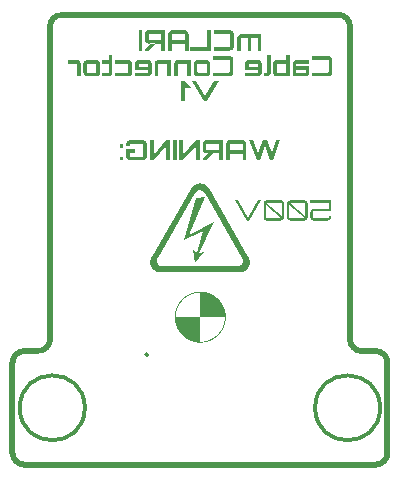
<source format=gbr>
%TF.GenerationSoftware,Altium Limited,Altium Designer,23.8.1 (32)*%
G04 Layer_Color=16777215*
%FSLAX26Y26*%
%MOIN*%
%TF.SameCoordinates,39DE4687-B220-46F9-9087-551BD55EF510*%
%TF.FilePolarity,Positive*%
%TF.FileFunction,Legend,Bot*%
%TF.Part,Single*%
G01*
G75*
%TA.AperFunction,NonConductor*%
%ADD37C,0.006142*%
%ADD39C,0.011811*%
%ADD41C,0.019685*%
G36*
X2909Y387047D02*
X3530D01*
Y387020D01*
X4502D01*
Y386993D01*
X4934D01*
Y386966D01*
X5554D01*
Y386939D01*
X6148D01*
Y386912D01*
X6418D01*
Y386885D01*
X6931D01*
Y386858D01*
X7336D01*
Y386831D01*
X7606D01*
Y386804D01*
X8011D01*
Y386777D01*
X8227D01*
Y386750D01*
X8740D01*
Y386723D01*
X8929D01*
Y386696D01*
X9280D01*
Y386669D01*
X9496D01*
Y386642D01*
X9766D01*
Y386615D01*
X10090D01*
Y386588D01*
X10252D01*
Y386561D01*
X10549D01*
Y386534D01*
X10792D01*
Y386507D01*
X10981D01*
Y386480D01*
X11251D01*
Y386453D01*
X11413D01*
Y386426D01*
X11764D01*
Y386399D01*
X11899D01*
Y386372D01*
X12142D01*
Y386345D01*
X12331D01*
Y386318D01*
X12493D01*
Y386291D01*
X12736D01*
Y386264D01*
X12871D01*
Y386237D01*
X13141D01*
Y386210D01*
X13303D01*
Y386183D01*
X13464D01*
Y386156D01*
X13653D01*
Y386129D01*
X13816D01*
Y386102D01*
X14031D01*
Y386075D01*
X14166D01*
Y386048D01*
X14382D01*
Y386021D01*
X14517D01*
Y385994D01*
X14679D01*
Y385967D01*
X14895D01*
Y385940D01*
X15003D01*
Y385913D01*
X15219D01*
Y385886D01*
X15354D01*
Y385859D01*
X15489D01*
Y385832D01*
X15678D01*
Y385805D01*
X15813D01*
Y385778D01*
X16002D01*
Y385751D01*
X16110D01*
Y385724D01*
X16299D01*
Y385697D01*
X16434D01*
Y385670D01*
X16542D01*
Y385643D01*
X16758D01*
Y385616D01*
X16839D01*
Y385589D01*
X17028D01*
Y385562D01*
X17136D01*
Y385535D01*
X17298D01*
Y385508D01*
X17433D01*
Y385481D01*
X17541D01*
Y385454D01*
X17730D01*
Y385427D01*
X17811D01*
Y385400D01*
X17973D01*
Y385373D01*
X18108D01*
Y385346D01*
X18216D01*
Y385319D01*
X18378D01*
Y385292D01*
X18459D01*
Y385265D01*
X18648D01*
Y385238D01*
X18756D01*
Y385211D01*
X18864D01*
Y385184D01*
X19026D01*
Y385157D01*
X19107D01*
Y385130D01*
X19269D01*
Y385103D01*
X19350D01*
Y385076D01*
X19512D01*
Y385049D01*
X19620D01*
Y385022D01*
X19728D01*
Y384995D01*
X19890D01*
Y384968D01*
X19971D01*
Y384941D01*
X20133D01*
Y384914D01*
X20214D01*
Y384887D01*
X20322D01*
Y384860D01*
X20457D01*
Y384833D01*
X20538D01*
Y384806D01*
X20700D01*
Y384779D01*
X20781D01*
Y384752D01*
X20916D01*
Y384725D01*
X21024D01*
Y384698D01*
X21105D01*
Y384671D01*
X21267D01*
Y384644D01*
X21348D01*
Y384617D01*
X21483D01*
Y384590D01*
X21564D01*
Y384563D01*
X21672D01*
Y384536D01*
X21807D01*
Y384509D01*
X21888D01*
Y384482D01*
X22023D01*
Y384455D01*
X22104D01*
Y384428D01*
X22212D01*
Y384401D01*
X22320D01*
Y384374D01*
X22401D01*
Y384347D01*
X22535D01*
Y384320D01*
X22616D01*
Y384293D01*
X22752D01*
Y384266D01*
X22832D01*
Y384239D01*
X22913D01*
Y384212D01*
X23048D01*
Y384185D01*
X23129D01*
Y384158D01*
X23264D01*
Y384131D01*
X23318D01*
Y384104D01*
X23453D01*
Y384077D01*
X23534D01*
Y384050D01*
X23615D01*
Y384023D01*
X23750D01*
Y383996D01*
X23804D01*
Y383969D01*
X23939D01*
Y383942D01*
X24020D01*
Y383915D01*
X24101D01*
Y383888D01*
X24209D01*
Y383861D01*
X24290D01*
Y383834D01*
X24425D01*
Y383807D01*
X24479D01*
Y383780D01*
X24614D01*
Y383753D01*
X24695D01*
Y383726D01*
X24776D01*
Y383699D01*
X24884D01*
Y383672D01*
X24965D01*
Y383645D01*
X25073D01*
Y383618D01*
X25154D01*
Y383591D01*
X25235D01*
Y383564D01*
X25343D01*
Y383537D01*
X25397D01*
Y383510D01*
X25532D01*
Y383483D01*
X25586D01*
Y383456D01*
X25694D01*
Y383429D01*
X25775D01*
Y383402D01*
X25856D01*
Y383375D01*
X25964D01*
Y383348D01*
X26018D01*
Y383321D01*
X26153D01*
Y383294D01*
X26207D01*
Y383267D01*
X26288D01*
Y383240D01*
X26396D01*
Y383213D01*
X26450D01*
Y383186D01*
X26585D01*
Y383159D01*
X26639D01*
Y383132D01*
X26747D01*
Y383105D01*
X26828D01*
Y383078D01*
X26882D01*
Y383051D01*
X26990D01*
Y383024D01*
X27044D01*
Y382997D01*
X27179D01*
Y382970D01*
X27233D01*
Y382943D01*
X27314D01*
Y382916D01*
X27422D01*
Y382889D01*
X27476D01*
Y382862D01*
X27584D01*
Y382835D01*
X27638D01*
Y382808D01*
X27746D01*
Y382781D01*
X27827D01*
Y382754D01*
X27881D01*
Y382727D01*
X27989D01*
Y382700D01*
X28043D01*
Y382673D01*
X28151D01*
Y382646D01*
X28205D01*
Y382619D01*
X28286D01*
Y382592D01*
X28394D01*
Y382565D01*
X28448D01*
Y382538D01*
X28556D01*
Y382511D01*
X28610D01*
Y382484D01*
X28691D01*
Y382457D01*
X28772D01*
Y382430D01*
X28826D01*
Y382403D01*
X28934D01*
Y382376D01*
X28988D01*
Y382349D01*
X29096D01*
Y382322D01*
X29150D01*
Y382295D01*
X29231D01*
Y382268D01*
X29312D01*
Y382241D01*
X29366D01*
Y382214D01*
X29474D01*
Y382187D01*
X29528D01*
Y382160D01*
X29609D01*
Y382133D01*
X29690D01*
Y382106D01*
X29744D01*
Y382079D01*
X29852D01*
Y382052D01*
X29906D01*
Y382025D01*
X29987D01*
Y381998D01*
X30068D01*
Y381971D01*
X30122D01*
Y381944D01*
X30230D01*
Y381917D01*
X30284D01*
Y381890D01*
X30365D01*
Y381863D01*
X30419D01*
Y381836D01*
X30500D01*
Y381809D01*
X30581D01*
Y381782D01*
X30635D01*
Y381755D01*
X30743D01*
Y381728D01*
X30797D01*
Y381701D01*
X30878D01*
Y381674D01*
X30932D01*
Y381647D01*
X31013D01*
Y381620D01*
X31093D01*
Y381593D01*
X31148D01*
Y381566D01*
X31229D01*
Y381539D01*
X31282D01*
Y381512D01*
X31363D01*
Y381485D01*
X31445D01*
Y381458D01*
X31498D01*
Y381431D01*
X31579D01*
Y381404D01*
X31634D01*
Y381377D01*
X31741D01*
Y381350D01*
X31796D01*
Y381323D01*
X31849D01*
Y381296D01*
X31930D01*
Y381269D01*
X31984D01*
Y381243D01*
X32065D01*
Y381216D01*
X32119D01*
Y381188D01*
X32200D01*
Y381161D01*
X32281D01*
Y381135D01*
X32308D01*
Y381108D01*
X32416D01*
Y381080D01*
X32443D01*
Y381053D01*
X32551D01*
Y381026D01*
X32605D01*
Y381000D01*
X32659D01*
Y380973D01*
X32740D01*
Y380945D01*
X32794D01*
Y380918D01*
X32902D01*
Y380892D01*
X32929D01*
Y380865D01*
X33010D01*
Y380837D01*
X33064D01*
Y380810D01*
X33145D01*
Y380784D01*
X33226D01*
Y380757D01*
X33253D01*
Y380729D01*
X33361D01*
Y380702D01*
X33415D01*
Y380675D01*
X33469D01*
Y380649D01*
X33550D01*
Y380622D01*
X33604D01*
Y380594D01*
X33685D01*
Y380567D01*
X33712D01*
Y380541D01*
X33793D01*
Y380514D01*
X33847D01*
Y380486D01*
X33901D01*
Y380459D01*
X34009D01*
Y380433D01*
X34036D01*
Y380406D01*
X34144D01*
Y380379D01*
X34171D01*
Y380352D01*
X34225D01*
Y380325D01*
X34306D01*
Y380298D01*
X34360D01*
Y380271D01*
X34441D01*
Y380244D01*
X34495D01*
Y380217D01*
X34576D01*
Y380190D01*
X34630D01*
Y380163D01*
X34657D01*
Y380136D01*
X34765D01*
Y380109D01*
X34792D01*
Y380082D01*
X34873D01*
Y380055D01*
X34927D01*
Y380028D01*
X34981D01*
Y380001D01*
X35062D01*
Y379974D01*
X35116D01*
Y379947D01*
X35197D01*
Y379920D01*
X35224D01*
Y379893D01*
X35305D01*
Y379866D01*
X35359D01*
Y379839D01*
X35413D01*
Y379812D01*
X35494D01*
Y379785D01*
X35521D01*
Y379758D01*
X35629D01*
Y379731D01*
X35656D01*
Y379704D01*
X35737D01*
Y379677D01*
X35791D01*
Y379650D01*
X35845D01*
Y379623D01*
X35926D01*
Y379596D01*
X35953D01*
Y379569D01*
X36034D01*
Y379542D01*
X36088D01*
Y379515D01*
X36142D01*
Y379488D01*
X36223D01*
Y379461D01*
X36250D01*
Y379434D01*
X36331D01*
Y379407D01*
X36385D01*
Y379380D01*
X36439D01*
Y379353D01*
X36493D01*
Y379326D01*
X36547D01*
Y379299D01*
X36628D01*
Y379272D01*
X36655D01*
Y379245D01*
X36736D01*
Y379218D01*
X36790D01*
Y379191D01*
X36844D01*
Y379164D01*
X36925D01*
Y379137D01*
X36952D01*
Y379110D01*
X37033D01*
Y379083D01*
X37087D01*
Y379056D01*
X37141D01*
Y379029D01*
X37195D01*
Y379002D01*
X37249D01*
Y378975D01*
X37330D01*
Y378948D01*
X37357D01*
Y378921D01*
X37438D01*
Y378894D01*
X37465D01*
Y378867D01*
X37519D01*
Y378840D01*
X37600D01*
Y378813D01*
X37654D01*
Y378786D01*
X37708D01*
Y378759D01*
X37762D01*
Y378732D01*
X37816D01*
Y378705D01*
X37870D01*
Y378678D01*
X37924D01*
Y378651D01*
X38005D01*
Y378624D01*
X38032D01*
Y378597D01*
X38113D01*
Y378570D01*
X38167D01*
Y378543D01*
X38194D01*
Y378516D01*
X38275D01*
Y378489D01*
X38302D01*
Y378462D01*
X38383D01*
Y378435D01*
X38437D01*
Y378408D01*
X38464D01*
Y378381D01*
X38545D01*
Y378354D01*
X38572D01*
Y378327D01*
X38653D01*
Y378300D01*
X38680D01*
Y378273D01*
X38761D01*
Y378246D01*
X38815D01*
Y378219D01*
X38842D01*
Y378192D01*
X38923D01*
Y378165D01*
X38950D01*
Y378138D01*
X39031D01*
Y378111D01*
X39085D01*
Y378084D01*
X39112D01*
Y378057D01*
X39193D01*
Y378030D01*
X39220D01*
Y378003D01*
X39301D01*
Y377976D01*
X39328D01*
Y377949D01*
X39409D01*
Y377922D01*
X39463D01*
Y377895D01*
X39490D01*
Y377868D01*
X39571D01*
Y377841D01*
X39598D01*
Y377814D01*
X39679D01*
Y377787D01*
X39733D01*
Y377760D01*
X39760D01*
Y377733D01*
X39841D01*
Y377706D01*
X39868D01*
Y377679D01*
X39949D01*
Y377652D01*
X39976D01*
Y377625D01*
X40029D01*
Y377598D01*
X40084D01*
Y377571D01*
X40138D01*
Y377544D01*
X40191D01*
Y377517D01*
X40245D01*
Y377490D01*
X40300D01*
Y377463D01*
X40353D01*
Y377436D01*
X40380D01*
Y377409D01*
X40462D01*
Y377382D01*
X40489D01*
Y377355D01*
X40569D01*
Y377328D01*
X40596D01*
Y377301D01*
X40651D01*
Y377274D01*
X40705D01*
Y377247D01*
X40731D01*
Y377220D01*
X40812D01*
Y377193D01*
X40840D01*
Y377166D01*
X40920D01*
Y377139D01*
X40947D01*
Y377112D01*
X41001D01*
Y377085D01*
X41055D01*
Y377058D01*
X41109D01*
Y377031D01*
X41163D01*
Y377004D01*
X41190D01*
Y376977D01*
X41271D01*
Y376950D01*
X41325D01*
Y376923D01*
X41352D01*
Y376896D01*
X41406D01*
Y376869D01*
X41460D01*
Y376842D01*
X41514D01*
Y376815D01*
X41568D01*
Y376788D01*
X41595D01*
Y376761D01*
X41676D01*
Y376734D01*
X41703D01*
Y376707D01*
X41757D01*
Y376680D01*
X41811D01*
Y376653D01*
X41865D01*
Y376626D01*
X41919D01*
Y376599D01*
X41946D01*
Y376572D01*
X42000D01*
Y376545D01*
X42054D01*
Y376518D01*
X42108D01*
Y376491D01*
X42135D01*
Y376464D01*
X42189D01*
Y376437D01*
X42243D01*
Y376410D01*
X42297D01*
Y376383D01*
X42351D01*
Y376356D01*
X42378D01*
Y376329D01*
X42459D01*
Y376302D01*
X42486D01*
Y376275D01*
X42513D01*
Y376248D01*
X42594D01*
Y376221D01*
X42621D01*
Y376194D01*
X42702D01*
Y376167D01*
X42729D01*
Y376140D01*
X42756D01*
Y376113D01*
X42837D01*
Y376086D01*
X42864D01*
Y376059D01*
X42918D01*
Y376032D01*
X42972D01*
Y376005D01*
X43026D01*
Y375978D01*
X43053D01*
Y375951D01*
X43107D01*
Y375924D01*
X43161D01*
Y375897D01*
X43188D01*
Y375870D01*
X43269D01*
Y375843D01*
X43296D01*
Y375816D01*
X43350D01*
Y375789D01*
X43404D01*
Y375762D01*
X43431D01*
Y375735D01*
X43485D01*
Y375708D01*
X43539D01*
Y375681D01*
X43593D01*
Y375654D01*
X43620D01*
Y375627D01*
X43674D01*
Y375600D01*
X43728D01*
Y375573D01*
X43755D01*
Y375546D01*
X43809D01*
Y375519D01*
X43863D01*
Y375492D01*
X43890D01*
Y375465D01*
X43944D01*
Y375438D01*
X43998D01*
Y375411D01*
X44052D01*
Y375384D01*
X44079D01*
Y375357D01*
X44133D01*
Y375330D01*
X44187D01*
Y375303D01*
X44214D01*
Y375276D01*
X44268D01*
Y375249D01*
X44295D01*
Y375222D01*
X44376D01*
Y375195D01*
X44403D01*
Y375168D01*
X44457D01*
Y375141D01*
X44511D01*
Y375114D01*
X44538D01*
Y375087D01*
X44592D01*
Y375060D01*
X44619D01*
Y375033D01*
X44673D01*
Y375006D01*
X44727D01*
Y374979D01*
X44754D01*
Y374952D01*
X44835D01*
Y374925D01*
X44862D01*
Y374898D01*
X44916D01*
Y374871D01*
X44943D01*
Y374844D01*
X44997D01*
Y374817D01*
X45024D01*
Y374790D01*
X45078D01*
Y374763D01*
X45132D01*
Y374736D01*
X45159D01*
Y374709D01*
X45213D01*
Y374682D01*
X45267D01*
Y374655D01*
X45294D01*
Y374628D01*
X45348D01*
Y374601D01*
X45375D01*
Y374574D01*
X45429D01*
Y374547D01*
X45483D01*
Y374520D01*
X45510D01*
Y374493D01*
X45564D01*
Y374466D01*
X45591D01*
Y374439D01*
X45672D01*
Y374412D01*
X45699D01*
Y374385D01*
X45753D01*
Y374358D01*
X45780D01*
Y374331D01*
X45834D01*
Y374304D01*
X45861D01*
Y374277D01*
X45915D01*
Y374250D01*
X45969D01*
Y374223D01*
X45996D01*
Y374196D01*
X46050D01*
Y374169D01*
X46104D01*
Y374142D01*
X46131D01*
Y374115D01*
X46185D01*
Y374088D01*
X46212D01*
Y374061D01*
X46266D01*
Y374034D01*
X46293D01*
Y374007D01*
X46347D01*
Y373980D01*
X46401D01*
Y373953D01*
X46428D01*
Y373926D01*
X46482D01*
Y373899D01*
X46509D01*
Y373872D01*
X46563D01*
Y373845D01*
X46617D01*
Y373818D01*
X46644D01*
Y373791D01*
X46698D01*
Y373764D01*
X46725D01*
Y373737D01*
X46779D01*
Y373710D01*
X46806D01*
Y373683D01*
X46860D01*
Y373656D01*
X46914D01*
Y373629D01*
X46941D01*
Y373602D01*
X46995D01*
Y373575D01*
X47022D01*
Y373548D01*
X47049D01*
Y373521D01*
X47103D01*
Y373494D01*
X47130D01*
Y373467D01*
X47184D01*
Y373440D01*
X47211D01*
Y373413D01*
X47265D01*
Y373386D01*
X47319D01*
Y373359D01*
X47346D01*
Y373332D01*
X47400D01*
Y373305D01*
X47427D01*
Y373278D01*
X47481D01*
Y373251D01*
X47508D01*
Y373224D01*
X47562D01*
Y373197D01*
X47616D01*
Y373170D01*
X47643D01*
Y373143D01*
X47697D01*
Y373116D01*
X47724D01*
Y373089D01*
X47778D01*
Y373062D01*
X47805D01*
Y373035D01*
X47832D01*
Y373008D01*
X47913D01*
Y372981D01*
X47940D01*
Y372954D01*
X47967D01*
Y372927D01*
X48021D01*
Y372900D01*
X48048D01*
Y372873D01*
X48102D01*
Y372846D01*
X48129D01*
Y372819D01*
X48183D01*
Y372792D01*
X48210D01*
Y372765D01*
X48264D01*
Y372738D01*
X48291D01*
Y372711D01*
X48345D01*
Y372684D01*
X48372D01*
Y372657D01*
X48399D01*
Y372630D01*
X48453D01*
Y372603D01*
X48480D01*
Y372576D01*
X48534D01*
Y372549D01*
X48588D01*
Y372522D01*
X48615D01*
Y372495D01*
X48669D01*
Y372468D01*
X48696D01*
Y372441D01*
X48750D01*
Y372414D01*
X48777D01*
Y372387D01*
X48804D01*
Y372361D01*
X48858D01*
Y372334D01*
X48885D01*
Y372307D01*
X48939D01*
Y372279D01*
X48965D01*
Y372252D01*
X49020D01*
Y372226D01*
X49047D01*
Y372199D01*
X49074D01*
Y372171D01*
X49127D01*
Y372144D01*
X49154D01*
Y372118D01*
X49209D01*
Y372091D01*
X49236D01*
Y372063D01*
X49289D01*
Y372036D01*
X49343D01*
Y372010D01*
X49370D01*
Y371983D01*
X49398D01*
Y371955D01*
X49425D01*
Y371928D01*
X49478D01*
Y371901D01*
X49532D01*
Y371875D01*
X49559D01*
Y371848D01*
X49587D01*
Y371820D01*
X49641D01*
Y371793D01*
X49667D01*
Y371767D01*
X49721D01*
Y371740D01*
X49748D01*
Y371712D01*
X49803D01*
Y371685D01*
X49830D01*
Y371659D01*
X49856D01*
Y371632D01*
X49910D01*
Y371604D01*
X49937D01*
Y371577D01*
X49991D01*
Y371550D01*
X50018D01*
Y371524D01*
X50072D01*
Y371497D01*
X50099D01*
Y371470D01*
X50126D01*
Y371443D01*
X50180D01*
Y371416D01*
X50207D01*
Y371389D01*
X50261D01*
Y371362D01*
X50288D01*
Y371335D01*
X50315D01*
Y371308D01*
X50369D01*
Y371281D01*
X50396D01*
Y371254D01*
X50450D01*
Y371227D01*
X50477D01*
Y371200D01*
X50504D01*
Y371173D01*
X50531D01*
Y371146D01*
X50585D01*
Y371119D01*
X50639D01*
Y371092D01*
X50666D01*
Y371065D01*
X50693D01*
Y371038D01*
X50720D01*
Y371011D01*
X50774D01*
Y370984D01*
X50801D01*
Y370957D01*
X50855D01*
Y370930D01*
X50882D01*
Y370903D01*
X50909D01*
Y370876D01*
X50963D01*
Y370849D01*
X50990D01*
Y370822D01*
X51044D01*
Y370795D01*
X51071D01*
Y370768D01*
X51098D01*
Y370741D01*
X51152D01*
Y370714D01*
X51179D01*
Y370687D01*
X51233D01*
Y370660D01*
X51260D01*
Y370633D01*
X51287D01*
Y370606D01*
X51341D01*
Y370579D01*
X51368D01*
Y370552D01*
X51395D01*
Y370525D01*
X51422D01*
Y370498D01*
X51476D01*
Y370471D01*
X51503D01*
Y370444D01*
X51557D01*
Y370417D01*
X51584D01*
Y370390D01*
X51611D01*
Y370363D01*
X51665D01*
Y370336D01*
X51692D01*
Y370309D01*
X51719D01*
Y370282D01*
X51773D01*
Y370255D01*
X51800D01*
Y370228D01*
X51854D01*
Y370201D01*
X51881D01*
Y370174D01*
X51908D01*
Y370147D01*
X51935D01*
Y370120D01*
X51989D01*
Y370093D01*
X52016D01*
Y370066D01*
X52043D01*
Y370039D01*
X52097D01*
Y370012D01*
X52124D01*
Y369985D01*
X52151D01*
Y369958D01*
X52205D01*
Y369931D01*
X52232D01*
Y369904D01*
X52286D01*
Y369877D01*
X52313D01*
Y369850D01*
X52340D01*
Y369823D01*
X52394D01*
Y369796D01*
X52421D01*
Y369769D01*
X52448D01*
Y369742D01*
X52475D01*
Y369715D01*
X52529D01*
Y369688D01*
X52556D01*
Y369661D01*
X52583D01*
Y369634D01*
X52637D01*
Y369607D01*
X52664D01*
Y369580D01*
X52691D01*
Y369553D01*
X52718D01*
Y369526D01*
X52772D01*
Y369499D01*
X52799D01*
Y369472D01*
X52826D01*
Y369445D01*
X52880D01*
Y369418D01*
X52907D01*
Y369391D01*
X52934D01*
Y369364D01*
X52961D01*
Y369337D01*
X53015D01*
Y369310D01*
X53042D01*
Y369283D01*
X53069D01*
Y369256D01*
X53123D01*
Y369229D01*
X53150D01*
Y369202D01*
X53177D01*
Y369175D01*
X53231D01*
Y369148D01*
X53258D01*
Y369121D01*
X53285D01*
Y369094D01*
X53312D01*
Y369067D01*
X53366D01*
Y369040D01*
X53393D01*
Y369013D01*
X53420D01*
Y368986D01*
X53474D01*
Y368959D01*
X53501D01*
Y368932D01*
X53528D01*
Y368905D01*
X53555D01*
Y368878D01*
X53609D01*
Y368851D01*
X53636D01*
Y368824D01*
X53663D01*
Y368797D01*
X53690D01*
Y368770D01*
X53717D01*
Y368743D01*
X53771D01*
Y368716D01*
X53798D01*
Y368689D01*
X53825D01*
Y368662D01*
X53879D01*
Y368635D01*
X53906D01*
Y368608D01*
X53933D01*
Y368581D01*
X53960D01*
Y368554D01*
X54014D01*
Y368527D01*
X54041D01*
Y368500D01*
X54068D01*
Y368473D01*
X54122D01*
Y368446D01*
X54149D01*
Y368419D01*
X54176D01*
Y368392D01*
X54203D01*
Y368365D01*
X54230D01*
Y368338D01*
X54284D01*
Y368311D01*
X54311D01*
Y368284D01*
X54338D01*
Y368257D01*
X54365D01*
Y368230D01*
X54419D01*
Y368203D01*
X54446D01*
Y368176D01*
X54473D01*
Y368149D01*
X54527D01*
Y368122D01*
X54554D01*
Y368095D01*
X54581D01*
Y368068D01*
X54608D01*
Y368041D01*
X54635D01*
Y368014D01*
X54689D01*
Y367987D01*
X54716D01*
Y367960D01*
X54743D01*
Y367933D01*
X54770D01*
Y367906D01*
X54797D01*
Y367879D01*
X54851D01*
Y367852D01*
X54878D01*
Y367825D01*
X54905D01*
Y367798D01*
X54932D01*
Y367771D01*
X54986D01*
Y367744D01*
X55013D01*
Y367717D01*
X55040D01*
Y367690D01*
X55067D01*
Y367663D01*
X55094D01*
Y367636D01*
X55148D01*
Y367609D01*
X55175D01*
Y367582D01*
X55202D01*
Y367555D01*
X55229D01*
Y367528D01*
X55256D01*
Y367501D01*
X55310D01*
Y367474D01*
X55337D01*
Y367447D01*
X55364D01*
Y367420D01*
X55391D01*
Y367393D01*
X55418D01*
Y367366D01*
X55472D01*
Y367339D01*
X55499D01*
Y367312D01*
X55526D01*
Y367285D01*
X55553D01*
Y367258D01*
X55607D01*
Y367231D01*
X55634D01*
Y367204D01*
X55661D01*
Y367177D01*
X55688D01*
Y367150D01*
X55715D01*
Y367123D01*
X55742D01*
Y367096D01*
X55769D01*
Y367069D01*
X55823D01*
Y367042D01*
X55850D01*
Y367015D01*
X55877D01*
Y366988D01*
X55904D01*
Y366961D01*
X55931D01*
Y366934D01*
X55985D01*
Y366907D01*
X56012D01*
Y366880D01*
X56039D01*
Y366853D01*
X56066D01*
Y366826D01*
X56093D01*
Y366799D01*
X56147D01*
Y366772D01*
X56174D01*
Y366745D01*
X56201D01*
Y366718D01*
X56228D01*
Y366691D01*
X56255D01*
Y366664D01*
X56282D01*
Y366637D01*
X56309D01*
Y366610D01*
X56363D01*
Y366583D01*
X56390D01*
Y366556D01*
X56417D01*
Y366529D01*
X56444D01*
Y366502D01*
X56471D01*
Y366475D01*
X56525D01*
Y366448D01*
X56552D01*
Y366421D01*
X56579D01*
Y366394D01*
X56606D01*
Y366367D01*
X56633D01*
Y366340D01*
X56660D01*
Y366313D01*
X56687D01*
Y366286D01*
X56741D01*
Y366259D01*
X56768D01*
Y366232D01*
X56795D01*
Y366205D01*
X56822D01*
Y366178D01*
X56849D01*
Y366151D01*
X56876D01*
Y366124D01*
X56903D01*
Y366097D01*
X56957D01*
Y366070D01*
X56984D01*
Y366043D01*
X57011D01*
Y366016D01*
X57038D01*
Y365989D01*
X57065D01*
Y365962D01*
X57092D01*
Y365935D01*
X57119D01*
Y365908D01*
X57146D01*
Y365881D01*
X57200D01*
Y365854D01*
X57227D01*
Y365827D01*
X57254D01*
Y365800D01*
X57281D01*
Y365773D01*
X57308D01*
Y365746D01*
X57335D01*
Y365719D01*
X57389D01*
Y365692D01*
X57416D01*
Y365665D01*
X57443D01*
Y365638D01*
X57470D01*
Y365611D01*
X57497D01*
Y365584D01*
X57524D01*
Y365557D01*
X57578D01*
Y365503D01*
X57605D01*
Y365476D01*
X57659D01*
Y365449D01*
X57686D01*
Y365422D01*
X57713D01*
Y365395D01*
X57740D01*
Y365368D01*
X57767D01*
Y365341D01*
X57794D01*
Y365314D01*
X57821D01*
Y365287D01*
X57848D01*
Y365260D01*
X57875D01*
Y365233D01*
X57928D01*
Y365206D01*
X57956D01*
Y365179D01*
X57983D01*
Y365152D01*
X58010D01*
Y365125D01*
X58036D01*
Y365098D01*
X58063D01*
Y365071D01*
X58090D01*
Y365044D01*
X58145D01*
Y365017D01*
X58172D01*
Y364990D01*
X58199D01*
Y364963D01*
X58225D01*
Y364936D01*
X58252D01*
Y364909D01*
X58279D01*
Y364882D01*
X58306D01*
Y364855D01*
X58334D01*
Y364828D01*
X58361D01*
Y364801D01*
X58388D01*
Y364774D01*
X58414D01*
Y364747D01*
X58441D01*
Y364720D01*
X58495D01*
Y364693D01*
X58523D01*
Y364666D01*
X58550D01*
Y364639D01*
X58577D01*
Y364612D01*
X58603D01*
Y364585D01*
X58630D01*
Y364558D01*
X58657D01*
Y364531D01*
X58684D01*
Y364504D01*
X58712D01*
Y364477D01*
X58739D01*
Y364450D01*
X58792D01*
Y364423D01*
X58819D01*
Y364396D01*
X58846D01*
Y364369D01*
X58873D01*
Y364342D01*
X58900D01*
Y364315D01*
X58927D01*
Y364288D01*
X58954D01*
Y364261D01*
X58981D01*
Y364234D01*
X59008D01*
Y364207D01*
X59035D01*
Y364180D01*
X59062D01*
Y364153D01*
X59089D01*
Y364126D01*
X59116D01*
Y364099D01*
X59143D01*
Y364072D01*
X59197D01*
Y364045D01*
X59224D01*
Y364018D01*
X59251D01*
Y363991D01*
X59278D01*
Y363964D01*
X59305D01*
Y363937D01*
X59332D01*
Y363910D01*
X59359D01*
Y363883D01*
X59386D01*
Y363856D01*
X59413D01*
Y363829D01*
X59440D01*
Y363802D01*
X59467D01*
Y363775D01*
X59494D01*
Y363748D01*
X59521D01*
Y363721D01*
X59548D01*
Y363694D01*
X59575D01*
Y363667D01*
X59602D01*
Y363640D01*
X59629D01*
Y363613D01*
X59656D01*
Y363586D01*
X59683D01*
Y363559D01*
X59710D01*
Y363532D01*
X59737D01*
Y363505D01*
X59791D01*
Y363478D01*
X59818D01*
Y363451D01*
X59845D01*
Y363424D01*
X59872D01*
Y363397D01*
X59899D01*
Y363370D01*
X59926D01*
Y363344D01*
X59953D01*
Y363317D01*
X59980D01*
Y363289D01*
X60007D01*
Y363262D01*
X60034D01*
Y363236D01*
X60061D01*
Y363209D01*
X60088D01*
Y363182D01*
X60115D01*
Y363154D01*
X60142D01*
Y363127D01*
X60169D01*
Y363101D01*
X60196D01*
Y363074D01*
X60223D01*
Y363046D01*
X60277D01*
Y363019D01*
X60304D01*
Y362966D01*
X60358D01*
Y362938D01*
X60385D01*
Y362911D01*
X60412D01*
Y362885D01*
X60439D01*
Y362858D01*
X60466D01*
Y362830D01*
X60493D01*
Y362776D01*
X60547D01*
Y362750D01*
X60574D01*
Y362723D01*
X60601D01*
Y362695D01*
X60628D01*
Y362642D01*
X60682D01*
Y362615D01*
X60709D01*
Y362587D01*
X60736D01*
Y362560D01*
X60763D01*
Y362534D01*
X60790D01*
Y362507D01*
X60817D01*
Y362453D01*
X60871D01*
Y362426D01*
X60898D01*
Y362399D01*
X60925D01*
Y362372D01*
X60952D01*
Y362318D01*
X61006D01*
Y362291D01*
X61033D01*
Y362264D01*
X61060D01*
Y362237D01*
X61087D01*
Y362210D01*
X61114D01*
Y362183D01*
X61141D01*
Y362129D01*
X61195D01*
Y362102D01*
X61222D01*
Y362075D01*
X61249D01*
Y362048D01*
X61276D01*
Y361994D01*
X61330D01*
Y361967D01*
X61357D01*
Y361940D01*
X61384D01*
Y361913D01*
X61411D01*
Y361886D01*
X61438D01*
Y361859D01*
X61465D01*
Y361805D01*
X61519D01*
Y361778D01*
X61546D01*
Y361751D01*
X61573D01*
Y361724D01*
X61600D01*
Y361670D01*
X61654D01*
Y361643D01*
X61681D01*
Y361616D01*
X61708D01*
Y361589D01*
X61735D01*
Y361562D01*
X61762D01*
Y361535D01*
X61789D01*
Y361481D01*
X61843D01*
Y361454D01*
X61870D01*
Y361427D01*
X61897D01*
Y361400D01*
X61924D01*
Y361346D01*
X61978D01*
Y361319D01*
X62005D01*
Y361292D01*
X62032D01*
Y361238D01*
X62059D01*
Y361211D01*
X62086D01*
Y361184D01*
X62113D01*
Y361157D01*
X62140D01*
Y361130D01*
X62167D01*
Y361103D01*
X62194D01*
Y361076D01*
X62221D01*
Y361049D01*
X62248D01*
Y361022D01*
X62275D01*
Y360995D01*
X62302D01*
Y360968D01*
X62329D01*
Y360941D01*
X62356D01*
Y360914D01*
X62383D01*
Y360887D01*
X62410D01*
Y360860D01*
X62437D01*
Y360833D01*
X62464D01*
Y360806D01*
X62491D01*
Y360752D01*
X62518D01*
Y360725D01*
X62545D01*
Y360698D01*
X62572D01*
Y360671D01*
X62599D01*
Y360644D01*
X62626D01*
Y360617D01*
X62653D01*
Y360590D01*
X62680D01*
Y360563D01*
X62707D01*
Y360536D01*
X62734D01*
Y360509D01*
X62761D01*
Y360482D01*
X62788D01*
Y360455D01*
X62815D01*
Y360428D01*
X62842D01*
Y360401D01*
X62869D01*
Y360374D01*
X62896D01*
Y360347D01*
X62923D01*
Y360320D01*
X62950D01*
Y360293D01*
X62977D01*
Y360266D01*
X63004D01*
Y360239D01*
X63031D01*
Y360185D01*
X63058D01*
Y360158D01*
X63085D01*
Y360131D01*
X63112D01*
Y360104D01*
X63139D01*
Y360077D01*
X63166D01*
Y360050D01*
X63193D01*
Y360023D01*
X63220D01*
Y359996D01*
X63247D01*
Y359969D01*
X63274D01*
Y359942D01*
X63301D01*
Y359915D01*
X63328D01*
Y359888D01*
X63355D01*
Y359861D01*
X63382D01*
Y359834D01*
X63409D01*
Y359807D01*
X63436D01*
Y359780D01*
X63463D01*
Y359726D01*
X63490D01*
Y359699D01*
X63517D01*
Y359672D01*
X63544D01*
Y359645D01*
X63571D01*
Y359618D01*
X63598D01*
Y359591D01*
X63625D01*
Y359564D01*
X63652D01*
Y359537D01*
X63679D01*
Y359483D01*
X63706D01*
Y359456D01*
X63733D01*
Y359429D01*
X63760D01*
Y359402D01*
X63787D01*
Y359375D01*
X63814D01*
Y359348D01*
X63841D01*
Y359321D01*
X63868D01*
Y359294D01*
X63895D01*
Y359267D01*
X63922D01*
Y359240D01*
X63949D01*
Y359213D01*
X63976D01*
Y359186D01*
X64003D01*
Y359132D01*
X64030D01*
Y359105D01*
X64057D01*
Y359078D01*
X64084D01*
Y359051D01*
X64111D01*
Y359024D01*
X64138D01*
Y358997D01*
X64165D01*
Y358970D01*
X64192D01*
Y358916D01*
X64219D01*
Y358889D01*
X64246D01*
Y358862D01*
X64273D01*
Y358835D01*
X64300D01*
Y358808D01*
X64327D01*
Y358781D01*
X64354D01*
Y358754D01*
X64381D01*
Y358727D01*
X64408D01*
Y358700D01*
X64435D01*
Y358673D01*
X64462D01*
Y358619D01*
X64489D01*
Y358592D01*
X64516D01*
Y358565D01*
X64570D01*
Y358511D01*
X64597D01*
Y358484D01*
X64624D01*
Y358457D01*
X64651D01*
Y358430D01*
X64678D01*
Y358403D01*
X64705D01*
Y358349D01*
X64732D01*
Y358322D01*
X64759D01*
Y358295D01*
X64786D01*
Y358268D01*
X64813D01*
Y358241D01*
X64840D01*
Y358187D01*
X64894D01*
Y358133D01*
X64921D01*
Y358106D01*
X64948D01*
Y358079D01*
X64975D01*
Y358052D01*
X65002D01*
Y358025D01*
X65029D01*
Y357998D01*
X65056D01*
Y357971D01*
X65083D01*
Y357944D01*
X65110D01*
Y357890D01*
X65137D01*
Y357863D01*
X65164D01*
Y357836D01*
X65191D01*
Y357809D01*
X65218D01*
Y357782D01*
X65245D01*
Y357755D01*
X65272D01*
Y357701D01*
X65299D01*
Y357674D01*
X65326D01*
Y357647D01*
X65353D01*
Y357620D01*
X65380D01*
Y357593D01*
X65407D01*
Y357566D01*
X65434D01*
Y357539D01*
X65461D01*
Y357512D01*
X65488D01*
Y357458D01*
X65515D01*
Y357431D01*
X65542D01*
Y357404D01*
X65569D01*
Y357377D01*
X65596D01*
Y357350D01*
X65623D01*
Y357296D01*
X65650D01*
Y357269D01*
X65677D01*
Y357242D01*
X65704D01*
Y357215D01*
X65731D01*
Y357188D01*
X65758D01*
Y357161D01*
X65785D01*
Y357107D01*
X65812D01*
Y357080D01*
X65839D01*
Y357053D01*
X65866D01*
Y357026D01*
X65893D01*
Y356999D01*
X65920D01*
Y356972D01*
X65947D01*
Y356918D01*
X65974D01*
Y356891D01*
X66001D01*
Y356864D01*
X66028D01*
Y356837D01*
X66055D01*
Y356783D01*
X66082D01*
Y356756D01*
X66109D01*
Y356729D01*
X66136D01*
Y356702D01*
X66163D01*
Y356675D01*
X66190D01*
Y356648D01*
X66217D01*
Y356621D01*
X66244D01*
Y356567D01*
X66271D01*
Y356540D01*
X66298D01*
Y356513D01*
X66325D01*
Y356459D01*
X66352D01*
Y356432D01*
X66379D01*
Y356405D01*
X66406D01*
Y356378D01*
X66433D01*
Y356351D01*
X66460D01*
Y356297D01*
X66514D01*
Y356243D01*
X66541D01*
Y356216D01*
X66568D01*
Y356189D01*
X66595D01*
Y356162D01*
X66622D01*
Y356135D01*
X66649D01*
Y356081D01*
X66676D01*
Y356054D01*
X66703D01*
Y356027D01*
X66730D01*
Y355973D01*
X66757D01*
Y355946D01*
X66784D01*
Y355919D01*
X66811D01*
Y355892D01*
X66838D01*
Y355865D01*
X66865D01*
Y355838D01*
X66891D01*
Y355784D01*
X66918D01*
Y355757D01*
X66945D01*
Y355730D01*
X66972D01*
Y355676D01*
X66999D01*
Y355649D01*
X67026D01*
Y355622D01*
X67053D01*
Y355595D01*
X67081D01*
Y355568D01*
X67108D01*
Y355514D01*
X67135D01*
Y355487D01*
X67162D01*
Y355460D01*
X67189D01*
Y355433D01*
X67216D01*
Y355406D01*
X67243D01*
Y355352D01*
X67269D01*
Y355325D01*
X67296D01*
Y355298D01*
X67323D01*
Y355271D01*
X67350D01*
Y355217D01*
X67377D01*
Y355190D01*
X67404D01*
Y355163D01*
X67431D01*
Y355109D01*
X67459D01*
Y355082D01*
X67486D01*
Y355055D01*
X67513D01*
Y355028D01*
X67540D01*
Y354974D01*
X67567D01*
Y354947D01*
X67594D01*
Y354920D01*
X67621D01*
Y354893D01*
X67647D01*
Y354866D01*
X67674D01*
Y354812D01*
X67701D01*
Y354785D01*
X67728D01*
Y354758D01*
X67755D01*
Y354704D01*
X67782D01*
Y354677D01*
X67809D01*
Y354650D01*
X67836D01*
Y354623D01*
X67863D01*
Y354569D01*
X67890D01*
Y354542D01*
X67917D01*
Y354515D01*
X67944D01*
Y354462D01*
X67971D01*
Y354435D01*
X67998D01*
Y354408D01*
X68025D01*
Y354380D01*
X68052D01*
Y354327D01*
X68079D01*
Y354300D01*
X68106D01*
Y354272D01*
X68133D01*
Y354245D01*
X68160D01*
Y354192D01*
X68187D01*
Y354164D01*
X68214D01*
Y354137D01*
X68241D01*
Y354084D01*
X68268D01*
Y354057D01*
X68295D01*
Y354029D01*
X68322D01*
Y353976D01*
X68349D01*
Y353949D01*
X68376D01*
Y353921D01*
X68403D01*
Y353868D01*
X68430D01*
Y353841D01*
X68457D01*
Y353813D01*
X68484D01*
Y353786D01*
X68511D01*
Y353760D01*
X68538D01*
Y353705D01*
X68565D01*
Y353678D01*
X68592D01*
Y353625D01*
X68619D01*
Y353598D01*
X68646D01*
Y353571D01*
X68673D01*
Y353544D01*
X68700D01*
Y353490D01*
X68727D01*
Y353463D01*
X68754D01*
Y353436D01*
X68781D01*
Y353382D01*
X68808D01*
Y353355D01*
X68835D01*
Y353328D01*
X68862D01*
Y353274D01*
X68889D01*
Y353247D01*
X68916D01*
Y353220D01*
X68943D01*
Y353193D01*
X68970D01*
Y353139D01*
X68997D01*
Y353112D01*
X69024D01*
Y353085D01*
X69051D01*
Y353031D01*
X69078D01*
Y353004D01*
X69105D01*
Y352950D01*
X69132D01*
Y352923D01*
X69159D01*
Y352896D01*
X69186D01*
Y352842D01*
X69213D01*
Y352815D01*
X69240D01*
Y352761D01*
X69267D01*
Y352734D01*
X69294D01*
Y352707D01*
X69321D01*
Y352680D01*
X69348D01*
Y352653D01*
X69375D01*
Y352599D01*
X69402D01*
Y352572D01*
X69429D01*
Y352518D01*
X69456D01*
Y352491D01*
X69483D01*
Y352464D01*
X69510D01*
Y352410D01*
X69537D01*
Y352383D01*
X69564D01*
Y352329D01*
X69591D01*
Y352302D01*
X69618D01*
Y352275D01*
X69645D01*
Y352221D01*
X69672D01*
Y352194D01*
X69699D01*
Y352167D01*
X69726D01*
Y352140D01*
X69753D01*
Y352086D01*
X69780D01*
Y352059D01*
X69807D01*
Y352005D01*
X69834D01*
Y351978D01*
X69861D01*
Y351951D01*
X69888D01*
Y351897D01*
X69915D01*
Y351870D01*
X69942D01*
Y351816D01*
X69969D01*
Y351789D01*
X69996D01*
Y351762D01*
X70023D01*
Y351708D01*
X70050D01*
Y351681D01*
X70077D01*
Y351627D01*
X70104D01*
Y351600D01*
X70131D01*
Y351573D01*
X70158D01*
Y351519D01*
X70185D01*
Y351492D01*
X70212D01*
Y351438D01*
X70239D01*
Y351411D01*
X70266D01*
Y351384D01*
X70293D01*
Y351330D01*
X70320D01*
Y351303D01*
X70347D01*
Y351249D01*
X70374D01*
Y351222D01*
X70401D01*
Y351195D01*
X70428D01*
Y351141D01*
X70455D01*
Y351114D01*
X70482D01*
Y351060D01*
X70509D01*
Y351033D01*
X70536D01*
Y350979D01*
X70563D01*
Y350952D01*
X70590D01*
Y350925D01*
X70617D01*
Y350871D01*
X70644D01*
Y350844D01*
X70671D01*
Y350790D01*
X70698D01*
Y350763D01*
X70725D01*
Y350709D01*
X70752D01*
Y350682D01*
X70779D01*
Y350655D01*
X70806D01*
Y350601D01*
X70833D01*
Y350574D01*
X70860D01*
Y350520D01*
X70887D01*
Y350493D01*
X70914D01*
Y350466D01*
X70941D01*
Y350412D01*
X70968D01*
Y350385D01*
X70995D01*
Y350331D01*
X71022D01*
Y350304D01*
X71049D01*
Y350250D01*
X71076D01*
Y350223D01*
X71103D01*
Y350196D01*
X71130D01*
Y350142D01*
X71157D01*
Y350115D01*
X71184D01*
Y350061D01*
X71211D01*
Y350034D01*
X71238D01*
Y349980D01*
X71265D01*
Y349953D01*
X71292D01*
Y349926D01*
X71319D01*
Y349872D01*
X71346D01*
Y349818D01*
X71373D01*
Y349791D01*
X71400D01*
Y349737D01*
X71427D01*
Y349710D01*
X71454D01*
Y349656D01*
X71481D01*
Y349629D01*
X71508D01*
Y349575D01*
X71535D01*
Y349548D01*
X71562D01*
Y349521D01*
X71589D01*
Y349467D01*
X71616D01*
Y349440D01*
X71643D01*
Y349386D01*
X71670D01*
Y349359D01*
X71697D01*
Y349305D01*
X71724D01*
Y349278D01*
X71751D01*
Y349224D01*
X71778D01*
Y349170D01*
X71805D01*
Y349143D01*
X71832D01*
Y349089D01*
X71859D01*
Y349062D01*
X71886D01*
Y349035D01*
X71913D01*
Y348981D01*
X71940D01*
Y348954D01*
X71967D01*
Y348900D01*
X71994D01*
Y348873D01*
X72021D01*
Y348819D01*
X72048D01*
Y348792D01*
X72075D01*
Y348738D01*
X72102D01*
Y348684D01*
X72129D01*
Y348657D01*
X72156D01*
Y348603D01*
X72183D01*
Y348576D01*
X72210D01*
Y348522D01*
X72237D01*
Y348495D01*
X72264D01*
Y348441D01*
X72291D01*
Y348414D01*
X72318D01*
Y348387D01*
X72345D01*
Y348333D01*
X72372D01*
Y348279D01*
X72399D01*
Y348252D01*
X72426D01*
Y348198D01*
X72453D01*
Y348171D01*
X72480D01*
Y348117D01*
X72507D01*
Y348090D01*
X72534D01*
Y348036D01*
X72561D01*
Y347982D01*
X72588D01*
Y347955D01*
X72615D01*
Y347901D01*
X72642D01*
Y347874D01*
X72669D01*
Y347820D01*
X72696D01*
Y347793D01*
X72723D01*
Y347739D01*
X72750D01*
Y347685D01*
X72777D01*
Y347658D01*
X72804D01*
Y347604D01*
X72831D01*
Y347577D01*
X72858D01*
Y347523D01*
X72885D01*
Y347496D01*
X72912D01*
Y347442D01*
X72939D01*
Y347388D01*
X72966D01*
Y347361D01*
X72993D01*
Y347307D01*
X73020D01*
Y347280D01*
X73047D01*
Y347226D01*
X73074D01*
Y347172D01*
X73101D01*
Y347145D01*
X73128D01*
Y347091D01*
X73155D01*
Y347064D01*
X73182D01*
Y347010D01*
X73209D01*
Y346956D01*
X73236D01*
Y346929D01*
X73263D01*
Y346875D01*
X73290D01*
Y346848D01*
X73317D01*
Y346794D01*
X73344D01*
Y346767D01*
X73371D01*
Y346713D01*
X73398D01*
Y346659D01*
X73425D01*
Y346632D01*
X73452D01*
Y346578D01*
X73479D01*
Y346551D01*
X73506D01*
Y346497D01*
X73533D01*
Y346443D01*
X73560D01*
Y346416D01*
X73587D01*
Y346362D01*
X73614D01*
Y346308D01*
X73641D01*
Y346254D01*
X73668D01*
Y346227D01*
X73695D01*
Y346200D01*
X73722D01*
Y346119D01*
X73749D01*
Y346092D01*
X73776D01*
Y346038D01*
X73803D01*
Y346011D01*
X73830D01*
Y345957D01*
X73857D01*
Y345903D01*
X73884D01*
Y345876D01*
X73911D01*
Y345822D01*
X73938D01*
Y345795D01*
X73965D01*
Y345714D01*
X73992D01*
Y345687D01*
X74019D01*
Y345660D01*
X74046D01*
Y345606D01*
X74073D01*
Y345552D01*
X74100D01*
Y345498D01*
X74127D01*
Y345471D01*
X74154D01*
Y345418D01*
X74181D01*
Y345363D01*
X74208D01*
Y345337D01*
X74235D01*
Y345283D01*
X74262D01*
Y345255D01*
X74289D01*
Y345202D01*
X74316D01*
Y345147D01*
X74343D01*
Y345094D01*
X74370D01*
Y345039D01*
X74397D01*
Y345012D01*
X74424D01*
Y344959D01*
X74451D01*
Y344932D01*
X74478D01*
Y344877D01*
X74505D01*
Y344824D01*
X74532D01*
Y344796D01*
X74559D01*
Y344716D01*
X74586D01*
Y344688D01*
X74613D01*
Y344635D01*
X74640D01*
Y344608D01*
X74667D01*
Y344554D01*
X74694D01*
Y344500D01*
X74721D01*
Y344473D01*
X74748D01*
Y344392D01*
X74775D01*
Y344365D01*
X74802D01*
Y344311D01*
X74829D01*
Y344257D01*
X74856D01*
Y344230D01*
X74883D01*
Y344176D01*
X74910D01*
Y344149D01*
X74937D01*
Y344068D01*
X74964D01*
Y344041D01*
X74991D01*
Y343987D01*
X75018D01*
Y343933D01*
X75045D01*
Y343906D01*
X75072D01*
Y343825D01*
X75099D01*
Y343798D01*
X75126D01*
Y343744D01*
X75153D01*
Y343690D01*
X75180D01*
Y343663D01*
X75207D01*
Y343582D01*
X75234D01*
Y343555D01*
X75261D01*
Y343501D01*
X75288D01*
Y343447D01*
X75315D01*
Y343420D01*
X75342D01*
Y343339D01*
X75369D01*
Y343312D01*
X75396D01*
Y343258D01*
X75423D01*
Y343231D01*
X75450D01*
Y343150D01*
X75477D01*
Y343123D01*
X75504D01*
Y343069D01*
X75531D01*
Y343015D01*
X75558D01*
Y342988D01*
X75585D01*
Y342907D01*
X75612D01*
Y342880D01*
X75639D01*
Y342826D01*
X75666D01*
Y342772D01*
X75693D01*
Y342745D01*
X75720D01*
Y342664D01*
X75747D01*
Y342637D01*
X75774D01*
Y342583D01*
X75800D01*
Y342529D01*
X75828D01*
Y342475D01*
X75855D01*
Y342421D01*
X75882D01*
Y342394D01*
X75909D01*
Y342313D01*
X75936D01*
Y342286D01*
X75963D01*
Y342232D01*
X75990D01*
Y342178D01*
X76016D01*
Y342124D01*
X76043D01*
Y342070D01*
X76070D01*
Y342043D01*
X76097D01*
Y341989D01*
X76124D01*
Y341908D01*
X76151D01*
Y341881D01*
X76178D01*
Y341800D01*
X76206D01*
Y341773D01*
X76233D01*
Y341719D01*
X76260D01*
Y341665D01*
X76287D01*
Y341611D01*
X76314D01*
Y341557D01*
X76341D01*
Y341530D01*
X76368D01*
Y341449D01*
X76394D01*
Y341422D01*
X76421D01*
Y341368D01*
X76448D01*
Y341314D01*
X76475D01*
Y341260D01*
X76502D01*
Y341179D01*
X76529D01*
Y341152D01*
X76556D01*
Y341098D01*
X76584D01*
Y341044D01*
X76611D01*
Y341017D01*
X76638D01*
Y340936D01*
X76665D01*
Y340909D01*
X76692D01*
Y340828D01*
X76718D01*
Y340801D01*
X76745D01*
Y340720D01*
X76772D01*
Y340666D01*
X76799D01*
Y340639D01*
X76826D01*
Y340585D01*
X76853D01*
Y340531D01*
X76880D01*
Y340477D01*
X76907D01*
Y340423D01*
X76934D01*
Y340369D01*
X76961D01*
Y340315D01*
X76988D01*
Y340261D01*
X77015D01*
Y340207D01*
X77042D01*
Y340153D01*
X77069D01*
Y340099D01*
X77096D01*
Y340045D01*
X77123D01*
Y339991D01*
X77150D01*
Y339937D01*
X77177D01*
Y339883D01*
X77204D01*
Y339829D01*
X77231D01*
Y339775D01*
X77258D01*
Y339721D01*
X77285D01*
Y339667D01*
X77312D01*
Y339613D01*
X77339D01*
Y339559D01*
X77366D01*
Y339505D01*
X77393D01*
Y339451D01*
X77420D01*
Y339397D01*
X77447D01*
Y339343D01*
X77474D01*
Y339262D01*
X77501D01*
Y339235D01*
X77528D01*
Y339154D01*
X77555D01*
Y339100D01*
X77582D01*
Y339073D01*
X77609D01*
Y338992D01*
X77636D01*
Y338965D01*
X77663D01*
Y338884D01*
X77690D01*
Y338857D01*
X77717D01*
Y338776D01*
X77744D01*
Y338722D01*
X77771D01*
Y338668D01*
X77798D01*
Y338587D01*
X77825D01*
Y338560D01*
X77852D01*
Y338479D01*
X77879D01*
Y338425D01*
X77906D01*
Y338371D01*
X77933D01*
Y338317D01*
X77960D01*
Y338290D01*
X77987D01*
Y338209D01*
X78014D01*
Y338155D01*
X78041D01*
Y338101D01*
X78068D01*
Y338020D01*
X78095D01*
Y337993D01*
X78122D01*
Y337912D01*
X78149D01*
Y337858D01*
X78176D01*
Y337804D01*
X78203D01*
Y337750D01*
X78230D01*
Y337696D01*
X78257D01*
Y337615D01*
X78284D01*
Y337588D01*
X78311D01*
Y337507D01*
X78338D01*
Y337480D01*
X78365D01*
Y337399D01*
X78392D01*
Y337345D01*
X78419D01*
Y337291D01*
X78446D01*
Y337210D01*
X78473D01*
Y337156D01*
X78500D01*
Y337102D01*
X78527D01*
Y337048D01*
X78554D01*
Y336994D01*
X78581D01*
Y336913D01*
X78608D01*
Y336886D01*
X78635D01*
Y336778D01*
X78662D01*
Y336751D01*
X78689D01*
Y336670D01*
X78716D01*
Y336616D01*
X78743D01*
Y336562D01*
X78770D01*
Y336481D01*
X78797D01*
Y336428D01*
X78824D01*
Y336373D01*
X78851D01*
Y336320D01*
X78878D01*
Y336265D01*
X78905D01*
Y336185D01*
X78932D01*
Y336158D01*
X78959D01*
Y336077D01*
X78986D01*
Y336022D01*
X79013D01*
Y335942D01*
X79040D01*
Y335887D01*
X79067D01*
Y335834D01*
X79094D01*
Y335752D01*
X79121D01*
Y335699D01*
X79148D01*
Y335618D01*
X79175D01*
Y335591D01*
X79202D01*
Y335510D01*
X79229D01*
Y335429D01*
X79256D01*
Y335402D01*
X79283D01*
Y335321D01*
X79310D01*
Y335267D01*
X79337D01*
Y335186D01*
X79364D01*
Y335132D01*
X79391D01*
Y335078D01*
X79418D01*
Y334997D01*
X79445D01*
Y334943D01*
X79472D01*
Y334862D01*
X79499D01*
Y334808D01*
X79526D01*
Y334754D01*
X79553D01*
Y334673D01*
X79580D01*
Y334619D01*
X79607D01*
Y334538D01*
X79634D01*
Y334484D01*
X79661D01*
Y334403D01*
X79688D01*
Y334349D01*
X79715D01*
Y334295D01*
X79742D01*
Y334214D01*
X79769D01*
Y334160D01*
X79796D01*
Y334079D01*
X79823D01*
Y334025D01*
X79850D01*
Y333971D01*
X79877D01*
Y333890D01*
X79904D01*
Y333836D01*
X79931D01*
Y333755D01*
X79958D01*
Y333701D01*
X79985D01*
Y333620D01*
X80012D01*
Y333539D01*
X80039D01*
Y333512D01*
X80066D01*
Y333404D01*
X80093D01*
Y333377D01*
X80120D01*
Y333269D01*
X80147D01*
Y333215D01*
X80174D01*
Y333161D01*
X80201D01*
Y333053D01*
X80228D01*
Y333026D01*
X80255D01*
Y332918D01*
X80282D01*
Y332891D01*
X80309D01*
Y332783D01*
X80336D01*
Y332729D01*
X80363D01*
Y332675D01*
X80390D01*
Y332567D01*
X80417D01*
Y332540D01*
X80444D01*
Y332432D01*
X80471D01*
Y332378D01*
X80498D01*
Y332324D01*
X80525D01*
Y332243D01*
X80552D01*
Y332189D01*
X80579D01*
Y332081D01*
X80606D01*
Y332027D01*
X80633D01*
Y331946D01*
X80660D01*
Y331865D01*
X80687D01*
Y331811D01*
X80714D01*
Y331730D01*
X80741D01*
Y331676D01*
X80768D01*
Y331595D01*
X80795D01*
Y331514D01*
X80822D01*
Y331460D01*
X80849D01*
Y331352D01*
X80876D01*
Y331298D01*
X80903D01*
Y331217D01*
X80930D01*
Y331163D01*
X80957D01*
Y331082D01*
X80984D01*
Y331001D01*
X81011D01*
Y330947D01*
X81038D01*
Y330839D01*
X81065D01*
Y330785D01*
X81092D01*
Y330704D01*
X81119D01*
Y330623D01*
X81146D01*
Y330569D01*
X81173D01*
Y330461D01*
X81200D01*
Y330407D01*
X81227D01*
Y330299D01*
X81254D01*
Y330272D01*
X81281D01*
Y330164D01*
X81308D01*
Y330083D01*
X81335D01*
Y330029D01*
X81362D01*
Y329921D01*
X81389D01*
Y329894D01*
X81416D01*
Y329759D01*
X81443D01*
Y329705D01*
X81470D01*
Y329624D01*
X81497D01*
Y329543D01*
X81524D01*
Y329489D01*
X81551D01*
Y329381D01*
X81578D01*
Y329327D01*
X81605D01*
Y329219D01*
X81632D01*
Y329138D01*
X81659D01*
Y329084D01*
X81686D01*
Y328976D01*
X81713D01*
Y328922D01*
X81740D01*
Y328814D01*
X81767D01*
Y328760D01*
X81794D01*
Y328679D01*
X81821D01*
Y328571D01*
X81848D01*
Y328517D01*
X81875D01*
Y328409D01*
X81902D01*
Y328355D01*
X81929D01*
Y328247D01*
X81956D01*
Y328166D01*
X81983D01*
Y328112D01*
X82010D01*
Y327977D01*
X82037D01*
Y327950D01*
X82064D01*
Y327815D01*
X82091D01*
Y327734D01*
X82118D01*
Y327680D01*
X82145D01*
Y327572D01*
X82172D01*
Y327491D01*
X82199D01*
Y327384D01*
X82226D01*
Y327329D01*
X82253D01*
Y327221D01*
X82280D01*
Y327140D01*
X82307D01*
Y327087D01*
X82334D01*
Y326952D01*
X82361D01*
Y326897D01*
X82388D01*
Y326762D01*
X82415D01*
Y326709D01*
X82442D01*
Y326628D01*
X82469D01*
Y326520D01*
X82496D01*
Y326439D01*
X82523D01*
Y326331D01*
X82550D01*
Y326277D01*
X82577D01*
Y326169D01*
X82604D01*
Y326061D01*
X82631D01*
Y325980D01*
X82658D01*
Y325872D01*
X82685D01*
Y325818D01*
X82712D01*
Y325683D01*
X82739D01*
Y325602D01*
X82766D01*
Y325521D01*
X82793D01*
Y325413D01*
X82820D01*
Y325332D01*
X82847D01*
Y325197D01*
X82874D01*
Y325143D01*
X82901D01*
Y325035D01*
X82928D01*
Y324927D01*
X82955D01*
Y324873D01*
X82982D01*
Y324738D01*
X83009D01*
Y324657D01*
X83036D01*
Y324522D01*
X83063D01*
Y324441D01*
X83090D01*
Y324360D01*
X83117D01*
Y324225D01*
X83144D01*
Y324171D01*
X83171D01*
Y324036D01*
X83198D01*
Y323955D01*
X83225D01*
Y323847D01*
X83252D01*
Y323739D01*
X83279D01*
Y323658D01*
X83306D01*
Y323523D01*
X83333D01*
Y323442D01*
X83360D01*
Y323307D01*
X83387D01*
Y323226D01*
X83414D01*
Y323145D01*
X83441D01*
Y323010D01*
X83468D01*
Y322929D01*
X83495D01*
Y322767D01*
X83522D01*
Y322713D01*
X83549D01*
Y322578D01*
X83576D01*
Y322470D01*
X83603D01*
Y322389D01*
X83630D01*
Y322227D01*
X83657D01*
Y322173D01*
X83684D01*
Y322011D01*
X83711D01*
Y321930D01*
X83738D01*
Y321822D01*
X83765D01*
Y321687D01*
X83792D01*
Y321606D01*
X83819D01*
Y321444D01*
X83846D01*
Y321363D01*
X83873D01*
Y321228D01*
X83900D01*
Y321120D01*
X83927D01*
Y321039D01*
X83954D01*
Y320877D01*
X83981D01*
Y320769D01*
X84008D01*
Y320607D01*
X84035D01*
Y320526D01*
X84062D01*
Y320418D01*
X84089D01*
Y320256D01*
X84116D01*
Y320175D01*
X84143D01*
Y319986D01*
X84170D01*
Y319905D01*
X84197D01*
Y319770D01*
X84224D01*
Y319635D01*
X84251D01*
Y319527D01*
X84278D01*
Y319365D01*
X84305D01*
Y319257D01*
X84332D01*
Y319095D01*
X84359D01*
Y319014D01*
X84386D01*
Y318879D01*
X84413D01*
Y318717D01*
X84440D01*
Y318610D01*
X84467D01*
Y318421D01*
X84494D01*
Y318339D01*
X84521D01*
Y318151D01*
X84548D01*
Y318015D01*
X84575D01*
Y317908D01*
X84602D01*
Y317719D01*
X84629D01*
Y317611D01*
X84656D01*
Y317422D01*
X84683D01*
Y317314D01*
X84710D01*
Y317152D01*
X84737D01*
Y316990D01*
X84763D01*
Y316882D01*
X84790D01*
Y316666D01*
X84817D01*
Y316531D01*
X84844D01*
Y316342D01*
X84871D01*
Y316207D01*
X84898D01*
Y316072D01*
X84925D01*
Y315856D01*
X84953D01*
Y315748D01*
X84980D01*
Y315532D01*
X85007D01*
Y315370D01*
X85034D01*
Y315235D01*
X85061D01*
Y315019D01*
X85088D01*
Y314884D01*
X85115D01*
Y314668D01*
X85141D01*
Y314506D01*
X85168D01*
Y314317D01*
X85195D01*
Y314101D01*
X85222D01*
Y313939D01*
X85249D01*
Y313723D01*
X85276D01*
Y313588D01*
X85303D01*
Y313318D01*
X85331D01*
Y313102D01*
X85358D01*
Y312940D01*
X85385D01*
Y312697D01*
X85412D01*
Y312562D01*
X85439D01*
Y312184D01*
X85466D01*
Y312049D01*
X85493D01*
Y311779D01*
X85519D01*
Y311590D01*
X85546D01*
Y311347D01*
X85573D01*
Y311023D01*
X85600D01*
Y310861D01*
X85627D01*
Y310537D01*
X85654D01*
Y310240D01*
X85681D01*
Y310024D01*
X85708D01*
Y309647D01*
X85735D01*
Y309457D01*
X85762D01*
Y308945D01*
X85789D01*
Y308702D01*
X85816D01*
Y308270D01*
X85843D01*
Y308000D01*
X85870D01*
Y307568D01*
X85897D01*
Y307001D01*
X85924D01*
Y306704D01*
X85951D01*
Y306029D01*
X85978D01*
Y305327D01*
X86005D01*
Y304787D01*
X86032D01*
Y303356D01*
X86059D01*
Y300845D01*
X86032D01*
Y299415D01*
X86005D01*
Y298902D01*
X85978D01*
Y298173D01*
X85951D01*
Y297498D01*
X85924D01*
Y297201D01*
X85897D01*
Y296661D01*
X85870D01*
Y296202D01*
X85843D01*
Y295932D01*
X85816D01*
Y295500D01*
X85789D01*
Y295284D01*
X85762D01*
Y294744D01*
X85735D01*
Y294555D01*
X85708D01*
Y294177D01*
X85681D01*
Y293961D01*
X85654D01*
Y293691D01*
X85627D01*
Y293367D01*
X85600D01*
Y293178D01*
X85573D01*
Y292854D01*
X85546D01*
Y292611D01*
X85519D01*
Y292422D01*
X85493D01*
Y292152D01*
X85466D01*
Y292017D01*
X85439D01*
Y291666D01*
X85412D01*
Y291505D01*
X85385D01*
Y291262D01*
X85358D01*
Y291099D01*
X85331D01*
Y290884D01*
X85303D01*
Y290641D01*
X85276D01*
Y290479D01*
X85249D01*
Y290263D01*
X85222D01*
Y290101D01*
X85195D01*
Y289912D01*
X85168D01*
Y289696D01*
X85141D01*
Y289534D01*
X85115D01*
Y289318D01*
X85088D01*
Y289183D01*
X85061D01*
Y288994D01*
X85034D01*
Y288832D01*
X85007D01*
Y288670D01*
X84980D01*
Y288454D01*
X84953D01*
Y288319D01*
X84925D01*
Y288130D01*
X84898D01*
Y287995D01*
X84871D01*
Y287860D01*
X84844D01*
Y287644D01*
X84817D01*
Y287536D01*
X84790D01*
Y287347D01*
X84763D01*
Y287239D01*
X84737D01*
Y287050D01*
X84710D01*
Y286915D01*
X84683D01*
Y286780D01*
X84656D01*
Y286591D01*
X84629D01*
Y286510D01*
X84602D01*
Y286294D01*
X84575D01*
Y286186D01*
X84548D01*
Y286051D01*
X84521D01*
Y285889D01*
X84494D01*
Y285781D01*
X84467D01*
Y285619D01*
X84440D01*
Y285511D01*
X84413D01*
Y285349D01*
X84386D01*
Y285214D01*
X84359D01*
Y285106D01*
X84332D01*
Y284944D01*
X84305D01*
Y284836D01*
X84278D01*
Y284674D01*
X84251D01*
Y284566D01*
X84224D01*
Y284458D01*
X84197D01*
Y284296D01*
X84170D01*
Y284215D01*
X84143D01*
Y284026D01*
X84116D01*
Y283945D01*
X84089D01*
Y283810D01*
X84062D01*
Y283675D01*
X84035D01*
Y283594D01*
X84008D01*
Y283432D01*
X83981D01*
Y283351D01*
X83954D01*
Y283189D01*
X83927D01*
Y283108D01*
X83900D01*
Y283000D01*
X83873D01*
Y282839D01*
X83846D01*
Y282757D01*
X83819D01*
Y282596D01*
X83792D01*
Y282514D01*
X83765D01*
Y282380D01*
X83738D01*
Y282272D01*
X83711D01*
Y282190D01*
X83684D01*
Y282055D01*
X83657D01*
Y281975D01*
X83630D01*
Y281813D01*
X83603D01*
Y281732D01*
X83576D01*
Y281624D01*
X83549D01*
Y281489D01*
X83522D01*
Y281435D01*
X83495D01*
Y281273D01*
X83468D01*
Y281192D01*
X83441D01*
Y281057D01*
X83414D01*
Y280976D01*
X83387D01*
Y280895D01*
X83360D01*
Y280760D01*
X83333D01*
Y280679D01*
X83306D01*
Y280544D01*
X83279D01*
Y280463D01*
X83252D01*
Y280355D01*
X83225D01*
Y280247D01*
X83198D01*
Y280166D01*
X83171D01*
Y280031D01*
X83144D01*
Y279977D01*
X83117D01*
Y279842D01*
X83090D01*
Y279761D01*
X83063D01*
Y279680D01*
X83036D01*
Y279545D01*
X83009D01*
Y279491D01*
X82982D01*
Y279356D01*
X82955D01*
Y279275D01*
X82928D01*
Y279167D01*
X82901D01*
Y279059D01*
X82874D01*
Y279005D01*
X82847D01*
Y278870D01*
X82820D01*
Y278789D01*
X82793D01*
Y278681D01*
X82766D01*
Y278600D01*
X82739D01*
Y278519D01*
X82712D01*
Y278411D01*
X82685D01*
Y278330D01*
X82658D01*
Y278222D01*
X82631D01*
Y278141D01*
X82604D01*
Y278060D01*
X82577D01*
Y277925D01*
X82550D01*
Y277898D01*
X82523D01*
Y277763D01*
X82496D01*
Y277709D01*
X82469D01*
Y277574D01*
X82442D01*
Y277520D01*
X82415D01*
Y277439D01*
X82388D01*
Y277304D01*
X82361D01*
Y277250D01*
X82334D01*
Y277142D01*
X82307D01*
Y277061D01*
X82280D01*
Y276980D01*
X82253D01*
Y276899D01*
X82226D01*
Y276818D01*
X82199D01*
Y276710D01*
X82172D01*
Y276656D01*
X82145D01*
Y276521D01*
X82118D01*
Y276467D01*
X82091D01*
Y276386D01*
X82064D01*
Y276278D01*
X82037D01*
Y276224D01*
X82010D01*
Y276089D01*
X81983D01*
Y276035D01*
X81956D01*
Y275954D01*
X81929D01*
Y275873D01*
X81902D01*
Y275819D01*
X81875D01*
Y275684D01*
X81848D01*
Y275630D01*
X81821D01*
Y275549D01*
X81794D01*
Y275441D01*
X81767D01*
Y275387D01*
X81740D01*
Y275279D01*
X81713D01*
Y275225D01*
X81686D01*
Y275117D01*
X81659D01*
Y275063D01*
X81632D01*
Y274982D01*
X81605D01*
Y274901D01*
X81578D01*
Y274847D01*
X81551D01*
Y274712D01*
X81524D01*
Y274658D01*
X81497D01*
Y274577D01*
X81470D01*
Y274496D01*
X81443D01*
Y274442D01*
X81416D01*
Y274334D01*
X81389D01*
Y274280D01*
X81362D01*
Y274172D01*
X81335D01*
Y274118D01*
X81308D01*
Y274037D01*
X81281D01*
Y273956D01*
X81254D01*
Y273902D01*
X81227D01*
Y273795D01*
X81200D01*
Y273740D01*
X81173D01*
Y273659D01*
X81146D01*
Y273579D01*
X81119D01*
Y273524D01*
X81092D01*
Y273416D01*
X81065D01*
Y273363D01*
X81038D01*
Y273255D01*
X81011D01*
Y273200D01*
X80984D01*
Y273120D01*
X80957D01*
Y273039D01*
X80930D01*
Y272985D01*
X80903D01*
Y272904D01*
X80876D01*
Y272850D01*
X80849D01*
Y272769D01*
X80822D01*
Y272688D01*
X80795D01*
Y272634D01*
X80768D01*
Y272526D01*
X80741D01*
Y272499D01*
X80714D01*
Y272391D01*
X80687D01*
Y272337D01*
X80660D01*
Y272256D01*
X80633D01*
Y272175D01*
X80606D01*
Y272121D01*
X80579D01*
Y272013D01*
X80552D01*
Y271986D01*
X80525D01*
Y271878D01*
X80498D01*
Y271824D01*
X80471D01*
Y271770D01*
X80444D01*
Y271689D01*
X80417D01*
Y271635D01*
X80390D01*
Y271527D01*
X80363D01*
Y271473D01*
X80336D01*
Y271419D01*
X80309D01*
Y271338D01*
X80282D01*
Y271284D01*
X80255D01*
Y271176D01*
X80228D01*
Y271149D01*
X80201D01*
Y271068D01*
X80174D01*
Y270987D01*
X80147D01*
Y270933D01*
X80120D01*
Y270852D01*
X80093D01*
Y270798D01*
X80066D01*
Y270717D01*
X80039D01*
Y270663D01*
X80012D01*
Y270582D01*
X79985D01*
Y270501D01*
X79958D01*
Y270474D01*
X79931D01*
Y270366D01*
X79904D01*
Y270312D01*
X79877D01*
Y270258D01*
X79850D01*
Y270177D01*
X79823D01*
Y270123D01*
X79796D01*
Y270042D01*
X79769D01*
Y269988D01*
X79742D01*
Y269907D01*
X79715D01*
Y269853D01*
X79688D01*
Y269799D01*
X79661D01*
Y269718D01*
X79634D01*
Y269664D01*
X79607D01*
Y269583D01*
X79580D01*
Y269529D01*
X79553D01*
Y269448D01*
X79526D01*
Y269394D01*
X79499D01*
Y269340D01*
X79472D01*
Y269259D01*
X79445D01*
Y269232D01*
X79418D01*
Y269124D01*
X79391D01*
Y269070D01*
X79364D01*
Y269016D01*
X79337D01*
Y268935D01*
X79310D01*
Y268908D01*
X79283D01*
Y268800D01*
X79256D01*
Y268773D01*
X79229D01*
Y268692D01*
X79202D01*
Y268638D01*
X79175D01*
Y268584D01*
X79148D01*
Y268503D01*
X79121D01*
Y268449D01*
X79094D01*
Y268368D01*
X79067D01*
Y268314D01*
X79040D01*
Y268260D01*
X79013D01*
Y268179D01*
X78986D01*
Y268152D01*
X78959D01*
Y268071D01*
X78932D01*
Y268017D01*
X78905D01*
Y267936D01*
X78878D01*
Y267882D01*
X78851D01*
Y267828D01*
X78824D01*
Y267774D01*
X78797D01*
Y267720D01*
X78770D01*
Y267639D01*
X78743D01*
Y267585D01*
X78716D01*
Y267531D01*
X78689D01*
Y267450D01*
X78662D01*
Y267423D01*
X78635D01*
Y267342D01*
X78608D01*
Y267288D01*
X78581D01*
Y267207D01*
X78554D01*
Y267153D01*
X78527D01*
Y267126D01*
X78500D01*
Y267045D01*
X78473D01*
Y266991D01*
X78446D01*
Y266937D01*
X78419D01*
Y266856D01*
X78392D01*
Y266802D01*
X78365D01*
Y266748D01*
X78338D01*
Y266721D01*
X78311D01*
Y266613D01*
X78284D01*
Y266586D01*
X78257D01*
Y266505D01*
X78230D01*
Y266451D01*
X78203D01*
Y266397D01*
X78176D01*
Y266343D01*
X78149D01*
Y266316D01*
X78122D01*
Y266208D01*
X78095D01*
Y266181D01*
X78068D01*
Y266100D01*
X78041D01*
Y266046D01*
X78014D01*
Y266019D01*
X77987D01*
Y265938D01*
X77960D01*
Y265884D01*
X77933D01*
Y265830D01*
X77906D01*
Y265776D01*
X77879D01*
Y265722D01*
X77852D01*
Y265641D01*
X77825D01*
Y265614D01*
X77798D01*
Y265533D01*
X77771D01*
Y265479D01*
X77744D01*
Y265425D01*
X77717D01*
Y265371D01*
X77690D01*
Y265344D01*
X77663D01*
Y265263D01*
X77636D01*
Y265209D01*
X77609D01*
Y265128D01*
X77582D01*
Y265101D01*
X77555D01*
Y265047D01*
X77528D01*
Y264966D01*
X77501D01*
Y264940D01*
X77474D01*
Y264858D01*
X77447D01*
Y264832D01*
X77420D01*
Y264777D01*
X77393D01*
Y264697D01*
X77366D01*
Y264670D01*
X77339D01*
Y264589D01*
X77312D01*
Y264562D01*
X77285D01*
Y264481D01*
X77258D01*
Y264454D01*
X77231D01*
Y264399D01*
X77204D01*
Y264318D01*
X77177D01*
Y264291D01*
X77150D01*
Y264211D01*
X77123D01*
Y264156D01*
X77096D01*
Y264130D01*
X77069D01*
Y264049D01*
X77042D01*
Y264022D01*
X77015D01*
Y263941D01*
X76988D01*
Y263914D01*
X76961D01*
Y263833D01*
X76934D01*
Y263806D01*
X76907D01*
Y263752D01*
X76880D01*
Y263671D01*
X76853D01*
Y263644D01*
X76826D01*
Y263563D01*
X76799D01*
Y263536D01*
X76772D01*
Y263482D01*
X76745D01*
Y263401D01*
X76718D01*
Y263374D01*
X76692D01*
Y263293D01*
X76665D01*
Y263266D01*
X76638D01*
Y263212D01*
X76611D01*
Y263158D01*
X76584D01*
Y263131D01*
X76556D01*
Y263050D01*
X76529D01*
Y263023D01*
X76502D01*
Y262942D01*
X76475D01*
Y262888D01*
X76448D01*
Y262861D01*
X76421D01*
Y262807D01*
X76394D01*
Y262753D01*
X76368D01*
Y262672D01*
X76341D01*
Y262645D01*
X76314D01*
Y262591D01*
X76287D01*
Y262537D01*
X76260D01*
Y262510D01*
X76233D01*
Y262429D01*
X76206D01*
Y262402D01*
X76178D01*
Y262321D01*
X76151D01*
Y262294D01*
X76124D01*
Y262240D01*
X76097D01*
Y262186D01*
X76070D01*
Y262159D01*
X76043D01*
Y262078D01*
X76016D01*
Y262024D01*
X75990D01*
Y261970D01*
X75963D01*
Y261943D01*
X75936D01*
Y261889D01*
X75909D01*
Y261835D01*
X75882D01*
Y261781D01*
X75855D01*
Y261727D01*
X75828D01*
Y261673D01*
X75800D01*
Y261646D01*
X75774D01*
Y261592D01*
X75747D01*
Y261538D01*
X75720D01*
Y261484D01*
X75693D01*
Y261430D01*
X75666D01*
Y261376D01*
X75639D01*
Y261322D01*
X75612D01*
Y261295D01*
X75585D01*
Y261241D01*
X75558D01*
Y261187D01*
X75531D01*
Y261133D01*
X75504D01*
Y261106D01*
X75477D01*
Y261052D01*
X75450D01*
Y260998D01*
X75423D01*
Y260971D01*
X75396D01*
Y260890D01*
X75369D01*
Y260863D01*
X75342D01*
Y260809D01*
X75315D01*
Y260755D01*
X75288D01*
Y260701D01*
X75261D01*
Y260647D01*
X75234D01*
Y260620D01*
X75207D01*
Y260539D01*
X75180D01*
Y260512D01*
X75153D01*
Y260458D01*
X75126D01*
Y260404D01*
X75099D01*
Y260377D01*
X75072D01*
Y260323D01*
X75045D01*
Y260269D01*
X75018D01*
Y260215D01*
X74991D01*
Y260188D01*
X74964D01*
Y260134D01*
X74937D01*
Y260080D01*
X74910D01*
Y260053D01*
X74883D01*
Y259972D01*
X74856D01*
Y259945D01*
X74829D01*
Y259891D01*
X74802D01*
Y259837D01*
X74775D01*
Y259810D01*
X74748D01*
Y259756D01*
X74721D01*
Y259729D01*
X74694D01*
Y259648D01*
X74667D01*
Y259621D01*
X74640D01*
Y259567D01*
X74613D01*
Y259513D01*
X74586D01*
Y259486D01*
X74559D01*
Y259432D01*
X74532D01*
Y259378D01*
X74505D01*
Y259351D01*
X74478D01*
Y259270D01*
X74451D01*
Y259243D01*
X74424D01*
Y259189D01*
X74397D01*
Y259162D01*
X74370D01*
Y259108D01*
X74343D01*
Y259054D01*
X74316D01*
Y259027D01*
X74289D01*
Y258973D01*
X74262D01*
Y258919D01*
X74235D01*
Y258865D01*
X74208D01*
Y258838D01*
X74181D01*
Y258784D01*
X74154D01*
Y258730D01*
X74127D01*
Y258703D01*
X74100D01*
Y258649D01*
X74073D01*
Y258622D01*
X74046D01*
Y258568D01*
X74019D01*
Y258514D01*
X73992D01*
Y258487D01*
X73965D01*
Y258406D01*
X73938D01*
Y258379D01*
X73911D01*
Y258325D01*
X73884D01*
Y258298D01*
X73857D01*
Y258244D01*
X73830D01*
Y258190D01*
X73803D01*
Y258163D01*
X73776D01*
Y258109D01*
X73749D01*
Y258082D01*
X73722D01*
Y258028D01*
X73695D01*
Y257974D01*
X73668D01*
Y257947D01*
X73641D01*
Y257893D01*
X73614D01*
Y257866D01*
X73587D01*
Y257785D01*
X73560D01*
Y257758D01*
X73533D01*
Y257731D01*
X73506D01*
Y257677D01*
X73479D01*
Y257623D01*
X73452D01*
Y257569D01*
X73425D01*
Y257542D01*
X73398D01*
Y257488D01*
X73371D01*
Y257461D01*
X73344D01*
Y257407D01*
X73317D01*
Y257353D01*
X73290D01*
Y257326D01*
X73263D01*
Y257272D01*
X73236D01*
Y257245D01*
X73209D01*
Y257191D01*
X73182D01*
Y257137D01*
X73155D01*
Y257110D01*
X73128D01*
Y257056D01*
X73101D01*
Y257029D01*
X73074D01*
Y256975D01*
X73047D01*
Y256948D01*
X73020D01*
Y256894D01*
X72993D01*
Y256840D01*
X72966D01*
Y256813D01*
X72939D01*
Y256759D01*
X72912D01*
Y256732D01*
X72885D01*
Y256678D01*
X72858D01*
Y256624D01*
X72831D01*
Y256597D01*
X72804D01*
Y256543D01*
X72777D01*
Y256516D01*
X72750D01*
Y256462D01*
X72723D01*
Y256435D01*
X72696D01*
Y256381D01*
X72669D01*
Y256327D01*
X72642D01*
Y256300D01*
X72615D01*
Y256246D01*
X72588D01*
Y256219D01*
X72561D01*
Y256165D01*
X72534D01*
Y256138D01*
X72507D01*
Y256111D01*
X72480D01*
Y256031D01*
X72453D01*
Y256003D01*
X72426D01*
Y255950D01*
X72399D01*
Y255923D01*
X72372D01*
Y255895D01*
X72345D01*
Y255841D01*
X72318D01*
Y255815D01*
X72291D01*
Y255761D01*
X72264D01*
Y255707D01*
X72237D01*
Y255679D01*
X72210D01*
Y255625D01*
X72183D01*
Y255599D01*
X72156D01*
Y255544D01*
X72129D01*
Y255518D01*
X72102D01*
Y255464D01*
X72075D01*
Y255436D01*
X72048D01*
Y255382D01*
X72021D01*
Y255356D01*
X71994D01*
Y255302D01*
X71967D01*
Y255248D01*
X71940D01*
Y255220D01*
X71913D01*
Y255194D01*
X71886D01*
Y255140D01*
X71859D01*
Y255113D01*
X71832D01*
Y255059D01*
X71805D01*
Y255032D01*
X71778D01*
Y254978D01*
X71751D01*
Y254951D01*
X71724D01*
Y254897D01*
X71697D01*
Y254843D01*
X71670D01*
Y254816D01*
X71643D01*
Y254789D01*
X71616D01*
Y254735D01*
X71589D01*
Y254708D01*
X71562D01*
Y254654D01*
X71535D01*
Y254627D01*
X71508D01*
Y254573D01*
X71481D01*
Y254546D01*
X71454D01*
Y254492D01*
X71427D01*
Y254465D01*
X71400D01*
Y254438D01*
X71373D01*
Y254384D01*
X71346D01*
Y254357D01*
X71319D01*
Y254303D01*
X71292D01*
Y254276D01*
X71265D01*
Y254222D01*
X71238D01*
Y254168D01*
X71211D01*
Y254141D01*
X71184D01*
Y254114D01*
X71157D01*
Y254060D01*
X71130D01*
Y254033D01*
X71103D01*
Y253979D01*
X71076D01*
Y253952D01*
X71049D01*
Y253898D01*
X71022D01*
Y253871D01*
X70995D01*
Y253817D01*
X70968D01*
Y253790D01*
X70941D01*
Y253763D01*
X70914D01*
Y253709D01*
X70887D01*
Y253682D01*
X70860D01*
Y253628D01*
X70833D01*
Y253601D01*
X70806D01*
Y253547D01*
X70779D01*
Y253520D01*
X70752D01*
Y253493D01*
X70725D01*
Y253439D01*
X70698D01*
Y253412D01*
X70671D01*
Y253358D01*
X70644D01*
Y253331D01*
X70617D01*
Y253304D01*
X70590D01*
Y253250D01*
X70563D01*
Y253223D01*
X70536D01*
Y253169D01*
X70509D01*
Y253142D01*
X70482D01*
Y253088D01*
X70455D01*
Y253061D01*
X70428D01*
Y253034D01*
X70401D01*
Y252980D01*
X70374D01*
Y252953D01*
X70347D01*
Y252899D01*
X70320D01*
Y252872D01*
X70293D01*
Y252845D01*
X70266D01*
Y252791D01*
X70239D01*
Y252764D01*
X70212D01*
Y252710D01*
X70185D01*
Y252683D01*
X70158D01*
Y252629D01*
X70131D01*
Y252602D01*
X70104D01*
Y252575D01*
X70077D01*
Y252521D01*
X70050D01*
Y252494D01*
X70023D01*
Y252467D01*
X69996D01*
Y252413D01*
X69969D01*
Y252386D01*
X69942D01*
Y252332D01*
X69915D01*
Y252305D01*
X69888D01*
Y252251D01*
X69834D01*
Y252197D01*
X69807D01*
Y252170D01*
X69780D01*
Y252116D01*
X69753D01*
Y252089D01*
X69726D01*
Y252062D01*
X69699D01*
Y252008D01*
X69672D01*
Y251981D01*
X69645D01*
Y251927D01*
X69618D01*
Y251900D01*
X69591D01*
Y251873D01*
X69564D01*
Y251819D01*
X69537D01*
Y251792D01*
X69510D01*
Y251738D01*
X69483D01*
Y251711D01*
X69456D01*
Y251684D01*
X69429D01*
Y251630D01*
X69402D01*
Y251603D01*
X69375D01*
Y251576D01*
X69348D01*
Y251549D01*
X69321D01*
Y251495D01*
X69294D01*
Y251468D01*
X69267D01*
Y251441D01*
X69240D01*
Y251387D01*
X69213D01*
Y251360D01*
X69186D01*
Y251306D01*
X69159D01*
Y251279D01*
X69132D01*
Y251252D01*
X69105D01*
Y251198D01*
X69078D01*
Y251171D01*
X69051D01*
Y251144D01*
X69024D01*
Y251117D01*
X68997D01*
Y251063D01*
X68970D01*
Y251036D01*
X68943D01*
Y251009D01*
X68916D01*
Y250955D01*
X68889D01*
Y250928D01*
X68862D01*
Y250874D01*
X68835D01*
Y250847D01*
X68808D01*
Y250820D01*
X68781D01*
Y250766D01*
X68754D01*
Y250739D01*
X68727D01*
Y250712D01*
X68700D01*
Y250685D01*
X68673D01*
Y250631D01*
X68646D01*
Y250604D01*
X68619D01*
Y250577D01*
X68592D01*
Y250523D01*
X68565D01*
Y250496D01*
X68538D01*
Y250469D01*
X68511D01*
Y250415D01*
X68484D01*
Y250388D01*
X68457D01*
Y250361D01*
X68430D01*
Y250334D01*
X68403D01*
Y250280D01*
X68376D01*
Y250253D01*
X68349D01*
Y250226D01*
X68322D01*
Y250172D01*
X68295D01*
Y250145D01*
X68268D01*
Y250118D01*
X68241D01*
Y250091D01*
X68214D01*
Y250037D01*
X68187D01*
Y250010D01*
X68160D01*
Y249983D01*
X68133D01*
Y249929D01*
X68106D01*
Y249902D01*
X68079D01*
Y249875D01*
X68052D01*
Y249848D01*
X68025D01*
Y249794D01*
X67998D01*
Y249767D01*
X67971D01*
Y249740D01*
X67944D01*
Y249686D01*
X67917D01*
Y249659D01*
X67890D01*
Y249632D01*
X67863D01*
Y249605D01*
X67836D01*
Y249578D01*
X67809D01*
Y249524D01*
X67782D01*
Y249497D01*
X67755D01*
Y249470D01*
X67728D01*
Y249416D01*
X67701D01*
Y249389D01*
X67674D01*
Y249362D01*
X67647D01*
Y249335D01*
X67621D01*
Y249281D01*
X67594D01*
Y249254D01*
X67567D01*
Y249227D01*
X67540D01*
Y249200D01*
X67513D01*
Y249146D01*
X67486D01*
Y249119D01*
X67459D01*
Y249092D01*
X67431D01*
Y249038D01*
X67404D01*
Y249011D01*
X67377D01*
Y248984D01*
X67350D01*
Y248957D01*
X67323D01*
Y248930D01*
X67296D01*
Y248876D01*
X67269D01*
Y248849D01*
X67243D01*
Y248822D01*
X67216D01*
Y248795D01*
X67189D01*
Y248741D01*
X67162D01*
Y248714D01*
X67135D01*
Y248687D01*
X67108D01*
Y248633D01*
X67081D01*
Y248606D01*
X67053D01*
Y248579D01*
X67026D01*
Y248552D01*
X66999D01*
Y248525D01*
X66972D01*
Y248471D01*
X66945D01*
Y248444D01*
X66918D01*
Y248417D01*
X66891D01*
Y248390D01*
X66865D01*
Y248363D01*
X66838D01*
Y248309D01*
X66811D01*
Y248282D01*
X66784D01*
Y248255D01*
X66757D01*
Y248228D01*
X66730D01*
Y248174D01*
X66703D01*
Y248147D01*
X66676D01*
Y248120D01*
X66649D01*
Y248093D01*
X66622D01*
Y248066D01*
X66595D01*
Y248012D01*
X66568D01*
Y247985D01*
X66541D01*
Y247958D01*
X66514D01*
Y247931D01*
X66487D01*
Y247904D01*
X66460D01*
Y247850D01*
X66433D01*
Y247823D01*
X66406D01*
Y247796D01*
X66379D01*
Y247769D01*
X66352D01*
Y247742D01*
X66325D01*
Y247688D01*
X66298D01*
Y247661D01*
X66271D01*
Y247634D01*
X66244D01*
Y247607D01*
X66217D01*
Y247580D01*
X66190D01*
Y247526D01*
X66163D01*
Y247499D01*
X66136D01*
Y247472D01*
X66109D01*
Y247445D01*
X66082D01*
Y247418D01*
X66055D01*
Y247391D01*
X66028D01*
Y247364D01*
X66001D01*
Y247310D01*
X65974D01*
Y247283D01*
X65947D01*
Y247256D01*
X65920D01*
Y247202D01*
X65893D01*
Y247175D01*
X65866D01*
Y247148D01*
X65839D01*
Y247121D01*
X65812D01*
Y247095D01*
X65785D01*
Y247067D01*
X65758D01*
Y247041D01*
X65731D01*
Y246987D01*
X65704D01*
Y246959D01*
X65677D01*
Y246933D01*
X65650D01*
Y246905D01*
X65623D01*
Y246879D01*
X65596D01*
Y246851D01*
X65569D01*
Y246825D01*
X65542D01*
Y246770D01*
X65515D01*
Y246744D01*
X65488D01*
Y246716D01*
X65461D01*
Y246690D01*
X65434D01*
Y246636D01*
X65407D01*
Y246608D01*
X65380D01*
Y246582D01*
X65353D01*
Y246554D01*
X65326D01*
Y246528D01*
X65299D01*
Y246500D01*
X65272D01*
Y246474D01*
X65245D01*
Y246446D01*
X65218D01*
Y246393D01*
X65191D01*
Y246365D01*
X65164D01*
Y246339D01*
X65137D01*
Y246311D01*
X65110D01*
Y246285D01*
X65083D01*
Y246257D01*
X65056D01*
Y246204D01*
X65029D01*
Y246177D01*
X65002D01*
Y246150D01*
X64975D01*
Y246123D01*
X64948D01*
Y246096D01*
X64921D01*
Y246069D01*
X64894D01*
Y246015D01*
X64840D01*
Y245961D01*
X64813D01*
Y245934D01*
X64786D01*
Y245907D01*
X64759D01*
Y245880D01*
X64732D01*
Y245853D01*
X64705D01*
Y245826D01*
X64678D01*
Y245799D01*
X64651D01*
Y245745D01*
X64624D01*
Y245718D01*
X64597D01*
Y245691D01*
X64570D01*
Y245664D01*
X64543D01*
Y245637D01*
X64516D01*
Y245583D01*
X64462D01*
Y245556D01*
X64435D01*
Y245502D01*
X64408D01*
Y245475D01*
X64381D01*
Y245448D01*
X64354D01*
Y245421D01*
X64327D01*
Y245394D01*
X64300D01*
Y245367D01*
X64273D01*
Y245340D01*
X64246D01*
Y245313D01*
X64219D01*
Y245286D01*
X64192D01*
Y245259D01*
X64165D01*
Y245232D01*
X64138D01*
Y245178D01*
X64111D01*
Y245151D01*
X64084D01*
Y245124D01*
X64057D01*
Y245097D01*
X64030D01*
Y245070D01*
X64003D01*
Y245043D01*
X63976D01*
Y245016D01*
X63949D01*
Y244962D01*
X63922D01*
Y244935D01*
X63895D01*
Y244908D01*
X63868D01*
Y244881D01*
X63841D01*
Y244854D01*
X63814D01*
Y244827D01*
X63787D01*
Y244800D01*
X63760D01*
Y244773D01*
X63733D01*
Y244746D01*
X63706D01*
Y244719D01*
X63679D01*
Y244692D01*
X63652D01*
Y244665D01*
X63625D01*
Y244638D01*
X63598D01*
Y244584D01*
X63571D01*
Y244557D01*
X63544D01*
Y244530D01*
X63517D01*
Y244503D01*
X63490D01*
Y244476D01*
X63463D01*
Y244449D01*
X63436D01*
Y244422D01*
X63409D01*
Y244368D01*
X63382D01*
Y244341D01*
X63355D01*
Y244314D01*
X63328D01*
Y244287D01*
X63301D01*
Y244260D01*
X63274D01*
Y244233D01*
X63247D01*
Y244206D01*
X63220D01*
Y244179D01*
X63193D01*
Y244152D01*
X63166D01*
Y244125D01*
X63139D01*
Y244098D01*
X63112D01*
Y244071D01*
X63085D01*
Y244044D01*
X63058D01*
Y244017D01*
X63031D01*
Y243990D01*
X63004D01*
Y243963D01*
X62977D01*
Y243936D01*
X62950D01*
Y243882D01*
X62923D01*
Y243855D01*
X62896D01*
Y243828D01*
X62869D01*
Y243801D01*
X62842D01*
Y243774D01*
X62815D01*
Y243747D01*
X62788D01*
Y243720D01*
X62761D01*
Y243693D01*
X62734D01*
Y243666D01*
X62707D01*
Y243639D01*
X62680D01*
Y243612D01*
X62653D01*
Y243585D01*
X62626D01*
Y243558D01*
X62599D01*
Y243531D01*
X62572D01*
Y243504D01*
X62545D01*
Y243477D01*
X62518D01*
Y243450D01*
X62491D01*
Y243423D01*
X62464D01*
Y243396D01*
X62437D01*
Y243369D01*
X62410D01*
Y243342D01*
X62383D01*
Y243315D01*
X62356D01*
Y243288D01*
X62329D01*
Y243234D01*
X62302D01*
Y243207D01*
X62275D01*
Y243180D01*
X62248D01*
Y243153D01*
X62221D01*
Y243126D01*
X62194D01*
Y243099D01*
X62167D01*
Y243072D01*
X62140D01*
Y243045D01*
X62113D01*
Y243018D01*
X62086D01*
Y242991D01*
X62059D01*
Y242964D01*
X62032D01*
Y242937D01*
X62005D01*
Y242910D01*
X61978D01*
Y242883D01*
X61951D01*
Y242856D01*
X61924D01*
Y242829D01*
X61897D01*
Y242802D01*
X61870D01*
Y242775D01*
X61843D01*
Y242748D01*
X61816D01*
Y242721D01*
X61789D01*
Y242667D01*
X61762D01*
Y242640D01*
X61735D01*
Y242613D01*
X61708D01*
Y242586D01*
X61681D01*
Y242559D01*
X61654D01*
Y242532D01*
X61627D01*
Y242505D01*
X61600D01*
Y242478D01*
X61573D01*
Y242451D01*
X61546D01*
Y242424D01*
X61519D01*
Y242397D01*
X61465D01*
Y242343D01*
X61438D01*
Y242316D01*
X61411D01*
Y242289D01*
X61384D01*
Y242262D01*
X61357D01*
Y242235D01*
X61330D01*
Y242208D01*
X61303D01*
Y242181D01*
X61276D01*
Y242154D01*
X61249D01*
Y242127D01*
X61222D01*
Y242100D01*
X61195D01*
Y242073D01*
X61141D01*
Y242019D01*
X61114D01*
Y241992D01*
X61087D01*
Y241965D01*
X61060D01*
Y241938D01*
X61033D01*
Y241911D01*
X61006D01*
Y241884D01*
X60979D01*
Y241857D01*
X60952D01*
Y241830D01*
X60925D01*
Y241803D01*
X60898D01*
Y241776D01*
X60871D01*
Y241749D01*
X60817D01*
Y241695D01*
X60790D01*
Y241668D01*
X60763D01*
Y241641D01*
X60736D01*
Y241614D01*
X60709D01*
Y241587D01*
X60682D01*
Y241560D01*
X60655D01*
Y241533D01*
X60628D01*
Y241506D01*
X60601D01*
Y241479D01*
X60574D01*
Y241452D01*
X60547D01*
Y241425D01*
X60493D01*
Y241398D01*
X60466D01*
Y241371D01*
X60439D01*
Y241344D01*
X60412D01*
Y241317D01*
X60385D01*
Y241290D01*
X60358D01*
Y241263D01*
X60331D01*
Y241236D01*
X60304D01*
Y241209D01*
X60277D01*
Y241182D01*
X60250D01*
Y241155D01*
X60223D01*
Y241128D01*
X60196D01*
Y241101D01*
X60169D01*
Y241074D01*
X60142D01*
Y241047D01*
X60115D01*
Y241020D01*
X60088D01*
Y240993D01*
X60061D01*
Y240966D01*
X60034D01*
Y240939D01*
X60007D01*
Y240912D01*
X59980D01*
Y240885D01*
X59926D01*
Y240858D01*
X59899D01*
Y240831D01*
X59872D01*
Y240804D01*
X59845D01*
Y240777D01*
X59818D01*
Y240750D01*
X59791D01*
Y240723D01*
X59764D01*
Y240696D01*
X59737D01*
Y240669D01*
X59710D01*
Y240642D01*
X59683D01*
Y240615D01*
X59656D01*
Y240588D01*
X59629D01*
Y240561D01*
X59602D01*
Y240534D01*
X59575D01*
Y240507D01*
X59548D01*
Y240480D01*
X59521D01*
Y240453D01*
X59494D01*
Y240426D01*
X59467D01*
Y240399D01*
X59440D01*
Y240372D01*
X59413D01*
Y240345D01*
X59386D01*
Y240318D01*
X59359D01*
Y240291D01*
X59332D01*
Y240264D01*
X59278D01*
Y240237D01*
X59251D01*
Y240210D01*
X59224D01*
Y240183D01*
X59197D01*
Y240156D01*
X59170D01*
Y240129D01*
X59143D01*
Y240102D01*
X59116D01*
Y240075D01*
X59089D01*
Y240048D01*
X59062D01*
Y240021D01*
X59035D01*
Y239994D01*
X59008D01*
Y239967D01*
X58981D01*
Y239940D01*
X58954D01*
Y239913D01*
X58927D01*
Y239886D01*
X58900D01*
Y239859D01*
X58873D01*
Y239832D01*
X58846D01*
Y239805D01*
X58792D01*
Y239778D01*
X58766D01*
Y239751D01*
X58739D01*
Y239724D01*
X58712D01*
Y239697D01*
X58684D01*
Y239670D01*
X58657D01*
Y239643D01*
X58630D01*
Y239616D01*
X58603D01*
Y239589D01*
X58550D01*
Y239562D01*
X58523D01*
Y239535D01*
X58495D01*
Y239508D01*
X58468D01*
Y239481D01*
X58441D01*
Y239454D01*
X58414D01*
Y239427D01*
X58388D01*
Y239400D01*
X58361D01*
Y239373D01*
X58334D01*
Y239346D01*
X58306D01*
Y239319D01*
X58279D01*
Y239292D01*
X58252D01*
Y239265D01*
X58225D01*
Y239238D01*
X58172D01*
Y239211D01*
X58145D01*
Y239184D01*
X58117D01*
Y239157D01*
X58090D01*
Y239130D01*
X58063D01*
Y239103D01*
X58036D01*
Y239076D01*
X57983D01*
Y239022D01*
X57928D01*
Y238995D01*
X57902D01*
Y238968D01*
X57875D01*
Y238941D01*
X57848D01*
Y238914D01*
X57821D01*
Y238887D01*
X57794D01*
Y238860D01*
X57767D01*
Y238833D01*
X57740D01*
Y238806D01*
X57713D01*
Y238779D01*
X57659D01*
Y238752D01*
X57632D01*
Y238725D01*
X57605D01*
Y238698D01*
X57578D01*
Y238671D01*
X57551D01*
Y238644D01*
X57524D01*
Y238617D01*
X57497D01*
Y238590D01*
X57470D01*
Y238563D01*
X57416D01*
Y238536D01*
X57389D01*
Y238509D01*
X57362D01*
Y238482D01*
X57335D01*
Y238455D01*
X57308D01*
Y238428D01*
X57281D01*
Y238401D01*
X57254D01*
Y238374D01*
X57200D01*
Y238320D01*
X57146D01*
Y238293D01*
X57119D01*
Y238266D01*
X57092D01*
Y238239D01*
X57065D01*
Y238212D01*
X57038D01*
Y238185D01*
X57011D01*
Y238158D01*
X56984D01*
Y238131D01*
X56930D01*
Y238105D01*
X56903D01*
Y238077D01*
X56876D01*
Y238050D01*
X56849D01*
Y238024D01*
X56822D01*
Y237996D01*
X56795D01*
Y237970D01*
X56768D01*
Y237942D01*
X56714D01*
Y237916D01*
X56687D01*
Y237888D01*
X56660D01*
Y237862D01*
X56633D01*
Y237834D01*
X56606D01*
Y237808D01*
X56579D01*
Y237780D01*
X56525D01*
Y237754D01*
X56498D01*
Y237726D01*
X56471D01*
Y237700D01*
X56444D01*
Y237673D01*
X56417D01*
Y237645D01*
X56390D01*
Y237619D01*
X56336D01*
Y237591D01*
X56309D01*
Y237565D01*
X56282D01*
Y237537D01*
X56255D01*
Y237511D01*
X56228D01*
Y237483D01*
X56201D01*
Y237457D01*
X56147D01*
Y237429D01*
X56120D01*
Y237403D01*
X56093D01*
Y237375D01*
X56066D01*
Y237349D01*
X56039D01*
Y237321D01*
X56012D01*
Y237294D01*
X55958D01*
Y237268D01*
X55931D01*
Y237241D01*
X55904D01*
Y237214D01*
X55877D01*
Y237187D01*
X55850D01*
Y237160D01*
X55796D01*
Y237133D01*
X55769D01*
Y237106D01*
X55742D01*
Y237079D01*
X55715D01*
Y237052D01*
X55688D01*
Y237025D01*
X55661D01*
Y236998D01*
X55607D01*
Y236971D01*
X55580D01*
Y236944D01*
X55553D01*
Y236917D01*
X55526D01*
Y236890D01*
X55472D01*
Y236863D01*
X55445D01*
Y236836D01*
X55418D01*
Y236809D01*
X55391D01*
Y236782D01*
X55364D01*
Y236755D01*
X55310D01*
Y236701D01*
X55256D01*
Y236674D01*
X55229D01*
Y236647D01*
X55202D01*
Y236620D01*
X55148D01*
Y236593D01*
X55121D01*
Y236566D01*
X55094D01*
Y236539D01*
X55067D01*
Y236512D01*
X55040D01*
Y236485D01*
X54986D01*
Y236458D01*
X54959D01*
Y236431D01*
X54932D01*
Y236404D01*
X54905D01*
Y236377D01*
X54878D01*
Y236350D01*
X54851D01*
Y236323D01*
X54797D01*
Y236296D01*
X54770D01*
Y236269D01*
X54743D01*
Y236242D01*
X54689D01*
Y236215D01*
X54662D01*
Y236188D01*
X54635D01*
Y236161D01*
X54608D01*
Y236134D01*
X54581D01*
Y236107D01*
X54527D01*
Y236080D01*
X54500D01*
Y236053D01*
X54473D01*
Y236026D01*
X54446D01*
Y235999D01*
X54392D01*
Y235972D01*
X54365D01*
Y235945D01*
X54338D01*
Y235918D01*
X54311D01*
Y235891D01*
X54257D01*
Y235864D01*
X54230D01*
Y235837D01*
X54203D01*
Y235810D01*
X54176D01*
Y235783D01*
X54122D01*
Y235756D01*
X54095D01*
Y235729D01*
X54068D01*
Y235702D01*
X54041D01*
Y235675D01*
X53987D01*
Y235648D01*
X53960D01*
Y235621D01*
X53933D01*
Y235594D01*
X53906D01*
Y235567D01*
X53879D01*
Y235540D01*
X53825D01*
Y235513D01*
X53798D01*
Y235486D01*
X53771D01*
Y235459D01*
X53717D01*
Y235432D01*
X53690D01*
Y235405D01*
X53663D01*
Y235378D01*
X53636D01*
Y235351D01*
X53582D01*
Y235324D01*
X53555D01*
Y235297D01*
X53528D01*
Y235270D01*
X53474D01*
Y235243D01*
X53447D01*
Y235216D01*
X53420D01*
Y235189D01*
X53393D01*
Y235162D01*
X53339D01*
Y235135D01*
X53312D01*
Y235108D01*
X53285D01*
Y235081D01*
X53258D01*
Y235054D01*
X53204D01*
Y235027D01*
X53177D01*
Y235000D01*
X53150D01*
Y234973D01*
X53123D01*
Y234946D01*
X53069D01*
Y234919D01*
X53042D01*
Y234892D01*
X52988D01*
Y234865D01*
X52961D01*
Y234838D01*
X52934D01*
Y234811D01*
X52880D01*
Y234784D01*
X52853D01*
Y234757D01*
X52826D01*
Y234730D01*
X52799D01*
Y234703D01*
X52772D01*
Y234676D01*
X52718D01*
Y234649D01*
X52691D01*
Y234622D01*
X52637D01*
Y234595D01*
X52610D01*
Y234568D01*
X52583D01*
Y234541D01*
X52529D01*
Y234514D01*
X52502D01*
Y234487D01*
X52475D01*
Y234460D01*
X52448D01*
Y234433D01*
X52394D01*
Y234406D01*
X52367D01*
Y234379D01*
X52340D01*
Y234352D01*
X52286D01*
Y234325D01*
X52259D01*
Y234298D01*
X52232D01*
Y234271D01*
X52205D01*
Y234244D01*
X52151D01*
Y234217D01*
X52124D01*
Y234190D01*
X52070D01*
Y234163D01*
X52043D01*
Y234136D01*
X52016D01*
Y234109D01*
X51962D01*
Y234082D01*
X51935D01*
Y234055D01*
X51908D01*
Y234028D01*
X51854D01*
Y234001D01*
X51827D01*
Y233974D01*
X51773D01*
Y233947D01*
X51746D01*
Y233920D01*
X51719D01*
Y233893D01*
X51692D01*
Y233866D01*
X51665D01*
Y233839D01*
X51611D01*
Y233812D01*
X51584D01*
Y233785D01*
X51530D01*
Y233758D01*
X51503D01*
Y233731D01*
X51476D01*
Y233704D01*
X51422D01*
Y233677D01*
X51395D01*
Y233650D01*
X51341D01*
Y233623D01*
X51314D01*
Y233596D01*
X51287D01*
Y233569D01*
X51233D01*
Y233542D01*
X51206D01*
Y233515D01*
X51179D01*
Y233488D01*
X51152D01*
Y233461D01*
X51098D01*
Y233434D01*
X51071D01*
Y233407D01*
X51017D01*
Y233380D01*
X50990D01*
Y233353D01*
X50963D01*
Y233326D01*
X50909D01*
Y233299D01*
X50882D01*
Y233272D01*
X50828D01*
Y233245D01*
X50801D01*
Y233218D01*
X50774D01*
Y233191D01*
X50720D01*
Y233164D01*
X50693D01*
Y233137D01*
X50639D01*
Y233110D01*
X50612D01*
Y233083D01*
X50585D01*
Y233056D01*
X50531D01*
Y233029D01*
X50504D01*
Y233002D01*
X50450D01*
Y232975D01*
X50423D01*
Y232948D01*
X50396D01*
Y232921D01*
X50342D01*
Y232894D01*
X50315D01*
Y232867D01*
X50261D01*
Y232840D01*
X50234D01*
Y232813D01*
X50207D01*
Y232786D01*
X50153D01*
Y232759D01*
X50126D01*
Y232732D01*
X50072D01*
Y232705D01*
X50045D01*
Y232678D01*
X50018D01*
Y232651D01*
X49991D01*
Y232624D01*
X49937D01*
Y232597D01*
X49883D01*
Y232570D01*
X49856D01*
Y232543D01*
X49803D01*
Y232516D01*
X49776D01*
Y232489D01*
X49748D01*
Y232462D01*
X49694D01*
Y232435D01*
X49667D01*
Y232408D01*
X49614D01*
Y232381D01*
X49587D01*
Y232354D01*
X49532D01*
Y232327D01*
X49505D01*
Y232300D01*
X49478D01*
Y232273D01*
X49425D01*
Y232246D01*
X49398D01*
Y232219D01*
X49343D01*
Y232192D01*
X49316D01*
Y232165D01*
X49263D01*
Y232138D01*
X49236D01*
Y232111D01*
X49209D01*
Y232084D01*
X49154D01*
Y232057D01*
X49127D01*
Y232030D01*
X49074D01*
Y232003D01*
X49047D01*
Y231976D01*
X48992D01*
Y231949D01*
X48965D01*
Y231922D01*
X48939D01*
Y231895D01*
X48885D01*
Y231868D01*
X48858D01*
Y231841D01*
X48804D01*
Y231814D01*
X48777D01*
Y231787D01*
X48723D01*
Y231760D01*
X48669D01*
Y231733D01*
X48642D01*
Y231706D01*
X48588D01*
Y231679D01*
X48561D01*
Y231652D01*
X48534D01*
Y231625D01*
X48480D01*
Y231598D01*
X48453D01*
Y231571D01*
X48399D01*
Y231544D01*
X48372D01*
Y231517D01*
X48318D01*
Y231490D01*
X48291D01*
Y231463D01*
X48237D01*
Y231436D01*
X48183D01*
Y231409D01*
X48156D01*
Y231382D01*
X48102D01*
Y231355D01*
X48075D01*
Y231328D01*
X48048D01*
Y231301D01*
X47994D01*
Y231274D01*
X47967D01*
Y231247D01*
X47913D01*
Y231220D01*
X47886D01*
Y231193D01*
X47832D01*
Y231166D01*
X47805D01*
Y231139D01*
X47751D01*
Y231112D01*
X47697D01*
Y231085D01*
X47670D01*
Y231058D01*
X47616D01*
Y231031D01*
X47589D01*
Y231004D01*
X47562D01*
Y230977D01*
X47508D01*
Y230950D01*
X47481D01*
Y230923D01*
X47427D01*
Y230896D01*
X47400D01*
Y230869D01*
X47346D01*
Y230842D01*
X47292D01*
Y230815D01*
X47265D01*
Y230788D01*
X47211D01*
Y230761D01*
X47184D01*
Y230734D01*
X47130D01*
Y230707D01*
X47103D01*
Y230680D01*
X47049D01*
Y230653D01*
X47022D01*
Y230626D01*
X46968D01*
Y230599D01*
X46914D01*
Y230572D01*
X46887D01*
Y230545D01*
X46833D01*
Y230518D01*
X46806D01*
Y230491D01*
X46752D01*
Y230464D01*
X46725D01*
Y230437D01*
X46671D01*
Y230410D01*
X46617D01*
Y230383D01*
X46590D01*
Y230356D01*
X46536D01*
Y230329D01*
X46509D01*
Y230302D01*
X46455D01*
Y230275D01*
X46401D01*
Y230248D01*
X46374D01*
Y230221D01*
X46320D01*
Y230194D01*
X46293D01*
Y230167D01*
X46239D01*
Y230140D01*
X46212D01*
Y230113D01*
X46158D01*
Y230086D01*
X46104D01*
Y230059D01*
X46077D01*
Y230032D01*
X46023D01*
Y230005D01*
X45996D01*
Y229978D01*
X45942D01*
Y229951D01*
X45888D01*
Y229924D01*
X45861D01*
Y229897D01*
X45807D01*
Y229870D01*
X45780D01*
Y229843D01*
X45726D01*
Y229816D01*
X45672D01*
Y229789D01*
X45645D01*
Y229762D01*
X45591D01*
Y229735D01*
X45564D01*
Y229708D01*
X45510D01*
Y229681D01*
X45456D01*
Y229654D01*
X45429D01*
Y229627D01*
X45375D01*
Y229600D01*
X45348D01*
Y229573D01*
X45294D01*
Y229546D01*
X45240D01*
Y229519D01*
X45213D01*
Y229492D01*
X45159D01*
Y229465D01*
X45132D01*
Y229438D01*
X45051D01*
Y229411D01*
X45024D01*
Y229384D01*
X44970D01*
Y229357D01*
X44943D01*
Y229330D01*
X44889D01*
Y229303D01*
X44835D01*
Y229276D01*
X44808D01*
Y229249D01*
X44754D01*
Y229222D01*
X44727D01*
Y229196D01*
X44673D01*
Y229168D01*
X44619D01*
Y229142D01*
X44592D01*
Y229114D01*
X44511D01*
Y229088D01*
X44484D01*
Y229060D01*
X44430D01*
Y229034D01*
X44403D01*
Y229006D01*
X44349D01*
Y228980D01*
X44295D01*
Y228952D01*
X44268D01*
Y228925D01*
X44214D01*
Y228899D01*
X44160D01*
Y228871D01*
X44133D01*
Y228845D01*
X44079D01*
Y228817D01*
X44052D01*
Y228791D01*
X43971D01*
Y228763D01*
X43944D01*
Y228737D01*
X43890D01*
Y228709D01*
X43836D01*
Y228683D01*
X43809D01*
Y228655D01*
X43755D01*
Y228629D01*
X43701D01*
Y228601D01*
X43647D01*
Y228575D01*
X43620D01*
Y228548D01*
X43566D01*
Y228520D01*
X43512D01*
Y228494D01*
X43485D01*
Y228466D01*
X43431D01*
Y228440D01*
X43377D01*
Y228412D01*
X43323D01*
Y228386D01*
X43296D01*
Y228358D01*
X43242D01*
Y228332D01*
X43188D01*
Y228305D01*
X43161D01*
Y228278D01*
X43080D01*
Y228251D01*
X43053D01*
Y228224D01*
X42999D01*
Y228197D01*
X42945D01*
Y228170D01*
X42918D01*
Y228143D01*
X42864D01*
Y228116D01*
X42810D01*
Y228089D01*
X42756D01*
Y228062D01*
X42729D01*
Y228035D01*
X42675D01*
Y228008D01*
X42621D01*
Y227981D01*
X42594D01*
Y227954D01*
X42513D01*
Y227927D01*
X42486D01*
Y227900D01*
X42432D01*
Y227873D01*
X42378D01*
Y227846D01*
X42351D01*
Y227819D01*
X42270D01*
Y227792D01*
X42243D01*
Y227765D01*
X42189D01*
Y227738D01*
X42135D01*
Y227711D01*
X42108D01*
Y227684D01*
X42027D01*
Y227657D01*
X42000D01*
Y227630D01*
X41946D01*
Y227603D01*
X41892D01*
Y227576D01*
X41838D01*
Y227549D01*
X41784D01*
Y227522D01*
X41757D01*
Y227495D01*
X41676D01*
Y227468D01*
X41649D01*
Y227441D01*
X41595D01*
Y227414D01*
X41541D01*
Y227387D01*
X41514D01*
Y227360D01*
X41433D01*
Y227333D01*
X41406D01*
Y227306D01*
X41352D01*
Y227279D01*
X41298D01*
Y227252D01*
X41244D01*
Y227225D01*
X41190D01*
Y227198D01*
X41163D01*
Y227171D01*
X41082D01*
Y227144D01*
X41055D01*
Y227117D01*
X41001D01*
Y227090D01*
X40947D01*
Y227063D01*
X40920D01*
Y227036D01*
X40840D01*
Y227009D01*
X40812D01*
Y226982D01*
X40731D01*
Y226955D01*
X40705D01*
Y226928D01*
X40651D01*
Y226901D01*
X40596D01*
Y226874D01*
X40542D01*
Y226847D01*
X40462D01*
Y226820D01*
X40434D01*
Y226793D01*
X40380D01*
Y226766D01*
X40327D01*
Y226739D01*
X40300D01*
Y226712D01*
X40218D01*
Y226685D01*
X40191D01*
Y226658D01*
X40111D01*
Y226631D01*
X40056D01*
Y226604D01*
X40029D01*
Y226577D01*
X39976D01*
Y226550D01*
X39922D01*
Y226523D01*
X39868D01*
Y226496D01*
X39814D01*
Y226469D01*
X39760D01*
Y226442D01*
X39706D01*
Y226415D01*
X39652D01*
Y226388D01*
X39598D01*
Y226361D01*
X39544D01*
Y226334D01*
X39490D01*
Y226307D01*
X39436D01*
Y226280D01*
X39382D01*
Y226253D01*
X39328D01*
Y226226D01*
X39301D01*
Y226199D01*
X39220D01*
Y226172D01*
X39193D01*
Y226145D01*
X39112D01*
Y226118D01*
X39085D01*
Y226091D01*
X39031D01*
Y226064D01*
X38950D01*
Y226037D01*
X38923D01*
Y226010D01*
X38842D01*
Y225983D01*
X38815D01*
Y225956D01*
X38761D01*
Y225929D01*
X38680D01*
Y225902D01*
X38653D01*
Y225875D01*
X38572D01*
Y225848D01*
X38518D01*
Y225821D01*
X38464D01*
Y225794D01*
X38410D01*
Y225767D01*
X38356D01*
Y225740D01*
X38302D01*
Y225713D01*
X38248D01*
Y225686D01*
X38194D01*
Y225659D01*
X38140D01*
Y225632D01*
X38086D01*
Y225605D01*
X38032D01*
Y225578D01*
X37978D01*
Y225551D01*
X37897D01*
Y225524D01*
X37870D01*
Y225497D01*
X37789D01*
Y225470D01*
X37735D01*
Y225443D01*
X37708D01*
Y225416D01*
X37627D01*
Y225389D01*
X37600D01*
Y225362D01*
X37519D01*
Y225335D01*
X37465D01*
Y225308D01*
X37411D01*
Y225281D01*
X37357D01*
Y225254D01*
X37303D01*
Y225227D01*
X37222D01*
Y225200D01*
X37195D01*
Y225173D01*
X37114D01*
Y225146D01*
X37060D01*
Y225119D01*
X37033D01*
Y225092D01*
X36952D01*
Y225065D01*
X36898D01*
Y225038D01*
X36817D01*
Y225011D01*
X36790D01*
Y224984D01*
X36736D01*
Y224957D01*
X36655D01*
Y224930D01*
X36601D01*
Y224903D01*
X36520D01*
Y224876D01*
X36493D01*
Y224849D01*
X36412D01*
Y224822D01*
X36358D01*
Y224795D01*
X36331D01*
Y224768D01*
X36223D01*
Y224741D01*
X36196D01*
Y224714D01*
X36115D01*
Y224687D01*
X36061D01*
Y224660D01*
X36007D01*
Y224633D01*
X35953D01*
Y224606D01*
X35899D01*
Y224579D01*
X35818D01*
Y224552D01*
X35791D01*
Y224525D01*
X35710D01*
Y224498D01*
X35656D01*
Y224471D01*
X35602D01*
Y224444D01*
X35521D01*
Y224417D01*
X35494D01*
Y224390D01*
X35413D01*
Y224363D01*
X35332D01*
Y224336D01*
X35278D01*
Y224309D01*
X35224D01*
Y224282D01*
X35170D01*
Y224255D01*
X35089D01*
Y224228D01*
X35062D01*
Y224201D01*
X34981D01*
Y224174D01*
X34927D01*
Y224147D01*
X34873D01*
Y224120D01*
X34792D01*
Y224093D01*
X34738D01*
Y224066D01*
X34657D01*
Y224039D01*
X34603D01*
Y224012D01*
X34549D01*
Y223985D01*
X34468D01*
Y223958D01*
X34414D01*
Y223931D01*
X34333D01*
Y223904D01*
X34306D01*
Y223877D01*
X34225D01*
Y223850D01*
X34171D01*
Y223823D01*
X34117D01*
Y223796D01*
X34036D01*
Y223769D01*
X33982D01*
Y223742D01*
X33901D01*
Y223715D01*
X33847D01*
Y223688D01*
X33793D01*
Y223661D01*
X33712D01*
Y223634D01*
X33658D01*
Y223607D01*
X33577D01*
Y223580D01*
X33523D01*
Y223553D01*
X33469D01*
Y223526D01*
X33388D01*
Y223499D01*
X33334D01*
Y223472D01*
X33253D01*
Y223445D01*
X33199D01*
Y223418D01*
X33118D01*
Y223391D01*
X33064D01*
Y223364D01*
X33010D01*
Y223337D01*
X32929D01*
Y223310D01*
X32875D01*
Y223283D01*
X32767D01*
Y223256D01*
X32740D01*
Y223229D01*
X32659D01*
Y223202D01*
X32578D01*
Y223175D01*
X32524D01*
Y223148D01*
X32443D01*
Y223121D01*
X32389D01*
Y223094D01*
X32308D01*
Y223067D01*
X32254D01*
Y223040D01*
X32173D01*
Y223013D01*
X32119D01*
Y222986D01*
X32065D01*
Y222959D01*
X31957D01*
Y222932D01*
X31904D01*
Y222905D01*
X31849D01*
Y222878D01*
X31768D01*
Y222851D01*
X31715D01*
Y222824D01*
X31607D01*
Y222797D01*
X31579D01*
Y222770D01*
X31471D01*
Y222743D01*
X31418D01*
Y222716D01*
X31363D01*
Y222689D01*
X31256D01*
Y222662D01*
X31229D01*
Y222635D01*
X31120D01*
Y222608D01*
X31067D01*
Y222581D01*
X30986D01*
Y222554D01*
X30905D01*
Y222527D01*
X30878D01*
Y222500D01*
X30770D01*
Y222473D01*
X30716D01*
Y222446D01*
X30635D01*
Y222419D01*
X30581D01*
Y222392D01*
X30500D01*
Y222365D01*
X30419D01*
Y222338D01*
X30365D01*
Y222311D01*
X30257D01*
Y222284D01*
X30203D01*
Y222257D01*
X30122D01*
Y222230D01*
X30041D01*
Y222203D01*
X29987D01*
Y222176D01*
X29879D01*
Y222149D01*
X29825D01*
Y222122D01*
X29717D01*
Y222095D01*
X29690D01*
Y222068D01*
X29609D01*
Y222041D01*
X29501D01*
Y222014D01*
X29474D01*
Y221987D01*
X29339D01*
Y221960D01*
X29312D01*
Y221933D01*
X29204D01*
Y221906D01*
X29150D01*
Y221879D01*
X29069D01*
Y221852D01*
X28961D01*
Y221825D01*
X28934D01*
Y221798D01*
X28826D01*
Y221771D01*
X28745D01*
Y221744D01*
X28691D01*
Y221717D01*
X28583D01*
Y221690D01*
X28529D01*
Y221663D01*
X28421D01*
Y221636D01*
X28367D01*
Y221609D01*
X28286D01*
Y221582D01*
X28205D01*
Y221555D01*
X28151D01*
Y221528D01*
X28016D01*
Y221501D01*
X27962D01*
Y221474D01*
X27854D01*
Y221447D01*
X27800D01*
Y221420D01*
X27719D01*
Y221393D01*
X27611D01*
Y221366D01*
X27584D01*
Y221339D01*
X27449D01*
Y221312D01*
X27395D01*
Y221285D01*
X27287D01*
Y221258D01*
X27206D01*
Y221231D01*
X27152D01*
Y221204D01*
X27044D01*
Y221177D01*
X26990D01*
Y221150D01*
X26882D01*
Y221123D01*
X26801D01*
Y221096D01*
X26720D01*
Y221069D01*
X26612D01*
Y221042D01*
X26558D01*
Y221015D01*
X26423D01*
Y220988D01*
X26396D01*
Y220961D01*
X26261D01*
Y220934D01*
X26180D01*
Y220907D01*
X26126D01*
Y220880D01*
X25991D01*
Y220853D01*
X25937D01*
Y220826D01*
X25829D01*
Y220799D01*
X25748D01*
Y220772D01*
X25694D01*
Y220745D01*
X25559D01*
Y220718D01*
X25505D01*
Y220691D01*
X25370D01*
Y220664D01*
X25316D01*
Y220637D01*
X25208D01*
Y220610D01*
X25127D01*
Y220583D01*
X25046D01*
Y220556D01*
X24911D01*
Y220529D01*
X24857D01*
Y220502D01*
X24749D01*
Y220475D01*
X24668D01*
Y220448D01*
X24587D01*
Y220421D01*
X24452D01*
Y220394D01*
X24398D01*
Y220367D01*
X24263D01*
Y220340D01*
X24209D01*
Y220313D01*
X24074D01*
Y220286D01*
X23993D01*
Y220259D01*
X23912D01*
Y220232D01*
X23777D01*
Y220206D01*
X23723D01*
Y220179D01*
X23588D01*
Y220151D01*
X23507D01*
Y220125D01*
X23399D01*
Y220097D01*
X23291D01*
Y220071D01*
X23237D01*
Y220043D01*
X23102D01*
Y220017D01*
X23021D01*
Y219989D01*
X22913D01*
Y219963D01*
X22805D01*
Y219935D01*
X22724D01*
Y219909D01*
X22590D01*
Y219881D01*
X22509D01*
Y219855D01*
X22373D01*
Y219827D01*
X22293D01*
Y219800D01*
X22212D01*
Y219774D01*
X22077D01*
Y219746D01*
X21996D01*
Y219720D01*
X21834D01*
Y219692D01*
X21753D01*
Y219666D01*
X21645D01*
Y219638D01*
X21537D01*
Y219612D01*
X21456D01*
Y219584D01*
X21294D01*
Y219558D01*
X21240D01*
Y219530D01*
X21078D01*
Y219504D01*
X20997D01*
Y219476D01*
X20889D01*
Y219450D01*
X20754D01*
Y219423D01*
X20673D01*
Y219395D01*
X20511D01*
Y219369D01*
X20430D01*
Y219342D01*
X20295D01*
Y219315D01*
X20187D01*
Y219288D01*
X20079D01*
Y219261D01*
X19944D01*
Y219234D01*
X19863D01*
Y219207D01*
X19701D01*
Y219180D01*
X19593D01*
Y219153D01*
X19485D01*
Y219126D01*
X19323D01*
Y219099D01*
X19242D01*
Y219072D01*
X19080D01*
Y219045D01*
X18972D01*
Y219018D01*
X18837D01*
Y218991D01*
X18729D01*
Y218964D01*
X18621D01*
Y218937D01*
X18459D01*
Y218910D01*
X18351D01*
Y218883D01*
X18189D01*
Y218856D01*
X18081D01*
Y218829D01*
X17946D01*
Y218802D01*
X17784D01*
Y218775D01*
X17703D01*
Y218748D01*
X17514D01*
Y218721D01*
X17433D01*
Y218694D01*
X17217D01*
Y218667D01*
X17109D01*
Y218640D01*
X17001D01*
Y218613D01*
X16812D01*
Y218586D01*
X16704D01*
Y218559D01*
X16515D01*
Y218532D01*
X16407D01*
Y218505D01*
X16245D01*
Y218478D01*
X16056D01*
Y218451D01*
X15975D01*
Y218424D01*
X15759D01*
Y218397D01*
X15678D01*
Y218370D01*
X15462D01*
Y218343D01*
X15327D01*
Y218316D01*
X15192D01*
Y218289D01*
X14976D01*
Y218262D01*
X14868D01*
Y218235D01*
X14625D01*
Y218208D01*
X14517D01*
Y218181D01*
X14355D01*
Y218154D01*
X14166D01*
Y218127D01*
X14031D01*
Y218100D01*
X13735D01*
Y218073D01*
X13653D01*
Y218046D01*
X13411D01*
Y218019D01*
X13248D01*
Y217992D01*
X13087D01*
Y217965D01*
X12817D01*
Y217938D01*
X12682D01*
Y217911D01*
X12466D01*
Y217884D01*
X12250D01*
Y217857D01*
X12088D01*
Y217830D01*
X11845D01*
Y217803D01*
X11683D01*
Y217776D01*
X11332D01*
Y217749D01*
X11197D01*
Y217722D01*
X10954D01*
Y217695D01*
X10738D01*
Y217668D01*
X10495D01*
Y217641D01*
X10198D01*
Y217614D01*
X10036D01*
Y217587D01*
X9685D01*
Y217560D01*
X9442D01*
Y217533D01*
X9199D01*
Y217506D01*
X8848D01*
Y217479D01*
X8659D01*
Y217452D01*
X8146D01*
Y217425D01*
X7930D01*
Y217398D01*
X7525D01*
Y217371D01*
X7255D01*
Y217344D01*
X6850D01*
Y217317D01*
X6310D01*
Y217290D01*
X6040D01*
Y217263D01*
X5419D01*
Y217236D01*
X5069D01*
Y217209D01*
X5042D01*
Y217236D01*
X4771D01*
Y217209D01*
X4312D01*
Y217182D01*
X3287D01*
Y217155D01*
X2558D01*
Y217128D01*
X-358D01*
Y217155D01*
X-1087D01*
Y217182D01*
X-2140D01*
Y217209D01*
X-2572D01*
Y217236D01*
X-3220D01*
Y217263D01*
X-3840D01*
Y217290D01*
X-4111D01*
Y217317D01*
X-4651D01*
Y217344D01*
X-5055D01*
Y217371D01*
X-5325D01*
Y217398D01*
X-5730D01*
Y217425D01*
X-5946D01*
Y217452D01*
X-6486D01*
Y217479D01*
X-6675D01*
Y217506D01*
X-6999D01*
Y217533D01*
X-7215D01*
Y217560D01*
X-7485D01*
Y217587D01*
X-7836D01*
Y217614D01*
X-7998D01*
Y217641D01*
X-8322D01*
Y217668D01*
X-8538D01*
Y217695D01*
X-8727D01*
Y217722D01*
X-9024D01*
Y217749D01*
X-9159D01*
Y217776D01*
X-9483D01*
Y217803D01*
X-9645D01*
Y217830D01*
X-9915D01*
Y217857D01*
X-10077D01*
Y217884D01*
X-10239D01*
Y217911D01*
X-10509D01*
Y217938D01*
X-10644D01*
Y217965D01*
X-10914D01*
Y217992D01*
X-11076D01*
Y218019D01*
X-11238D01*
Y218046D01*
X-11427D01*
Y218073D01*
X-11562D01*
Y218100D01*
X-11805D01*
Y218127D01*
X-11940D01*
Y218154D01*
X-12129D01*
Y218181D01*
X-12291D01*
Y218208D01*
X-12453D01*
Y218235D01*
X-12642D01*
Y218262D01*
X-12777D01*
Y218289D01*
X-12992D01*
Y218316D01*
X-13127D01*
Y218343D01*
X-13262D01*
Y218370D01*
X-13451D01*
Y218397D01*
X-13586D01*
Y218424D01*
X-13802D01*
Y218451D01*
X-13883D01*
Y218478D01*
X-14072D01*
Y218505D01*
X-14207D01*
Y218532D01*
X-14315D01*
Y218559D01*
X-14504D01*
Y218586D01*
X-14612D01*
Y218613D01*
X-14801D01*
Y218640D01*
X-14909D01*
Y218667D01*
X-15044D01*
Y218694D01*
X-15206D01*
Y218721D01*
X-15341D01*
Y218748D01*
X-15503D01*
Y218775D01*
X-15611D01*
Y218802D01*
X-15746D01*
Y218829D01*
X-15881D01*
Y218856D01*
X-15989D01*
Y218883D01*
X-16151D01*
Y218910D01*
X-16259D01*
Y218937D01*
X-16421D01*
Y218964D01*
X-16502D01*
Y218991D01*
X-16637D01*
Y219018D01*
X-16799D01*
Y219045D01*
X-16880D01*
Y219072D01*
X-17042D01*
Y219099D01*
X-17123D01*
Y219126D01*
X-17285D01*
Y219153D01*
X-17393D01*
Y219180D01*
X-17501D01*
Y219207D01*
X-17636D01*
Y219234D01*
X-17744D01*
Y219261D01*
X-17906D01*
Y219288D01*
X-17987D01*
Y219315D01*
X-18095D01*
Y219342D01*
X-18230D01*
Y219369D01*
X-18338D01*
Y219395D01*
X-18473D01*
Y219423D01*
X-18554D01*
Y219450D01*
X-18689D01*
Y219476D01*
X-18797D01*
Y219504D01*
X-18878D01*
Y219530D01*
X-19040D01*
Y219558D01*
X-19121D01*
Y219584D01*
X-19256D01*
Y219612D01*
X-19337D01*
Y219638D01*
X-19445D01*
Y219666D01*
X-19580D01*
Y219692D01*
X-19661D01*
Y219720D01*
X-19796D01*
Y219746D01*
X-19877D01*
Y219774D01*
X-20012D01*
Y219800D01*
X-20093D01*
Y219827D01*
X-20174D01*
Y219855D01*
X-20336D01*
Y219881D01*
X-20390D01*
Y219909D01*
X-20525D01*
Y219935D01*
X-20606D01*
Y219963D01*
X-20714D01*
Y219989D01*
X-20822D01*
Y220017D01*
X-20903D01*
Y220043D01*
X-21038D01*
Y220071D01*
X-21119D01*
Y220097D01*
X-21227D01*
Y220125D01*
X-21308D01*
Y220151D01*
X-21389D01*
Y220179D01*
X-21524D01*
Y220206D01*
X-21605D01*
Y220232D01*
X-21713D01*
Y220259D01*
X-21794D01*
Y220286D01*
X-21901D01*
Y220313D01*
X-22009D01*
Y220340D01*
X-22090D01*
Y220367D01*
X-22198D01*
Y220394D01*
X-22279D01*
Y220421D01*
X-22387D01*
Y220448D01*
X-22468D01*
Y220475D01*
X-22549D01*
Y220502D01*
X-22657D01*
Y220529D01*
X-22738D01*
Y220556D01*
X-22846D01*
Y220583D01*
X-22927D01*
Y220610D01*
X-23008D01*
Y220637D01*
X-23116D01*
Y220664D01*
X-23197D01*
Y220691D01*
X-23305D01*
Y220718D01*
X-23386D01*
Y220745D01*
X-23467D01*
Y220772D01*
X-23575D01*
Y220799D01*
X-23629D01*
Y220826D01*
X-23764D01*
Y220853D01*
X-23818D01*
Y220880D01*
X-23926D01*
Y220907D01*
X-24007D01*
Y220934D01*
X-24088D01*
Y220961D01*
X-24169D01*
Y220988D01*
X-24250D01*
Y221015D01*
X-24358D01*
Y221042D01*
X-24412D01*
Y221069D01*
X-24520D01*
Y221096D01*
X-24601D01*
Y221123D01*
X-24655D01*
Y221150D01*
X-24790D01*
Y221177D01*
X-24844D01*
Y221204D01*
X-24952D01*
Y221231D01*
X-25033D01*
Y221258D01*
X-25087D01*
Y221285D01*
X-25195D01*
Y221312D01*
X-25249D01*
Y221339D01*
X-25357D01*
Y221366D01*
X-25411D01*
Y221393D01*
X-25519D01*
Y221420D01*
X-25600D01*
Y221447D01*
X-25681D01*
Y221474D01*
X-25789D01*
Y221501D01*
X-25843D01*
Y221528D01*
X-25924D01*
Y221555D01*
X-26005D01*
Y221582D01*
X-26059D01*
Y221609D01*
X-26167D01*
Y221636D01*
X-26221D01*
Y221663D01*
X-26329D01*
Y221690D01*
X-26383D01*
Y221717D01*
X-26491D01*
Y221744D01*
X-26572D01*
Y221771D01*
X-26626D01*
Y221798D01*
X-26734D01*
Y221825D01*
X-26761D01*
Y221852D01*
X-26896D01*
Y221879D01*
X-26950D01*
Y221906D01*
X-27004D01*
Y221933D01*
X-27112D01*
Y221960D01*
X-27166D01*
Y221987D01*
X-27274D01*
Y222014D01*
X-27328D01*
Y222041D01*
X-27409D01*
Y222068D01*
X-27490D01*
Y222095D01*
X-27544D01*
Y222122D01*
X-27652D01*
Y222149D01*
X-27679D01*
Y222176D01*
X-27787D01*
Y222203D01*
X-27841D01*
Y222230D01*
X-27922D01*
Y222257D01*
X-28003D01*
Y222284D01*
X-28057D01*
Y222311D01*
X-28165D01*
Y222338D01*
X-28219D01*
Y222365D01*
X-28300D01*
Y222392D01*
X-28354D01*
Y222419D01*
X-28435D01*
Y222446D01*
X-28516D01*
Y222473D01*
X-28570D01*
Y222500D01*
X-28678D01*
Y222527D01*
X-28732D01*
Y222554D01*
X-28786D01*
Y222581D01*
X-28894D01*
Y222608D01*
X-28921D01*
Y222635D01*
X-29029D01*
Y222662D01*
X-29083D01*
Y222689D01*
X-29164D01*
Y222716D01*
X-29218D01*
Y222743D01*
X-29299D01*
Y222770D01*
X-29380D01*
Y222797D01*
X-29434D01*
Y222824D01*
X-29515D01*
Y222851D01*
X-29569D01*
Y222878D01*
X-29623D01*
Y222905D01*
X-29731D01*
Y222932D01*
X-29758D01*
Y222959D01*
X-29866D01*
Y222986D01*
X-29920D01*
Y223013D01*
X-30001D01*
Y223040D01*
X-30055D01*
Y223067D01*
X-30109D01*
Y223094D01*
X-30217D01*
Y223121D01*
X-30244D01*
Y223148D01*
X-30352D01*
Y223175D01*
X-30406D01*
Y223202D01*
X-30460D01*
Y223229D01*
X-30541D01*
Y223256D01*
X-30595D01*
Y223283D01*
X-30676D01*
Y223310D01*
X-30730D01*
Y223337D01*
X-30811D01*
Y223364D01*
X-30864D01*
Y223391D01*
X-30919D01*
Y223418D01*
X-31026D01*
Y223445D01*
X-31053D01*
Y223472D01*
X-31134D01*
Y223499D01*
X-31189D01*
Y223526D01*
X-31242D01*
Y223553D01*
X-31323D01*
Y223580D01*
X-31378D01*
Y223607D01*
X-31459D01*
Y223634D01*
X-31512D01*
Y223661D01*
X-31593D01*
Y223688D01*
X-31647D01*
Y223715D01*
X-31701D01*
Y223742D01*
X-31782D01*
Y223769D01*
X-31836D01*
Y223796D01*
X-31917D01*
Y223823D01*
X-31971D01*
Y223850D01*
X-32025D01*
Y223877D01*
X-32106D01*
Y223904D01*
X-32133D01*
Y223931D01*
X-32241D01*
Y223958D01*
X-32268D01*
Y223985D01*
X-32349D01*
Y224012D01*
X-32430D01*
Y224039D01*
X-32457D01*
Y224066D01*
X-32538D01*
Y224093D01*
X-32592D01*
Y224120D01*
X-32673D01*
Y224147D01*
X-32727D01*
Y224174D01*
X-32781D01*
Y224201D01*
X-32862D01*
Y224228D01*
X-32889D01*
Y224255D01*
X-32970D01*
Y224282D01*
X-33024D01*
Y224309D01*
X-33105D01*
Y224336D01*
X-33159D01*
Y224363D01*
X-33213D01*
Y224390D01*
X-33294D01*
Y224417D01*
X-33321D01*
Y224444D01*
X-33402D01*
Y224471D01*
X-33456D01*
Y224498D01*
X-33510D01*
Y224525D01*
X-33591D01*
Y224552D01*
X-33618D01*
Y224579D01*
X-33699D01*
Y224606D01*
X-33753D01*
Y224633D01*
X-33834D01*
Y224660D01*
X-33888D01*
Y224687D01*
X-33915D01*
Y224714D01*
X-33996D01*
Y224741D01*
X-34050D01*
Y224768D01*
X-34104D01*
Y224795D01*
X-34185D01*
Y224822D01*
X-34239D01*
Y224849D01*
X-34293D01*
Y224876D01*
X-34320D01*
Y224903D01*
X-34428D01*
Y224930D01*
X-34455D01*
Y224957D01*
X-34536D01*
Y224984D01*
X-34590D01*
Y225011D01*
X-34644D01*
Y225038D01*
X-34698D01*
Y225065D01*
X-34752D01*
Y225092D01*
X-34833D01*
Y225119D01*
X-34860D01*
Y225146D01*
X-34941D01*
Y225173D01*
X-34995D01*
Y225200D01*
X-35022D01*
Y225227D01*
X-35103D01*
Y225254D01*
X-35157D01*
Y225281D01*
X-35211D01*
Y225308D01*
X-35265D01*
Y225335D01*
X-35319D01*
Y225362D01*
X-35400D01*
Y225389D01*
X-35427D01*
Y225416D01*
X-35508D01*
Y225443D01*
X-35562D01*
Y225470D01*
X-35616D01*
Y225497D01*
X-35670D01*
Y225524D01*
X-35697D01*
Y225551D01*
X-35778D01*
Y225578D01*
X-35832D01*
Y225605D01*
X-35913D01*
Y225632D01*
X-35940D01*
Y225659D01*
X-35994D01*
Y225686D01*
X-36075D01*
Y225713D01*
X-36102D01*
Y225740D01*
X-36183D01*
Y225767D01*
X-36210D01*
Y225794D01*
X-36264D01*
Y225821D01*
X-36345D01*
Y225848D01*
X-36372D01*
Y225875D01*
X-36453D01*
Y225902D01*
X-36480D01*
Y225929D01*
X-36561D01*
Y225956D01*
X-36588D01*
Y225983D01*
X-36642D01*
Y226010D01*
X-36723D01*
Y226037D01*
X-36750D01*
Y226064D01*
X-36831D01*
Y226091D01*
X-36858D01*
Y226118D01*
X-36912D01*
Y226145D01*
X-36993D01*
Y226172D01*
X-37020D01*
Y226199D01*
X-37101D01*
Y226226D01*
X-37128D01*
Y226253D01*
X-37209D01*
Y226280D01*
X-37236D01*
Y226307D01*
X-37290D01*
Y226334D01*
X-37371D01*
Y226361D01*
X-37398D01*
Y226388D01*
X-37479D01*
Y226415D01*
X-37506D01*
Y226442D01*
X-37560D01*
Y226469D01*
X-37641D01*
Y226496D01*
X-37668D01*
Y226523D01*
X-37722D01*
Y226550D01*
X-37776D01*
Y226577D01*
X-37830D01*
Y226604D01*
X-37884D01*
Y226631D01*
X-37911D01*
Y226658D01*
X-37992D01*
Y226685D01*
X-38019D01*
Y226712D01*
X-38100D01*
Y226739D01*
X-38127D01*
Y226766D01*
X-38181D01*
Y226793D01*
X-38235D01*
Y226820D01*
X-38289D01*
Y226847D01*
X-38370D01*
Y226874D01*
X-38397D01*
Y226901D01*
X-38451D01*
Y226928D01*
X-38505D01*
Y226955D01*
X-38532D01*
Y226982D01*
X-38613D01*
Y227009D01*
X-38640D01*
Y227036D01*
X-38721D01*
Y227063D01*
X-38748D01*
Y227090D01*
X-38802D01*
Y227117D01*
X-38856D01*
Y227144D01*
X-38883D01*
Y227171D01*
X-38964D01*
Y227198D01*
X-38991D01*
Y227225D01*
X-39072D01*
Y227252D01*
X-39099D01*
Y227279D01*
X-39153D01*
Y227306D01*
X-39207D01*
Y227333D01*
X-39234D01*
Y227360D01*
X-39315D01*
Y227387D01*
X-39342D01*
Y227414D01*
X-39396D01*
Y227441D01*
X-39450D01*
Y227468D01*
X-39504D01*
Y227495D01*
X-39558D01*
Y227522D01*
X-39585D01*
Y227549D01*
X-39666D01*
Y227576D01*
X-39693D01*
Y227603D01*
X-39746D01*
Y227630D01*
X-39800D01*
Y227657D01*
X-39855D01*
Y227684D01*
X-39908D01*
Y227711D01*
X-39935D01*
Y227738D01*
X-39989D01*
Y227765D01*
X-40044D01*
Y227792D01*
X-40071D01*
Y227819D01*
X-40151D01*
Y227846D01*
X-40178D01*
Y227873D01*
X-40233D01*
Y227900D01*
X-40286D01*
Y227927D01*
X-40313D01*
Y227954D01*
X-40395D01*
Y227981D01*
X-40422D01*
Y228008D01*
X-40475D01*
Y228035D01*
X-40529D01*
Y228062D01*
X-40556D01*
Y228089D01*
X-40637D01*
Y228116D01*
X-40664D01*
Y228143D01*
X-40718D01*
Y228170D01*
X-40745D01*
Y228197D01*
X-40799D01*
Y228224D01*
X-40853D01*
Y228251D01*
X-40907D01*
Y228278D01*
X-40961D01*
Y228305D01*
X-40988D01*
Y228332D01*
X-41042D01*
Y228358D01*
X-41096D01*
Y228386D01*
X-41150D01*
Y228412D01*
X-41204D01*
Y228440D01*
X-41231D01*
Y228466D01*
X-41285D01*
Y228494D01*
X-41339D01*
Y228520D01*
X-41366D01*
Y228548D01*
X-41420D01*
Y228575D01*
X-41447D01*
Y228601D01*
X-41528D01*
Y228629D01*
X-41555D01*
Y228655D01*
X-41609D01*
Y228683D01*
X-41636D01*
Y228709D01*
X-41690D01*
Y228737D01*
X-41744D01*
Y228763D01*
X-41771D01*
Y228791D01*
X-41852D01*
Y228817D01*
X-41879D01*
Y228845D01*
X-41933D01*
Y228871D01*
X-41987D01*
Y228899D01*
X-42014D01*
Y228925D01*
X-42068D01*
Y228952D01*
X-42095D01*
Y228980D01*
X-42149D01*
Y229006D01*
X-42203D01*
Y229034D01*
X-42230D01*
Y229060D01*
X-42284D01*
Y229088D01*
X-42338D01*
Y229114D01*
X-42392D01*
Y229142D01*
X-42419D01*
Y229168D01*
X-42473D01*
Y229196D01*
X-42527D01*
Y229222D01*
X-42554D01*
Y229249D01*
X-42608D01*
Y229276D01*
X-42635D01*
Y229303D01*
X-42689D01*
Y229330D01*
X-42743D01*
Y229357D01*
X-42770D01*
Y229384D01*
X-42824D01*
Y229411D01*
X-42878D01*
Y229438D01*
X-42932D01*
Y229465D01*
X-42959D01*
Y229492D01*
X-43013D01*
Y229519D01*
X-43067D01*
Y229546D01*
X-43094D01*
Y229573D01*
X-43148D01*
Y229600D01*
X-43175D01*
Y229627D01*
X-43229D01*
Y229654D01*
X-43283D01*
Y229681D01*
X-43310D01*
Y229708D01*
X-43364D01*
Y229735D01*
X-43391D01*
Y229762D01*
X-43472D01*
Y229789D01*
X-43499D01*
Y229816D01*
X-43526D01*
Y229843D01*
X-43580D01*
Y229870D01*
X-43607D01*
Y229897D01*
X-43661D01*
Y229924D01*
X-43715D01*
Y229951D01*
X-43769D01*
Y229978D01*
X-43796D01*
Y230005D01*
X-43850D01*
Y230032D01*
X-43877D01*
Y230059D01*
X-43931D01*
Y230086D01*
X-43985D01*
Y230113D01*
X-44012D01*
Y230140D01*
X-44066D01*
Y230167D01*
X-44093D01*
Y230194D01*
X-44147D01*
Y230221D01*
X-44201D01*
Y230248D01*
X-44228D01*
Y230275D01*
X-44282D01*
Y230302D01*
X-44309D01*
Y230329D01*
X-44363D01*
Y230356D01*
X-44390D01*
Y230383D01*
X-44417D01*
Y230410D01*
X-44498D01*
Y230437D01*
X-44525D01*
Y230464D01*
X-44579D01*
Y230491D01*
X-44606D01*
Y230518D01*
X-44660D01*
Y230545D01*
X-44687D01*
Y230572D01*
X-44714D01*
Y230599D01*
X-44768D01*
Y230626D01*
X-44822D01*
Y230653D01*
X-44849D01*
Y230680D01*
X-44903D01*
Y230707D01*
X-44930D01*
Y230734D01*
X-44984D01*
Y230761D01*
X-45011D01*
Y230788D01*
X-45065D01*
Y230815D01*
X-45119D01*
Y230842D01*
X-45146D01*
Y230869D01*
X-45200D01*
Y230896D01*
X-45227D01*
Y230923D01*
X-45281D01*
Y230950D01*
X-45308D01*
Y230977D01*
X-45362D01*
Y231004D01*
X-45389D01*
Y231031D01*
X-45443D01*
Y231058D01*
X-45470D01*
Y231085D01*
X-45524D01*
Y231112D01*
X-45578D01*
Y231139D01*
X-45605D01*
Y231166D01*
X-45632D01*
Y231193D01*
X-45686D01*
Y231220D01*
X-45713D01*
Y231247D01*
X-45767D01*
Y231274D01*
X-45821D01*
Y231301D01*
X-45848D01*
Y231328D01*
X-45902D01*
Y231355D01*
X-45929D01*
Y231382D01*
X-45983D01*
Y231409D01*
X-46010D01*
Y231436D01*
X-46064D01*
Y231463D01*
X-46091D01*
Y231490D01*
X-46118D01*
Y231517D01*
X-46172D01*
Y231544D01*
X-46199D01*
Y231571D01*
X-46253D01*
Y231598D01*
X-46280D01*
Y231625D01*
X-46334D01*
Y231652D01*
X-46361D01*
Y231679D01*
X-46415D01*
Y231706D01*
X-46442D01*
Y231733D01*
X-46496D01*
Y231760D01*
X-46523D01*
Y231787D01*
X-46577D01*
Y231814D01*
X-46604D01*
Y231841D01*
X-46658D01*
Y231868D01*
X-46685D01*
Y231895D01*
X-46739D01*
Y231922D01*
X-46766D01*
Y231949D01*
X-46793D01*
Y231976D01*
X-46847D01*
Y232003D01*
X-46874D01*
Y232030D01*
X-46928D01*
Y232057D01*
X-46955D01*
Y232084D01*
X-47009D01*
Y232111D01*
X-47036D01*
Y232138D01*
X-47063D01*
Y232165D01*
X-47117D01*
Y232192D01*
X-47171D01*
Y232219D01*
X-47198D01*
Y232246D01*
X-47225D01*
Y232273D01*
X-47279D01*
Y232300D01*
X-47306D01*
Y232327D01*
X-47333D01*
Y232354D01*
X-47387D01*
Y232381D01*
X-47441D01*
Y232408D01*
X-47468D01*
Y232435D01*
X-47522D01*
Y232462D01*
X-47549D01*
Y232489D01*
X-47576D01*
Y232516D01*
X-47630D01*
Y232543D01*
X-47657D01*
Y232570D01*
X-47711D01*
Y232597D01*
X-47738D01*
Y232624D01*
X-47792D01*
Y232651D01*
X-47819D01*
Y232678D01*
X-47846D01*
Y232705D01*
X-47900D01*
Y232732D01*
X-47927D01*
Y232759D01*
X-47981D01*
Y232786D01*
X-48008D01*
Y232813D01*
X-48035D01*
Y232840D01*
X-48089D01*
Y232867D01*
X-48116D01*
Y232894D01*
X-48143D01*
Y232921D01*
X-48197D01*
Y232948D01*
X-48224D01*
Y232975D01*
X-48278D01*
Y233002D01*
X-48332D01*
Y233056D01*
X-48386D01*
Y233083D01*
X-48413D01*
Y233110D01*
X-48440D01*
Y233137D01*
X-48494D01*
Y233164D01*
X-48521D01*
Y233191D01*
X-48575D01*
Y233218D01*
X-48602D01*
Y233245D01*
X-48656D01*
Y233272D01*
X-48682D01*
Y233299D01*
X-48709D01*
Y233326D01*
X-48764D01*
Y233353D01*
X-48791D01*
Y233380D01*
X-48844D01*
Y233407D01*
X-48871D01*
Y233434D01*
X-48898D01*
Y233461D01*
X-48953D01*
Y233488D01*
X-48980D01*
Y233515D01*
X-49033D01*
Y233542D01*
X-49060D01*
Y233569D01*
X-49087D01*
Y233596D01*
X-49114D01*
Y233623D01*
X-49142D01*
Y233650D01*
X-49196D01*
Y233677D01*
X-49249D01*
Y233704D01*
X-49276D01*
Y233731D01*
X-49303D01*
Y233758D01*
X-49331D01*
Y233785D01*
X-49385D01*
Y233812D01*
X-49411D01*
Y233839D01*
X-49465D01*
Y233866D01*
X-49492D01*
Y233893D01*
X-49519D01*
Y233920D01*
X-49573D01*
Y233947D01*
X-49600D01*
Y233974D01*
X-49627D01*
Y234001D01*
X-49654D01*
Y234028D01*
X-49708D01*
Y234055D01*
X-49735D01*
Y234082D01*
X-49762D01*
Y234109D01*
X-49816D01*
Y234136D01*
X-49843D01*
Y234163D01*
X-49897D01*
Y234190D01*
X-49924D01*
Y234217D01*
X-49951D01*
Y234244D01*
X-50005D01*
Y234271D01*
X-50032D01*
Y234298D01*
X-50086D01*
Y234325D01*
X-50113D01*
Y234352D01*
X-50140D01*
Y234379D01*
X-50167D01*
Y234406D01*
X-50194D01*
Y234433D01*
X-50248D01*
Y234460D01*
X-50275D01*
Y234487D01*
X-50329D01*
Y234514D01*
X-50356D01*
Y234541D01*
X-50383D01*
Y234568D01*
X-50410D01*
Y234595D01*
X-50437D01*
Y234622D01*
X-50491D01*
Y234649D01*
X-50518D01*
Y234676D01*
X-50572D01*
Y234703D01*
X-50599D01*
Y234730D01*
X-50626D01*
Y234757D01*
X-50680D01*
Y234784D01*
X-50707D01*
Y234811D01*
X-50734D01*
Y234838D01*
X-50761D01*
Y234865D01*
X-50815D01*
Y234892D01*
X-50842D01*
Y234919D01*
X-50869D01*
Y234946D01*
X-50923D01*
Y234973D01*
X-50950D01*
Y235000D01*
X-50977D01*
Y235027D01*
X-51004D01*
Y235054D01*
X-51058D01*
Y235081D01*
X-51085D01*
Y235108D01*
X-51112D01*
Y235135D01*
X-51166D01*
Y235162D01*
X-51193D01*
Y235189D01*
X-51220D01*
Y235216D01*
X-51247D01*
Y235243D01*
X-51274D01*
Y235270D01*
X-51328D01*
Y235297D01*
X-51355D01*
Y235324D01*
X-51409D01*
Y235351D01*
X-51436D01*
Y235378D01*
X-51463D01*
Y235405D01*
X-51517D01*
Y235432D01*
X-51544D01*
Y235459D01*
X-51571D01*
Y235486D01*
X-51598D01*
Y235513D01*
X-51625D01*
Y235540D01*
X-51679D01*
Y235567D01*
X-51706D01*
Y235594D01*
X-51733D01*
Y235621D01*
X-51760D01*
Y235648D01*
X-51814D01*
Y235675D01*
X-51841D01*
Y235702D01*
X-51868D01*
Y235729D01*
X-51895D01*
Y235756D01*
X-51922D01*
Y235783D01*
X-51976D01*
Y235810D01*
X-52003D01*
Y235837D01*
X-52030D01*
Y235864D01*
X-52084D01*
Y235891D01*
X-52111D01*
Y235918D01*
X-52138D01*
Y235945D01*
X-52165D01*
Y235972D01*
X-52219D01*
Y235999D01*
X-52246D01*
Y236026D01*
X-52273D01*
Y236053D01*
X-52300D01*
Y236080D01*
X-52327D01*
Y236107D01*
X-52381D01*
Y236134D01*
X-52408D01*
Y236161D01*
X-52435D01*
Y236188D01*
X-52489D01*
Y236215D01*
X-52516D01*
Y236242D01*
X-52543D01*
Y236269D01*
X-52570D01*
Y236296D01*
X-52597D01*
Y236323D01*
X-52651D01*
Y236350D01*
X-52678D01*
Y236377D01*
X-52705D01*
Y236404D01*
X-52732D01*
Y236431D01*
X-52786D01*
Y236458D01*
X-52813D01*
Y236485D01*
X-52840D01*
Y236512D01*
X-52867D01*
Y236539D01*
X-52894D01*
Y236566D01*
X-52948D01*
Y236620D01*
X-53002D01*
Y236647D01*
X-53029D01*
Y236674D01*
X-53056D01*
Y236701D01*
X-53110D01*
Y236728D01*
X-53137D01*
Y236755D01*
X-53164D01*
Y236782D01*
X-53191D01*
Y236809D01*
X-53218D01*
Y236836D01*
X-53272D01*
Y236863D01*
X-53299D01*
Y236890D01*
X-53326D01*
Y236917D01*
X-53353D01*
Y236944D01*
X-53380D01*
Y236971D01*
X-53407D01*
Y236998D01*
X-53461D01*
Y237025D01*
X-53488D01*
Y237052D01*
X-53515D01*
Y237079D01*
X-53542D01*
Y237106D01*
X-53596D01*
Y237133D01*
X-53623D01*
Y237160D01*
X-53650D01*
Y237187D01*
X-53677D01*
Y237214D01*
X-53704D01*
Y237241D01*
X-53731D01*
Y237268D01*
X-53758D01*
Y237294D01*
X-53812D01*
Y237321D01*
X-53839D01*
Y237349D01*
X-53866D01*
Y237375D01*
X-53893D01*
Y237403D01*
X-53947D01*
Y237429D01*
X-53974D01*
Y237457D01*
X-54001D01*
Y237483D01*
X-54028D01*
Y237511D01*
X-54055D01*
Y237537D01*
X-54082D01*
Y237565D01*
X-54109D01*
Y237591D01*
X-54163D01*
Y237619D01*
X-54190D01*
Y237645D01*
X-54217D01*
Y237673D01*
X-54244D01*
Y237700D01*
X-54271D01*
Y237726D01*
X-54298D01*
Y237754D01*
X-54325D01*
Y237780D01*
X-54379D01*
Y237808D01*
X-54406D01*
Y237834D01*
X-54433D01*
Y237862D01*
X-54460D01*
Y237888D01*
X-54487D01*
Y237916D01*
X-54541D01*
Y237942D01*
X-54568D01*
Y237970D01*
X-54595D01*
Y237996D01*
X-54622D01*
Y238024D01*
X-54649D01*
Y238050D01*
X-54676D01*
Y238077D01*
X-54703D01*
Y238105D01*
X-54757D01*
Y238131D01*
X-54784D01*
Y238158D01*
X-54811D01*
Y238185D01*
X-54838D01*
Y238212D01*
X-54865D01*
Y238239D01*
X-54892D01*
Y238266D01*
X-54919D01*
Y238293D01*
X-54973D01*
Y238320D01*
X-55000D01*
Y238347D01*
X-55027D01*
Y238374D01*
X-55054D01*
Y238401D01*
X-55081D01*
Y238428D01*
X-55108D01*
Y238455D01*
X-55135D01*
Y238482D01*
X-55162D01*
Y238509D01*
X-55216D01*
Y238563D01*
X-55270D01*
Y238590D01*
X-55297D01*
Y238617D01*
X-55324D01*
Y238644D01*
X-55351D01*
Y238671D01*
X-55378D01*
Y238698D01*
X-55432D01*
Y238725D01*
X-55459D01*
Y238752D01*
X-55486D01*
Y238779D01*
X-55513D01*
Y238806D01*
X-55540D01*
Y238833D01*
X-55567D01*
Y238860D01*
X-55594D01*
Y238887D01*
X-55621D01*
Y238914D01*
X-55648D01*
Y238941D01*
X-55675D01*
Y238968D01*
X-55729D01*
Y238995D01*
X-55756D01*
Y239022D01*
X-55783D01*
Y239049D01*
X-55810D01*
Y239076D01*
X-55837D01*
Y239103D01*
X-55864D01*
Y239130D01*
X-55891D01*
Y239157D01*
X-55918D01*
Y239184D01*
X-55945D01*
Y239211D01*
X-55999D01*
Y239265D01*
X-56053D01*
Y239292D01*
X-56080D01*
Y239319D01*
X-56107D01*
Y239346D01*
X-56134D01*
Y239373D01*
X-56161D01*
Y239400D01*
X-56188D01*
Y239427D01*
X-56215D01*
Y239454D01*
X-56242D01*
Y239481D01*
X-56296D01*
Y239508D01*
X-56323D01*
Y239535D01*
X-56350D01*
Y239562D01*
X-56377D01*
Y239589D01*
X-56404D01*
Y239616D01*
X-56431D01*
Y239643D01*
X-56458D01*
Y239670D01*
X-56485D01*
Y239697D01*
X-56512D01*
Y239724D01*
X-56539D01*
Y239751D01*
X-56566D01*
Y239778D01*
X-56593D01*
Y239805D01*
X-56620D01*
Y239832D01*
X-56647D01*
Y239859D01*
X-56701D01*
Y239886D01*
X-56728D01*
Y239913D01*
X-56755D01*
Y239940D01*
X-56782D01*
Y239967D01*
X-56809D01*
Y239994D01*
X-56836D01*
Y240021D01*
X-56863D01*
Y240048D01*
X-56890D01*
Y240075D01*
X-56917D01*
Y240102D01*
X-56944D01*
Y240129D01*
X-56998D01*
Y240156D01*
X-57025D01*
Y240183D01*
X-57052D01*
Y240210D01*
X-57079D01*
Y240237D01*
X-57106D01*
Y240264D01*
X-57133D01*
Y240291D01*
X-57160D01*
Y240318D01*
X-57187D01*
Y240345D01*
X-57214D01*
Y240372D01*
X-57241D01*
Y240399D01*
X-57268D01*
Y240426D01*
X-57295D01*
Y240453D01*
X-57322D01*
Y240480D01*
X-57349D01*
Y240507D01*
X-57376D01*
Y240534D01*
X-57403D01*
Y240561D01*
X-57430D01*
Y240588D01*
X-57457D01*
Y240615D01*
X-57484D01*
Y240642D01*
X-57538D01*
Y240669D01*
X-57565D01*
Y240696D01*
X-57592D01*
Y240723D01*
X-57618D01*
Y240750D01*
X-57645D01*
Y240777D01*
X-57672D01*
Y240804D01*
X-57700D01*
Y240831D01*
X-57727D01*
Y240858D01*
X-57754D01*
Y240885D01*
X-57781D01*
Y240912D01*
X-57807D01*
Y240939D01*
X-57834D01*
Y240966D01*
X-57861D01*
Y240993D01*
X-57889D01*
Y241020D01*
X-57916D01*
Y241047D01*
X-57943D01*
Y241074D01*
X-57969D01*
Y241101D01*
X-57996D01*
Y241128D01*
X-58023D01*
Y241155D01*
X-58050D01*
Y241182D01*
X-58078D01*
Y241209D01*
X-58105D01*
Y241236D01*
X-58132D01*
Y241263D01*
X-58158D01*
Y241290D01*
X-58185D01*
Y241317D01*
X-58212D01*
Y241344D01*
X-58239D01*
Y241371D01*
X-58267D01*
Y241398D01*
X-58294D01*
Y241425D01*
X-58321D01*
Y241452D01*
X-58347D01*
Y241479D01*
X-58374D01*
Y241506D01*
X-58401D01*
Y241533D01*
X-58428D01*
Y241560D01*
X-58455D01*
Y241587D01*
X-58482D01*
Y241614D01*
X-58509D01*
Y241641D01*
X-58536D01*
Y241668D01*
X-58563D01*
Y241695D01*
X-58617D01*
Y241722D01*
X-58644D01*
Y241749D01*
X-58671D01*
Y241776D01*
X-58698D01*
Y241803D01*
X-58725D01*
Y241830D01*
X-58752D01*
Y241857D01*
X-58779D01*
Y241884D01*
X-58806D01*
Y241911D01*
X-58833D01*
Y241938D01*
X-58860D01*
Y241965D01*
X-58887D01*
Y241992D01*
X-58914D01*
Y242019D01*
X-58941D01*
Y242046D01*
X-58968D01*
Y242073D01*
X-58995D01*
Y242100D01*
X-59022D01*
Y242127D01*
X-59049D01*
Y242154D01*
X-59076D01*
Y242181D01*
X-59103D01*
Y242208D01*
X-59130D01*
Y242235D01*
X-59157D01*
Y242262D01*
X-59184D01*
Y242289D01*
X-59211D01*
Y242316D01*
X-59238D01*
Y242343D01*
X-59265D01*
Y242370D01*
X-59292D01*
Y242424D01*
X-59319D01*
Y242451D01*
X-59346D01*
Y242478D01*
X-59373D01*
Y242505D01*
X-59400D01*
Y242532D01*
X-59427D01*
Y242559D01*
X-59454D01*
Y242586D01*
X-59481D01*
Y242613D01*
X-59508D01*
Y242640D01*
X-59535D01*
Y242667D01*
X-59562D01*
Y242694D01*
X-59589D01*
Y242721D01*
X-59616D01*
Y242748D01*
X-59643D01*
Y242775D01*
X-59670D01*
Y242802D01*
X-59697D01*
Y242829D01*
X-59724D01*
Y242856D01*
X-59751D01*
Y242883D01*
X-59778D01*
Y242910D01*
X-59805D01*
Y242937D01*
X-59832D01*
Y242964D01*
X-59859D01*
Y242991D01*
X-59886D01*
Y243018D01*
X-59913D01*
Y243045D01*
X-59940D01*
Y243072D01*
X-59967D01*
Y243099D01*
X-59994D01*
Y243126D01*
X-60021D01*
Y243153D01*
X-60048D01*
Y243180D01*
X-60075D01*
Y243207D01*
X-60102D01*
Y243234D01*
X-60129D01*
Y243261D01*
X-60156D01*
Y243288D01*
X-60183D01*
Y243315D01*
X-60210D01*
Y243342D01*
X-60237D01*
Y243369D01*
X-60264D01*
Y243396D01*
X-60291D01*
Y243423D01*
X-60318D01*
Y243450D01*
X-60345D01*
Y243477D01*
X-60372D01*
Y243531D01*
X-60399D01*
Y243558D01*
X-60426D01*
Y243585D01*
X-60453D01*
Y243612D01*
X-60480D01*
Y243639D01*
X-60507D01*
Y243666D01*
X-60534D01*
Y243693D01*
X-60561D01*
Y243720D01*
X-60588D01*
Y243747D01*
X-60615D01*
Y243774D01*
X-60642D01*
Y243801D01*
X-60669D01*
Y243828D01*
X-60696D01*
Y243855D01*
X-60723D01*
Y243882D01*
X-60750D01*
Y243909D01*
X-60777D01*
Y243936D01*
X-60804D01*
Y243963D01*
X-60831D01*
Y243990D01*
X-60858D01*
Y244017D01*
X-60885D01*
Y244044D01*
X-60912D01*
Y244098D01*
X-60939D01*
Y244125D01*
X-60966D01*
Y244152D01*
X-60993D01*
Y244179D01*
X-61020D01*
Y244206D01*
X-61047D01*
Y244233D01*
X-61074D01*
Y244260D01*
X-61101D01*
Y244287D01*
X-61128D01*
Y244314D01*
X-61155D01*
Y244368D01*
X-61182D01*
Y244395D01*
X-61209D01*
Y244422D01*
X-61236D01*
Y244449D01*
X-61263D01*
Y244476D01*
X-61290D01*
Y244503D01*
X-61317D01*
Y244530D01*
X-61344D01*
Y244557D01*
X-61371D01*
Y244584D01*
X-61398D01*
Y244611D01*
X-61425D01*
Y244638D01*
X-61452D01*
Y244665D01*
X-61479D01*
Y244692D01*
X-61506D01*
Y244719D01*
X-61533D01*
Y244773D01*
X-61560D01*
Y244800D01*
X-61587D01*
Y244827D01*
X-61614D01*
Y244854D01*
X-61641D01*
Y244881D01*
X-61668D01*
Y244908D01*
X-61695D01*
Y244935D01*
X-61722D01*
Y244962D01*
X-61749D01*
Y244989D01*
X-61776D01*
Y245043D01*
X-61803D01*
Y245070D01*
X-61830D01*
Y245097D01*
X-61857D01*
Y245124D01*
X-61884D01*
Y245151D01*
X-61911D01*
Y245178D01*
X-61938D01*
Y245205D01*
X-61965D01*
Y245232D01*
X-61992D01*
Y245259D01*
X-62019D01*
Y245313D01*
X-62046D01*
Y245340D01*
X-62073D01*
Y245367D01*
X-62100D01*
Y245394D01*
X-62127D01*
Y245421D01*
X-62154D01*
Y245448D01*
X-62181D01*
Y245475D01*
X-62208D01*
Y245502D01*
X-62235D01*
Y245529D01*
X-62262D01*
Y245556D01*
X-62289D01*
Y245610D01*
X-62316D01*
Y245637D01*
X-62343D01*
Y245664D01*
X-62370D01*
Y245691D01*
X-62397D01*
Y245718D01*
X-62424D01*
Y245745D01*
X-62451D01*
Y245772D01*
X-62478D01*
Y245826D01*
X-62532D01*
Y245880D01*
X-62559D01*
Y245907D01*
X-62586D01*
Y245934D01*
X-62613D01*
Y245961D01*
X-62640D01*
Y245988D01*
X-62667D01*
Y246015D01*
X-62694D01*
Y246069D01*
X-62721D01*
Y246096D01*
X-62748D01*
Y246123D01*
X-62775D01*
Y246150D01*
X-62802D01*
Y246177D01*
X-62829D01*
Y246204D01*
X-62856D01*
Y246231D01*
X-62883D01*
Y246257D01*
X-62910D01*
Y246311D01*
X-62937D01*
Y246339D01*
X-62964D01*
Y246365D01*
X-62991D01*
Y246393D01*
X-63018D01*
Y246419D01*
X-63045D01*
Y246474D01*
X-63099D01*
Y246500D01*
X-63126D01*
Y246554D01*
X-63153D01*
Y246582D01*
X-63180D01*
Y246608D01*
X-63207D01*
Y246636D01*
X-63234D01*
Y246690D01*
X-63261D01*
Y246716D01*
X-63288D01*
Y246744D01*
X-63315D01*
Y246770D01*
X-63342D01*
Y246798D01*
X-63369D01*
Y246825D01*
X-63396D01*
Y246851D01*
X-63423D01*
Y246905D01*
X-63450D01*
Y246933D01*
X-63477D01*
Y246959D01*
X-63504D01*
Y246987D01*
X-63531D01*
Y247013D01*
X-63558D01*
Y247067D01*
X-63585D01*
Y247095D01*
X-63612D01*
Y247121D01*
X-63639D01*
Y247148D01*
X-63666D01*
Y247175D01*
X-63693D01*
Y247202D01*
X-63720D01*
Y247256D01*
X-63747D01*
Y247283D01*
X-63774D01*
Y247310D01*
X-63801D01*
Y247337D01*
X-63828D01*
Y247364D01*
X-63855D01*
Y247391D01*
X-63882D01*
Y247445D01*
X-63909D01*
Y247472D01*
X-63936D01*
Y247499D01*
X-63963D01*
Y247526D01*
X-63990D01*
Y247553D01*
X-64017D01*
Y247607D01*
X-64044D01*
Y247634D01*
X-64071D01*
Y247661D01*
X-64098D01*
Y247688D01*
X-64125D01*
Y247715D01*
X-64152D01*
Y247769D01*
X-64179D01*
Y247796D01*
X-64206D01*
Y247823D01*
X-64233D01*
Y247850D01*
X-64260D01*
Y247877D01*
X-64287D01*
Y247931D01*
X-64314D01*
Y247958D01*
X-64341D01*
Y247985D01*
X-64368D01*
Y248012D01*
X-64395D01*
Y248039D01*
X-64422D01*
Y248093D01*
X-64449D01*
Y248120D01*
X-64476D01*
Y248147D01*
X-64503D01*
Y248174D01*
X-64530D01*
Y248201D01*
X-64557D01*
Y248255D01*
X-64584D01*
Y248282D01*
X-64611D01*
Y248309D01*
X-64638D01*
Y248336D01*
X-64665D01*
Y248390D01*
X-64692D01*
Y248417D01*
X-64719D01*
Y248444D01*
X-64746D01*
Y248471D01*
X-64773D01*
Y248498D01*
X-64800D01*
Y248552D01*
X-64827D01*
Y248579D01*
X-64854D01*
Y248606D01*
X-64881D01*
Y248633D01*
X-64908D01*
Y248687D01*
X-64935D01*
Y248714D01*
X-64962D01*
Y248741D01*
X-64989D01*
Y248768D01*
X-65016D01*
Y248822D01*
X-65043D01*
Y248849D01*
X-65070D01*
Y248876D01*
X-65097D01*
Y248903D01*
X-65124D01*
Y248957D01*
X-65151D01*
Y248984D01*
X-65178D01*
Y249011D01*
X-65205D01*
Y249038D01*
X-65232D01*
Y249065D01*
X-65259D01*
Y249119D01*
X-65286D01*
Y249146D01*
X-65313D01*
Y249173D01*
X-65340D01*
Y249200D01*
X-65367D01*
Y249254D01*
X-65394D01*
Y249281D01*
X-65421D01*
Y249308D01*
X-65448D01*
Y249362D01*
X-65475D01*
Y249389D01*
X-65502D01*
Y249416D01*
X-65529D01*
Y249443D01*
X-65556D01*
Y249497D01*
X-65583D01*
Y249524D01*
X-65610D01*
Y249551D01*
X-65637D01*
Y249578D01*
X-65664D01*
Y249632D01*
X-65691D01*
Y249659D01*
X-65718D01*
Y249686D01*
X-65745D01*
Y249713D01*
X-65772D01*
Y249767D01*
X-65799D01*
Y249794D01*
X-65826D01*
Y249821D01*
X-65853D01*
Y249848D01*
X-65880D01*
Y249902D01*
X-65907D01*
Y249929D01*
X-65934D01*
Y249956D01*
X-65961D01*
Y250010D01*
X-65988D01*
Y250037D01*
X-66015D01*
Y250064D01*
X-66042D01*
Y250118D01*
X-66069D01*
Y250145D01*
X-66096D01*
Y250172D01*
X-66123D01*
Y250199D01*
X-66150D01*
Y250253D01*
X-66177D01*
Y250280D01*
X-66204D01*
Y250307D01*
X-66231D01*
Y250361D01*
X-66258D01*
Y250388D01*
X-66285D01*
Y250415D01*
X-66312D01*
Y250469D01*
X-66339D01*
Y250496D01*
X-66366D01*
Y250523D01*
X-66393D01*
Y250550D01*
X-66420D01*
Y250604D01*
X-66447D01*
Y250631D01*
X-66474D01*
Y250658D01*
X-66501D01*
Y250712D01*
X-66528D01*
Y250739D01*
X-66555D01*
Y250793D01*
X-66582D01*
Y250820D01*
X-66609D01*
Y250847D01*
X-66635D01*
Y250874D01*
X-66662D01*
Y250901D01*
X-66689D01*
Y250955D01*
X-66716D01*
Y250982D01*
X-66743D01*
Y251036D01*
X-66770D01*
Y251063D01*
X-66797D01*
Y251090D01*
X-66825D01*
Y251144D01*
X-66852D01*
Y251171D01*
X-66879D01*
Y251198D01*
X-66906D01*
Y251225D01*
X-66933D01*
Y251279D01*
X-66960D01*
Y251306D01*
X-66987D01*
Y251333D01*
X-67013D01*
Y251387D01*
X-67040D01*
Y251414D01*
X-67067D01*
Y251468D01*
X-67094D01*
Y251495D01*
X-67121D01*
Y251522D01*
X-67148D01*
Y251576D01*
X-67175D01*
Y251603D01*
X-67203D01*
Y251657D01*
X-67230D01*
Y251684D01*
X-67257D01*
Y251711D01*
X-67284D01*
Y251738D01*
X-67311D01*
Y251792D01*
X-67338D01*
Y251819D01*
X-67364D01*
Y251846D01*
X-67391D01*
Y251900D01*
X-67418D01*
Y251927D01*
X-67445D01*
Y251981D01*
X-67472D01*
Y252008D01*
X-67499D01*
Y252035D01*
X-67526D01*
Y252089D01*
X-67553D01*
Y252116D01*
X-67580D01*
Y252143D01*
X-67607D01*
Y252197D01*
X-67634D01*
Y252224D01*
X-67661D01*
Y252278D01*
X-67688D01*
Y252305D01*
X-67715D01*
Y252332D01*
X-67742D01*
Y252386D01*
X-67769D01*
Y252413D01*
X-67796D01*
Y252440D01*
X-67823D01*
Y252494D01*
X-67850D01*
Y252521D01*
X-67877D01*
Y252548D01*
X-67904D01*
Y252602D01*
X-67931D01*
Y252629D01*
X-67958D01*
Y252683D01*
X-67985D01*
Y252710D01*
X-68012D01*
Y252737D01*
X-68039D01*
Y252791D01*
X-68066D01*
Y252818D01*
X-68093D01*
Y252872D01*
X-68120D01*
Y252899D01*
X-68147D01*
Y252926D01*
X-68174D01*
Y252980D01*
X-68201D01*
Y253007D01*
X-68228D01*
Y253061D01*
X-68255D01*
Y253088D01*
X-68282D01*
Y253115D01*
X-68309D01*
Y253169D01*
X-68336D01*
Y253196D01*
X-68363D01*
Y253250D01*
X-68390D01*
Y253277D01*
X-68417D01*
Y253331D01*
X-68444D01*
Y253358D01*
X-68471D01*
Y253385D01*
X-68498D01*
Y253439D01*
X-68525D01*
Y253466D01*
X-68552D01*
Y253520D01*
X-68579D01*
Y253547D01*
X-68606D01*
Y253574D01*
X-68633D01*
Y253628D01*
X-68660D01*
Y253655D01*
X-68687D01*
Y253709D01*
X-68714D01*
Y253736D01*
X-68741D01*
Y253790D01*
X-68768D01*
Y253817D01*
X-68795D01*
Y253871D01*
X-68822D01*
Y253898D01*
X-68849D01*
Y253925D01*
X-68876D01*
Y253979D01*
X-68903D01*
Y254033D01*
X-68930D01*
Y254060D01*
X-68957D01*
Y254114D01*
X-68984D01*
Y254141D01*
X-69011D01*
Y254168D01*
X-69038D01*
Y254195D01*
X-69065D01*
Y254249D01*
X-69092D01*
Y254303D01*
X-69119D01*
Y254330D01*
X-69146D01*
Y254384D01*
X-69173D01*
Y254411D01*
X-69200D01*
Y254465D01*
X-69227D01*
Y254492D01*
X-69254D01*
Y254519D01*
X-69281D01*
Y254573D01*
X-69308D01*
Y254600D01*
X-69335D01*
Y254654D01*
X-69362D01*
Y254681D01*
X-69389D01*
Y254735D01*
X-69416D01*
Y254762D01*
X-69443D01*
Y254816D01*
X-69470D01*
Y254870D01*
X-69497D01*
Y254897D01*
X-69524D01*
Y254951D01*
X-69551D01*
Y254978D01*
X-69578D01*
Y255005D01*
X-69605D01*
Y255059D01*
X-69632D01*
Y255086D01*
X-69659D01*
Y255140D01*
X-69686D01*
Y255167D01*
X-69713D01*
Y255220D01*
X-69740D01*
Y255248D01*
X-69767D01*
Y255302D01*
X-69794D01*
Y255356D01*
X-69821D01*
Y255382D01*
X-69848D01*
Y255436D01*
X-69875D01*
Y255464D01*
X-69902D01*
Y255490D01*
X-69929D01*
Y255544D01*
X-69956D01*
Y255571D01*
X-69983D01*
Y255625D01*
X-70010D01*
Y255653D01*
X-70037D01*
Y255707D01*
X-70064D01*
Y255761D01*
X-70091D01*
Y255787D01*
X-70118D01*
Y255841D01*
X-70145D01*
Y255869D01*
X-70172D01*
Y255923D01*
X-70199D01*
Y255950D01*
X-70226D01*
Y256003D01*
X-70253D01*
Y256057D01*
X-70280D01*
Y256084D01*
X-70307D01*
Y256138D01*
X-70334D01*
Y256165D01*
X-70361D01*
Y256219D01*
X-70388D01*
Y256246D01*
X-70415D01*
Y256273D01*
X-70442D01*
Y256354D01*
X-70469D01*
Y256381D01*
X-70496D01*
Y256408D01*
X-70523D01*
Y256462D01*
X-70550D01*
Y256489D01*
X-70577D01*
Y256543D01*
X-70604D01*
Y256570D01*
X-70631D01*
Y256624D01*
X-70658D01*
Y256651D01*
X-70685D01*
Y256705D01*
X-70712D01*
Y256759D01*
X-70739D01*
Y256786D01*
X-70766D01*
Y256840D01*
X-70793D01*
Y256867D01*
X-70820D01*
Y256921D01*
X-70847D01*
Y256975D01*
X-70874D01*
Y257002D01*
X-70901D01*
Y257056D01*
X-70928D01*
Y257083D01*
X-70955D01*
Y257137D01*
X-70982D01*
Y257191D01*
X-71009D01*
Y257218D01*
X-71036D01*
Y257272D01*
X-71063D01*
Y257299D01*
X-71090D01*
Y257353D01*
X-71117D01*
Y257407D01*
X-71144D01*
Y257461D01*
X-71171D01*
Y257488D01*
X-71198D01*
Y257515D01*
X-71225D01*
Y257569D01*
X-71252D01*
Y257623D01*
X-71279D01*
Y257677D01*
X-71306D01*
Y257704D01*
X-71333D01*
Y257758D01*
X-71360D01*
Y257812D01*
X-71387D01*
Y257839D01*
X-71414D01*
Y257893D01*
X-71441D01*
Y257920D01*
X-71468D01*
Y257974D01*
X-71495D01*
Y258028D01*
X-71522D01*
Y258055D01*
X-71549D01*
Y258109D01*
X-71576D01*
Y258136D01*
X-71603D01*
Y258190D01*
X-71630D01*
Y258244D01*
X-71657D01*
Y258271D01*
X-71684D01*
Y258325D01*
X-71711D01*
Y258352D01*
X-71738D01*
Y258433D01*
X-71765D01*
Y258460D01*
X-71792D01*
Y258514D01*
X-71819D01*
Y258541D01*
X-71846D01*
Y258595D01*
X-71873D01*
Y258649D01*
X-71900D01*
Y258676D01*
X-71927D01*
Y258730D01*
X-71954D01*
Y258784D01*
X-71981D01*
Y258838D01*
X-72008D01*
Y258865D01*
X-72035D01*
Y258919D01*
X-72062D01*
Y258973D01*
X-72089D01*
Y259000D01*
X-72116D01*
Y259054D01*
X-72143D01*
Y259081D01*
X-72170D01*
Y259135D01*
X-72197D01*
Y259189D01*
X-72224D01*
Y259243D01*
X-72251D01*
Y259297D01*
X-72278D01*
Y259324D01*
X-72305D01*
Y259378D01*
X-72332D01*
Y259432D01*
X-72359D01*
Y259459D01*
X-72386D01*
Y259513D01*
X-72413D01*
Y259540D01*
X-72440D01*
Y259621D01*
X-72467D01*
Y259648D01*
X-72494D01*
Y259702D01*
X-72521D01*
Y259756D01*
X-72548D01*
Y259783D01*
X-72575D01*
Y259837D01*
X-72602D01*
Y259891D01*
X-72629D01*
Y259945D01*
X-72656D01*
Y259972D01*
X-72683D01*
Y260026D01*
X-72710D01*
Y260080D01*
X-72737D01*
Y260107D01*
X-72764D01*
Y260161D01*
X-72791D01*
Y260215D01*
X-72818D01*
Y260269D01*
X-72845D01*
Y260323D01*
X-72872D01*
Y260350D01*
X-72899D01*
Y260404D01*
X-72926D01*
Y260458D01*
X-72953D01*
Y260512D01*
X-72980D01*
Y260539D01*
X-73007D01*
Y260593D01*
X-73034D01*
Y260647D01*
X-73061D01*
Y260674D01*
X-73088D01*
Y260755D01*
X-73115D01*
Y260782D01*
X-73142D01*
Y260836D01*
X-73169D01*
Y260890D01*
X-73196D01*
Y260917D01*
X-73223D01*
Y260998D01*
X-73250D01*
Y261025D01*
X-73277D01*
Y261079D01*
X-73304D01*
Y261133D01*
X-73331D01*
Y261160D01*
X-73358D01*
Y261241D01*
X-73385D01*
Y261268D01*
X-73412D01*
Y261349D01*
X-73439D01*
Y261376D01*
X-73466D01*
Y261430D01*
X-73493D01*
Y261484D01*
X-73520D01*
Y261511D01*
X-73547D01*
Y261592D01*
X-73574D01*
Y261619D01*
X-73601D01*
Y261673D01*
X-73628D01*
Y261727D01*
X-73655D01*
Y261754D01*
X-73682D01*
Y261835D01*
X-73709D01*
Y261862D01*
X-73736D01*
Y261943D01*
X-73763D01*
Y261970D01*
X-73790D01*
Y262024D01*
X-73817D01*
Y262078D01*
X-73844D01*
Y262105D01*
X-73871D01*
Y262186D01*
X-73898D01*
Y262213D01*
X-73925D01*
Y262267D01*
X-73952D01*
Y262321D01*
X-73979D01*
Y262375D01*
X-74006D01*
Y262429D01*
X-74033D01*
Y262456D01*
X-74060D01*
Y262537D01*
X-74087D01*
Y262591D01*
X-74114D01*
Y262618D01*
X-74141D01*
Y262699D01*
X-74168D01*
Y262726D01*
X-74195D01*
Y262807D01*
X-74222D01*
Y262834D01*
X-74249D01*
Y262888D01*
X-74276D01*
Y262942D01*
X-74303D01*
Y262996D01*
X-74330D01*
Y263050D01*
X-74357D01*
Y263077D01*
X-74384D01*
Y263158D01*
X-74411D01*
Y263185D01*
X-74438D01*
Y263239D01*
X-74465D01*
Y263320D01*
X-74492D01*
Y263347D01*
X-74519D01*
Y263428D01*
X-74546D01*
Y263455D01*
X-74573D01*
Y263536D01*
X-74600D01*
Y263590D01*
X-74627D01*
Y263617D01*
X-74654D01*
Y263671D01*
X-74681D01*
Y263698D01*
X-74708D01*
Y263779D01*
X-74735D01*
Y263833D01*
X-74762D01*
Y263887D01*
X-74789D01*
Y263941D01*
X-74816D01*
Y263968D01*
X-74843D01*
Y264049D01*
X-74870D01*
Y264103D01*
X-74897D01*
Y264156D01*
X-74924D01*
Y264211D01*
X-74951D01*
Y264238D01*
X-74978D01*
Y264318D01*
X-75005D01*
Y264346D01*
X-75032D01*
Y264426D01*
X-75059D01*
Y264481D01*
X-75086D01*
Y264534D01*
X-75113D01*
Y264589D01*
X-75140D01*
Y264615D01*
X-75167D01*
Y264697D01*
X-75194D01*
Y264750D01*
X-75221D01*
Y264805D01*
X-75248D01*
Y264858D01*
X-75275D01*
Y264913D01*
X-75302D01*
Y264993D01*
X-75329D01*
Y265020D01*
X-75356D01*
Y265101D01*
X-75383D01*
Y265128D01*
X-75410D01*
Y265182D01*
X-75436D01*
Y265263D01*
X-75463D01*
Y265290D01*
X-75490D01*
Y265371D01*
X-75517D01*
Y265425D01*
X-75544D01*
Y265479D01*
X-75572D01*
Y265533D01*
X-75599D01*
Y265587D01*
X-75626D01*
Y265668D01*
X-75653D01*
Y265695D01*
X-75680D01*
Y265776D01*
X-75707D01*
Y265830D01*
X-75734D01*
Y265857D01*
X-75760D01*
Y265938D01*
X-75787D01*
Y265965D01*
X-75814D01*
Y266073D01*
X-75841D01*
Y266100D01*
X-75868D01*
Y266154D01*
X-75895D01*
Y266208D01*
X-75922D01*
Y266262D01*
X-75950D01*
Y266343D01*
X-75977D01*
Y266370D01*
X-76004D01*
Y266451D01*
X-76031D01*
Y266505D01*
X-76058D01*
Y266559D01*
X-76085D01*
Y266640D01*
X-76112D01*
Y266667D01*
X-76138D01*
Y266748D01*
X-76165D01*
Y266802D01*
X-76192D01*
Y266856D01*
X-76219D01*
Y266910D01*
X-76246D01*
Y266964D01*
X-76273D01*
Y267045D01*
X-76300D01*
Y267072D01*
X-76327D01*
Y267180D01*
X-76354D01*
Y267207D01*
X-76381D01*
Y267261D01*
X-76408D01*
Y267342D01*
X-76435D01*
Y267369D01*
X-76462D01*
Y267477D01*
X-76489D01*
Y267504D01*
X-76516D01*
Y267585D01*
X-76543D01*
Y267639D01*
X-76570D01*
Y267693D01*
X-76597D01*
Y267774D01*
X-76624D01*
Y267801D01*
X-76651D01*
Y267882D01*
X-76678D01*
Y267936D01*
X-76705D01*
Y267990D01*
X-76732D01*
Y268071D01*
X-76759D01*
Y268098D01*
X-76786D01*
Y268206D01*
X-76813D01*
Y268233D01*
X-76840D01*
Y268314D01*
X-76867D01*
Y268368D01*
X-76894D01*
Y268422D01*
X-76921D01*
Y268503D01*
X-76948D01*
Y268557D01*
X-76975D01*
Y268638D01*
X-77002D01*
Y268692D01*
X-77029D01*
Y268746D01*
X-77056D01*
Y268827D01*
X-77083D01*
Y268854D01*
X-77110D01*
Y268962D01*
X-77137D01*
Y268989D01*
X-77164D01*
Y269070D01*
X-77191D01*
Y269124D01*
X-77218D01*
Y269178D01*
X-77245D01*
Y269259D01*
X-77272D01*
Y269313D01*
X-77299D01*
Y269394D01*
X-77326D01*
Y269448D01*
X-77353D01*
Y269529D01*
X-77380D01*
Y269583D01*
X-77407D01*
Y269637D01*
X-77434D01*
Y269718D01*
X-77461D01*
Y269772D01*
X-77488D01*
Y269853D01*
X-77515D01*
Y269907D01*
X-77542D01*
Y269961D01*
X-77569D01*
Y270042D01*
X-77596D01*
Y270096D01*
X-77623D01*
Y270177D01*
X-77650D01*
Y270231D01*
X-77677D01*
Y270285D01*
X-77704D01*
Y270393D01*
X-77731D01*
Y270420D01*
X-77758D01*
Y270528D01*
X-77785D01*
Y270555D01*
X-77812D01*
Y270636D01*
X-77839D01*
Y270717D01*
X-77866D01*
Y270771D01*
X-77893D01*
Y270852D01*
X-77920D01*
Y270906D01*
X-77947D01*
Y270987D01*
X-77974D01*
Y271041D01*
X-78001D01*
Y271095D01*
X-78028D01*
Y271203D01*
X-78055D01*
Y271230D01*
X-78082D01*
Y271338D01*
X-78109D01*
Y271392D01*
X-78136D01*
Y271473D01*
X-78163D01*
Y271527D01*
X-78190D01*
Y271581D01*
X-78217D01*
Y271689D01*
X-78244D01*
Y271716D01*
X-78271D01*
Y271824D01*
X-78298D01*
Y271878D01*
X-78325D01*
Y271959D01*
X-78352D01*
Y272040D01*
X-78379D01*
Y272094D01*
X-78406D01*
Y272175D01*
X-78433D01*
Y272229D01*
X-78460D01*
Y272310D01*
X-78487D01*
Y272391D01*
X-78514D01*
Y272445D01*
X-78541D01*
Y272553D01*
X-78568D01*
Y272580D01*
X-78595D01*
Y272688D01*
X-78622D01*
Y272742D01*
X-78649D01*
Y272796D01*
X-78676D01*
Y272904D01*
X-78703D01*
Y272958D01*
X-78730D01*
Y273065D01*
X-78757D01*
Y273120D01*
X-78784D01*
Y273200D01*
X-78811D01*
Y273281D01*
X-78838D01*
Y273308D01*
X-78865D01*
Y273416D01*
X-78892D01*
Y273471D01*
X-78919D01*
Y273579D01*
X-78946D01*
Y273632D01*
X-78973D01*
Y273714D01*
X-79000D01*
Y273795D01*
X-79027D01*
Y273849D01*
X-79054D01*
Y273956D01*
X-79081D01*
Y274010D01*
X-79108D01*
Y274091D01*
X-79135D01*
Y274172D01*
X-79162D01*
Y274226D01*
X-79189D01*
Y274334D01*
X-79216D01*
Y274388D01*
X-79243D01*
Y274496D01*
X-79270D01*
Y274550D01*
X-79297D01*
Y274631D01*
X-79324D01*
Y274739D01*
X-79351D01*
Y274793D01*
X-79378D01*
Y274901D01*
X-79405D01*
Y274955D01*
X-79432D01*
Y275036D01*
X-79459D01*
Y275117D01*
X-79486D01*
Y275171D01*
X-79513D01*
Y275279D01*
X-79540D01*
Y275333D01*
X-79567D01*
Y275441D01*
X-79594D01*
Y275522D01*
X-79621D01*
Y275603D01*
X-79648D01*
Y275711D01*
X-79675D01*
Y275765D01*
X-79702D01*
Y275873D01*
X-79729D01*
Y275927D01*
X-79756D01*
Y276035D01*
X-79783D01*
Y276116D01*
X-79810D01*
Y276170D01*
X-79837D01*
Y276305D01*
X-79864D01*
Y276359D01*
X-79891D01*
Y276467D01*
X-79918D01*
Y276521D01*
X-79945D01*
Y276602D01*
X-79972D01*
Y276710D01*
X-79999D01*
Y276764D01*
X-80026D01*
Y276899D01*
X-80053D01*
Y276953D01*
X-80080D01*
Y277061D01*
X-80107D01*
Y277142D01*
X-80134D01*
Y277196D01*
X-80161D01*
Y277331D01*
X-80188D01*
Y277385D01*
X-80215D01*
Y277520D01*
X-80242D01*
Y277574D01*
X-80269D01*
Y277655D01*
X-80296D01*
Y277763D01*
X-80323D01*
Y277817D01*
X-80350D01*
Y277952D01*
X-80377D01*
Y278033D01*
X-80404D01*
Y278141D01*
X-80431D01*
Y278222D01*
X-80458D01*
Y278303D01*
X-80485D01*
Y278411D01*
X-80512D01*
Y278465D01*
X-80539D01*
Y278600D01*
X-80566D01*
Y278681D01*
X-80593D01*
Y278762D01*
X-80620D01*
Y278870D01*
X-80647D01*
Y278951D01*
X-80674D01*
Y279086D01*
X-80701D01*
Y279140D01*
X-80728D01*
Y279248D01*
X-80755D01*
Y279356D01*
X-80782D01*
Y279410D01*
X-80809D01*
Y279545D01*
X-80836D01*
Y279626D01*
X-80863D01*
Y279734D01*
X-80890D01*
Y279842D01*
X-80917D01*
Y279923D01*
X-80944D01*
Y280058D01*
X-80971D01*
Y280112D01*
X-80998D01*
Y280247D01*
X-81025D01*
Y280328D01*
X-81052D01*
Y280436D01*
X-81079D01*
Y280544D01*
X-81106D01*
Y280625D01*
X-81133D01*
Y280760D01*
X-81160D01*
Y280841D01*
X-81187D01*
Y280976D01*
X-81214D01*
Y281057D01*
X-81241D01*
Y281165D01*
X-81268D01*
Y281300D01*
X-81295D01*
Y281354D01*
X-81322D01*
Y281516D01*
X-81349D01*
Y281570D01*
X-81376D01*
Y281705D01*
X-81403D01*
Y281840D01*
X-81430D01*
Y281921D01*
X-81457D01*
Y282055D01*
X-81484D01*
Y282137D01*
X-81511D01*
Y282272D01*
X-81538D01*
Y282380D01*
X-81565D01*
Y282488D01*
X-81592D01*
Y282623D01*
X-81619D01*
Y282704D01*
X-81646D01*
Y282865D01*
X-81673D01*
Y282946D01*
X-81700D01*
Y283081D01*
X-81727D01*
Y283189D01*
X-81754D01*
Y283270D01*
X-81781D01*
Y283459D01*
X-81808D01*
Y283513D01*
X-81835D01*
Y283675D01*
X-81862D01*
Y283783D01*
X-81889D01*
Y283918D01*
X-81916D01*
Y284053D01*
X-81943D01*
Y284134D01*
X-81970D01*
Y284296D01*
X-81997D01*
Y284377D01*
X-82024D01*
Y284539D01*
X-82051D01*
Y284674D01*
X-82078D01*
Y284782D01*
X-82105D01*
Y284944D01*
X-82132D01*
Y285025D01*
X-82159D01*
Y285214D01*
X-82186D01*
Y285322D01*
X-82213D01*
Y285430D01*
X-82240D01*
Y285619D01*
X-82267D01*
Y285700D01*
X-82294D01*
Y285916D01*
X-82321D01*
Y285997D01*
X-82348D01*
Y286159D01*
X-82375D01*
Y286294D01*
X-82402D01*
Y286429D01*
X-82429D01*
Y286618D01*
X-82456D01*
Y286699D01*
X-82483D01*
Y286915D01*
X-82510D01*
Y287023D01*
X-82537D01*
Y287185D01*
X-82564D01*
Y287347D01*
X-82591D01*
Y287455D01*
X-82618D01*
Y287671D01*
X-82645D01*
Y287779D01*
X-82672D01*
Y287995D01*
X-82699D01*
Y288130D01*
X-82726D01*
Y288265D01*
X-82753D01*
Y288454D01*
X-82780D01*
Y288589D01*
X-82807D01*
Y288805D01*
X-82834D01*
Y288967D01*
X-82861D01*
Y289102D01*
X-82888D01*
Y289318D01*
X-82915D01*
Y289453D01*
X-82942D01*
Y289669D01*
X-82969D01*
Y289831D01*
X-82996D01*
Y290074D01*
X-83023D01*
Y290236D01*
X-83050D01*
Y290398D01*
X-83077D01*
Y290668D01*
X-83104D01*
Y290803D01*
X-83131D01*
Y291072D01*
X-83158D01*
Y291235D01*
X-83185D01*
Y291423D01*
X-83212D01*
Y291693D01*
X-83239D01*
Y291829D01*
X-83266D01*
Y292206D01*
X-83293D01*
Y292341D01*
X-83320D01*
Y292611D01*
X-83347D01*
Y292827D01*
X-83374D01*
Y293070D01*
X-83401D01*
Y293394D01*
X-83428D01*
Y293583D01*
X-83455D01*
Y293907D01*
X-83482D01*
Y294204D01*
X-83509D01*
Y294420D01*
X-83536D01*
Y294798D01*
X-83563D01*
Y295014D01*
X-83590D01*
Y295554D01*
X-83617D01*
Y295770D01*
X-83644D01*
Y296229D01*
X-83671D01*
Y296526D01*
X-83698D01*
Y296985D01*
X-83725D01*
Y297606D01*
X-83752D01*
Y297930D01*
X-83779D01*
Y298659D01*
X-83806D01*
Y299550D01*
X-83833D01*
Y300252D01*
X-83860D01*
Y303977D01*
X-83833D01*
Y304679D01*
X-83806D01*
Y305543D01*
X-83779D01*
Y306299D01*
X-83752D01*
Y306596D01*
X-83725D01*
Y307217D01*
X-83698D01*
Y307676D01*
X-83671D01*
Y307973D01*
X-83644D01*
Y308432D01*
X-83617D01*
Y308648D01*
X-83590D01*
Y309188D01*
X-83563D01*
Y309404D01*
X-83536D01*
Y309781D01*
X-83509D01*
Y309997D01*
X-83482D01*
Y310294D01*
X-83455D01*
Y310645D01*
X-83428D01*
Y310807D01*
X-83401D01*
Y311158D01*
X-83374D01*
Y311374D01*
X-83347D01*
Y311590D01*
X-83320D01*
Y311860D01*
X-83293D01*
Y312049D01*
X-83266D01*
Y312346D01*
X-83239D01*
Y312508D01*
X-83212D01*
Y312778D01*
X-83185D01*
Y312967D01*
X-83158D01*
Y313156D01*
X-83131D01*
Y313399D01*
X-83104D01*
Y313534D01*
X-83077D01*
Y313804D01*
X-83050D01*
Y313966D01*
X-83023D01*
Y314128D01*
X-82996D01*
Y314371D01*
X-82969D01*
Y314533D01*
X-82942D01*
Y314749D01*
X-82915D01*
Y314884D01*
X-82888D01*
Y315073D01*
X-82861D01*
Y315235D01*
X-82834D01*
Y315397D01*
X-82807D01*
Y315613D01*
X-82780D01*
Y315748D01*
X-82753D01*
Y315937D01*
X-82726D01*
Y316072D01*
X-82699D01*
Y316207D01*
X-82672D01*
Y316423D01*
X-82645D01*
Y316531D01*
X-82618D01*
Y316747D01*
X-82591D01*
Y316855D01*
X-82564D01*
Y317017D01*
X-82537D01*
Y317179D01*
X-82510D01*
Y317314D01*
X-82483D01*
Y317503D01*
X-82456D01*
Y317611D01*
X-82429D01*
Y317800D01*
X-82402D01*
Y317908D01*
X-82375D01*
Y318043D01*
X-82348D01*
Y318204D01*
X-82321D01*
Y318312D01*
X-82294D01*
Y318502D01*
X-82267D01*
Y318582D01*
X-82240D01*
Y318771D01*
X-82213D01*
Y318879D01*
X-82186D01*
Y318987D01*
X-82159D01*
Y319176D01*
X-82132D01*
Y319257D01*
X-82105D01*
Y319446D01*
X-82078D01*
Y319527D01*
X-82051D01*
Y319662D01*
X-82024D01*
Y319797D01*
X-81997D01*
Y319905D01*
X-81970D01*
Y320067D01*
X-81943D01*
Y320175D01*
X-81916D01*
Y320310D01*
X-81889D01*
Y320418D01*
X-81862D01*
Y320526D01*
X-81835D01*
Y320661D01*
X-81808D01*
Y320769D01*
X-81781D01*
Y320931D01*
X-81754D01*
Y321012D01*
X-81727D01*
Y321120D01*
X-81700D01*
Y321282D01*
X-81673D01*
Y321363D01*
X-81646D01*
Y321498D01*
X-81619D01*
Y321606D01*
X-81592D01*
Y321714D01*
X-81565D01*
Y321849D01*
X-81538D01*
Y321930D01*
X-81511D01*
Y322065D01*
X-81484D01*
Y322146D01*
X-81457D01*
Y322308D01*
X-81430D01*
Y322389D01*
X-81403D01*
Y322497D01*
X-81376D01*
Y322632D01*
X-81349D01*
Y322686D01*
X-81322D01*
Y322848D01*
X-81295D01*
Y322929D01*
X-81268D01*
Y323064D01*
X-81241D01*
Y323145D01*
X-81214D01*
Y323226D01*
X-81187D01*
Y323361D01*
X-81160D01*
Y323442D01*
X-81133D01*
Y323577D01*
X-81106D01*
Y323658D01*
X-81079D01*
Y323766D01*
X-81052D01*
Y323874D01*
X-81025D01*
Y323955D01*
X-80998D01*
Y324090D01*
X-80971D01*
Y324171D01*
X-80944D01*
Y324279D01*
X-80917D01*
Y324360D01*
X-80890D01*
Y324468D01*
X-80863D01*
Y324576D01*
X-80836D01*
Y324657D01*
X-80809D01*
Y324792D01*
X-80782D01*
Y324873D01*
X-80755D01*
Y324954D01*
X-80728D01*
Y325062D01*
X-80701D01*
Y325143D01*
X-80674D01*
Y325278D01*
X-80647D01*
Y325332D01*
X-80620D01*
Y325440D01*
X-80593D01*
Y325521D01*
X-80566D01*
Y325602D01*
X-80539D01*
Y325737D01*
X-80512D01*
Y325818D01*
X-80485D01*
Y325926D01*
X-80458D01*
Y325980D01*
X-80431D01*
Y326088D01*
X-80404D01*
Y326196D01*
X-80377D01*
Y326250D01*
X-80350D01*
Y326385D01*
X-80323D01*
Y326439D01*
X-80296D01*
Y326547D01*
X-80269D01*
Y326628D01*
X-80242D01*
Y326709D01*
X-80215D01*
Y326817D01*
X-80188D01*
Y326870D01*
X-80161D01*
Y327005D01*
X-80134D01*
Y327060D01*
X-80107D01*
Y327140D01*
X-80080D01*
Y327248D01*
X-80053D01*
Y327329D01*
X-80026D01*
Y327438D01*
X-79999D01*
Y327491D01*
X-79972D01*
Y327599D01*
X-79945D01*
Y327680D01*
X-79918D01*
Y327734D01*
X-79891D01*
Y327869D01*
X-79864D01*
Y327923D01*
X-79837D01*
Y328031D01*
X-79810D01*
Y328085D01*
X-79783D01*
Y328166D01*
X-79756D01*
Y328274D01*
X-79729D01*
Y328355D01*
X-79702D01*
Y328463D01*
X-79675D01*
Y328517D01*
X-79648D01*
Y328598D01*
X-79621D01*
Y328679D01*
X-79594D01*
Y328760D01*
X-79567D01*
Y328868D01*
X-79540D01*
Y328922D01*
X-79513D01*
Y329030D01*
X-79486D01*
Y329084D01*
X-79459D01*
Y329165D01*
X-79432D01*
Y329246D01*
X-79405D01*
Y329327D01*
X-79378D01*
Y329435D01*
X-79351D01*
Y329489D01*
X-79324D01*
Y329570D01*
X-79297D01*
Y329651D01*
X-79270D01*
Y329705D01*
X-79243D01*
Y329813D01*
X-79216D01*
Y329867D01*
X-79189D01*
Y329975D01*
X-79162D01*
Y330029D01*
X-79135D01*
Y330110D01*
X-79108D01*
Y330191D01*
X-79081D01*
Y330245D01*
X-79054D01*
Y330353D01*
X-79027D01*
Y330407D01*
X-79000D01*
Y330515D01*
X-78973D01*
Y330569D01*
X-78946D01*
Y330623D01*
X-78919D01*
Y330731D01*
X-78892D01*
Y330785D01*
X-78865D01*
Y330893D01*
X-78838D01*
Y330947D01*
X-78811D01*
Y331001D01*
X-78784D01*
Y331109D01*
X-78757D01*
Y331163D01*
X-78730D01*
Y331244D01*
X-78703D01*
Y331325D01*
X-78676D01*
Y331406D01*
X-78649D01*
Y331460D01*
X-78622D01*
Y331514D01*
X-78595D01*
Y331622D01*
X-78568D01*
Y331676D01*
X-78541D01*
Y331757D01*
X-78514D01*
Y331811D01*
X-78487D01*
Y331892D01*
X-78460D01*
Y331973D01*
X-78433D01*
Y332027D01*
X-78406D01*
Y332135D01*
X-78379D01*
Y332162D01*
X-78352D01*
Y332270D01*
X-78325D01*
Y332324D01*
X-78298D01*
Y332378D01*
X-78271D01*
Y332486D01*
X-78244D01*
Y332513D01*
X-78217D01*
Y332621D01*
X-78190D01*
Y332675D01*
X-78163D01*
Y332756D01*
X-78136D01*
Y332810D01*
X-78109D01*
Y332864D01*
X-78082D01*
Y332972D01*
X-78055D01*
Y332999D01*
X-78028D01*
Y333107D01*
X-78001D01*
Y333161D01*
X-77974D01*
Y333215D01*
X-77947D01*
Y333323D01*
X-77920D01*
Y333350D01*
X-77893D01*
Y333431D01*
X-77866D01*
Y333485D01*
X-77839D01*
Y333566D01*
X-77812D01*
Y333647D01*
X-77785D01*
Y333701D01*
X-77758D01*
Y333782D01*
X-77731D01*
Y333836D01*
X-77704D01*
Y333917D01*
X-77677D01*
Y333971D01*
X-77650D01*
Y334025D01*
X-77623D01*
Y334106D01*
X-77596D01*
Y334160D01*
X-77569D01*
Y334241D01*
X-77542D01*
Y334295D01*
X-77515D01*
Y334376D01*
X-77488D01*
Y334430D01*
X-77461D01*
Y334484D01*
X-77434D01*
Y334592D01*
X-77407D01*
Y334619D01*
X-77380D01*
Y334700D01*
X-77353D01*
Y334754D01*
X-77326D01*
Y334808D01*
X-77299D01*
Y334889D01*
X-77272D01*
Y334943D01*
X-77245D01*
Y335024D01*
X-77218D01*
Y335078D01*
X-77191D01*
Y335132D01*
X-77164D01*
Y335213D01*
X-77137D01*
Y335240D01*
X-77110D01*
Y335348D01*
X-77083D01*
Y335402D01*
X-77056D01*
Y335456D01*
X-77029D01*
Y335510D01*
X-77002D01*
Y335564D01*
X-76975D01*
Y335672D01*
X-76948D01*
Y335699D01*
X-76921D01*
Y335779D01*
X-76894D01*
Y335834D01*
X-76867D01*
Y335887D01*
X-76840D01*
Y335969D01*
X-76813D01*
Y335995D01*
X-76786D01*
Y336103D01*
X-76759D01*
Y336130D01*
X-76732D01*
Y336212D01*
X-76705D01*
Y336265D01*
X-76678D01*
Y336320D01*
X-76651D01*
Y336401D01*
X-76624D01*
Y336454D01*
X-76597D01*
Y336536D01*
X-76570D01*
Y336562D01*
X-76543D01*
Y336616D01*
X-76516D01*
Y336697D01*
X-76489D01*
Y336751D01*
X-76462D01*
Y336805D01*
X-76435D01*
Y336859D01*
X-76408D01*
Y336940D01*
X-76381D01*
Y336994D01*
X-76354D01*
Y337048D01*
X-76327D01*
Y337129D01*
X-76300D01*
Y337156D01*
X-76273D01*
Y337237D01*
X-76246D01*
Y337291D01*
X-76219D01*
Y337345D01*
X-76192D01*
Y337426D01*
X-76165D01*
Y337453D01*
X-76138D01*
Y337534D01*
X-76112D01*
Y337588D01*
X-76085D01*
Y337642D01*
X-76058D01*
Y337696D01*
X-76031D01*
Y337750D01*
X-76004D01*
Y337831D01*
X-75977D01*
Y337858D01*
X-75950D01*
Y337939D01*
X-75922D01*
Y337993D01*
X-75895D01*
Y338047D01*
X-75868D01*
Y338128D01*
X-75841D01*
Y338155D01*
X-75814D01*
Y338236D01*
X-75787D01*
Y338263D01*
X-75760D01*
Y338344D01*
X-75734D01*
Y338398D01*
X-75707D01*
Y338452D01*
X-75680D01*
Y338506D01*
X-75653D01*
Y338533D01*
X-75626D01*
Y338614D01*
X-75599D01*
Y338668D01*
X-75572D01*
Y338749D01*
X-75544D01*
Y338803D01*
X-75517D01*
Y338830D01*
X-75490D01*
Y338911D01*
X-75463D01*
Y338938D01*
X-75436D01*
Y339019D01*
X-75410D01*
Y339073D01*
X-75383D01*
Y339127D01*
X-75356D01*
Y339208D01*
X-75329D01*
Y339235D01*
X-75302D01*
Y339316D01*
X-75275D01*
Y339343D01*
X-75248D01*
Y339397D01*
X-75221D01*
Y339451D01*
X-75194D01*
Y339505D01*
X-75167D01*
Y339586D01*
X-75140D01*
Y339613D01*
X-75113D01*
Y339667D01*
X-75086D01*
Y339721D01*
X-75059D01*
Y339775D01*
X-75032D01*
Y339856D01*
X-75005D01*
Y339883D01*
X-74978D01*
Y339964D01*
X-74951D01*
Y339991D01*
X-74924D01*
Y340045D01*
X-74897D01*
Y340099D01*
X-74870D01*
Y340153D01*
X-74843D01*
Y340234D01*
X-74816D01*
Y340261D01*
X-74789D01*
Y340315D01*
X-74762D01*
Y340369D01*
X-74735D01*
Y340423D01*
X-74708D01*
Y340504D01*
X-74681D01*
Y340531D01*
X-74654D01*
Y340612D01*
X-74627D01*
Y340639D01*
X-74600D01*
Y340693D01*
X-74573D01*
Y340747D01*
X-74546D01*
Y340801D01*
X-74519D01*
Y340855D01*
X-74492D01*
Y340882D01*
X-74465D01*
Y340963D01*
X-74438D01*
Y341017D01*
X-74411D01*
Y341044D01*
X-74384D01*
Y341125D01*
X-74357D01*
Y341152D01*
X-74330D01*
Y341233D01*
X-74303D01*
Y341260D01*
X-74276D01*
Y341314D01*
X-74249D01*
Y341368D01*
X-74222D01*
Y341395D01*
X-74195D01*
Y341476D01*
X-74168D01*
Y341530D01*
X-74141D01*
Y341584D01*
X-74114D01*
Y341638D01*
X-74087D01*
Y341665D01*
X-74060D01*
Y341746D01*
X-74033D01*
Y341773D01*
X-74006D01*
Y341854D01*
X-73979D01*
Y341881D01*
X-73952D01*
Y341935D01*
X-73925D01*
Y341989D01*
X-73898D01*
Y342016D01*
X-73871D01*
Y342097D01*
X-73844D01*
Y342124D01*
X-73817D01*
Y342178D01*
X-73790D01*
Y342232D01*
X-73763D01*
Y342286D01*
X-73736D01*
Y342340D01*
X-73709D01*
Y342367D01*
X-73682D01*
Y342448D01*
X-73655D01*
Y342475D01*
X-73628D01*
Y342529D01*
X-73601D01*
Y342583D01*
X-73574D01*
Y342637D01*
X-73547D01*
Y342691D01*
X-73520D01*
Y342718D01*
X-73493D01*
Y342799D01*
X-73466D01*
Y342826D01*
X-73439D01*
Y342880D01*
X-73412D01*
Y342934D01*
X-73385D01*
Y342961D01*
X-73358D01*
Y343042D01*
X-73331D01*
Y343069D01*
X-73304D01*
Y343123D01*
X-73277D01*
Y343177D01*
X-73250D01*
Y343204D01*
X-73223D01*
Y343285D01*
X-73196D01*
Y343312D01*
X-73169D01*
Y343366D01*
X-73142D01*
Y343420D01*
X-73115D01*
Y343447D01*
X-73088D01*
Y343528D01*
X-73061D01*
Y343555D01*
X-73034D01*
Y343609D01*
X-73007D01*
Y343663D01*
X-72980D01*
Y343717D01*
X-72953D01*
Y343744D01*
X-72926D01*
Y343798D01*
X-72899D01*
Y343852D01*
X-72872D01*
Y343879D01*
X-72845D01*
Y343960D01*
X-72818D01*
Y343987D01*
X-72791D01*
Y344041D01*
X-72764D01*
Y344095D01*
X-72737D01*
Y344122D01*
X-72710D01*
Y344176D01*
X-72683D01*
Y344230D01*
X-72656D01*
Y344284D01*
X-72629D01*
Y344338D01*
X-72602D01*
Y344365D01*
X-72575D01*
Y344419D01*
X-72548D01*
Y344446D01*
X-72521D01*
Y344527D01*
X-72494D01*
Y344554D01*
X-72467D01*
Y344608D01*
X-72440D01*
Y344661D01*
X-72413D01*
Y344688D01*
X-72386D01*
Y344743D01*
X-72359D01*
Y344796D01*
X-72332D01*
Y344824D01*
X-72305D01*
Y344877D01*
X-72278D01*
Y344904D01*
X-72251D01*
Y344986D01*
X-72224D01*
Y345012D01*
X-72197D01*
Y345067D01*
X-72170D01*
Y345120D01*
X-72143D01*
Y345147D01*
X-72116D01*
Y345202D01*
X-72089D01*
Y345228D01*
X-72062D01*
Y345310D01*
X-72035D01*
Y345337D01*
X-72008D01*
Y345390D01*
X-71981D01*
Y345445D01*
X-71954D01*
Y345471D01*
X-71927D01*
Y345525D01*
X-71900D01*
Y345552D01*
X-71873D01*
Y345606D01*
X-71846D01*
Y345660D01*
X-71819D01*
Y345687D01*
X-71792D01*
Y345768D01*
X-71765D01*
Y345795D01*
X-71738D01*
Y345849D01*
X-71711D01*
Y345876D01*
X-71684D01*
Y345930D01*
X-71657D01*
Y345984D01*
X-71630D01*
Y346011D01*
X-71603D01*
Y346065D01*
X-71576D01*
Y346092D01*
X-71549D01*
Y346146D01*
X-71522D01*
Y346200D01*
X-71495D01*
Y346227D01*
X-71468D01*
Y346281D01*
X-71441D01*
Y346308D01*
X-71414D01*
Y346362D01*
X-71387D01*
Y346416D01*
X-71360D01*
Y346443D01*
X-71333D01*
Y346497D01*
X-71306D01*
Y346551D01*
X-71279D01*
Y346578D01*
X-71252D01*
Y346632D01*
X-71225D01*
Y346686D01*
X-71198D01*
Y346713D01*
X-71171D01*
Y346767D01*
X-71144D01*
Y346821D01*
X-71117D01*
Y346848D01*
X-71090D01*
Y346902D01*
X-71063D01*
Y346929D01*
X-71036D01*
Y346983D01*
X-71009D01*
Y347037D01*
X-70982D01*
Y347064D01*
X-70955D01*
Y347118D01*
X-70928D01*
Y347145D01*
X-70901D01*
Y347199D01*
X-70874D01*
Y347226D01*
X-70847D01*
Y347280D01*
X-70820D01*
Y347334D01*
X-70793D01*
Y347361D01*
X-70766D01*
Y347415D01*
X-70739D01*
Y347442D01*
X-70712D01*
Y347496D01*
X-70685D01*
Y347550D01*
X-70658D01*
Y347577D01*
X-70631D01*
Y347631D01*
X-70604D01*
Y347658D01*
X-70577D01*
Y347712D01*
X-70550D01*
Y347739D01*
X-70523D01*
Y347793D01*
X-70496D01*
Y347847D01*
X-70469D01*
Y347874D01*
X-70442D01*
Y347928D01*
X-70415D01*
Y347955D01*
X-70388D01*
Y348009D01*
X-70361D01*
Y348063D01*
X-70334D01*
Y348090D01*
X-70307D01*
Y348144D01*
X-70280D01*
Y348171D01*
X-70253D01*
Y348225D01*
X-70226D01*
Y348252D01*
X-70199D01*
Y348279D01*
X-70172D01*
Y348333D01*
X-70145D01*
Y348360D01*
X-70118D01*
Y348414D01*
X-70091D01*
Y348468D01*
X-70064D01*
Y348495D01*
X-70037D01*
Y348549D01*
X-70010D01*
Y348576D01*
X-69983D01*
Y348630D01*
X-69956D01*
Y348657D01*
X-69929D01*
Y348711D01*
X-69902D01*
Y348738D01*
X-69875D01*
Y348792D01*
X-69848D01*
Y348846D01*
X-69821D01*
Y348873D01*
X-69794D01*
Y348927D01*
X-69767D01*
Y348954D01*
X-69740D01*
Y348981D01*
X-69713D01*
Y349035D01*
X-69686D01*
Y349062D01*
X-69659D01*
Y349116D01*
X-69632D01*
Y349143D01*
X-69605D01*
Y349197D01*
X-69578D01*
Y349224D01*
X-69551D01*
Y349278D01*
X-69524D01*
Y349332D01*
X-69497D01*
Y349359D01*
X-69470D01*
Y349413D01*
X-69443D01*
Y349440D01*
X-69416D01*
Y349467D01*
X-69389D01*
Y349521D01*
X-69362D01*
Y349548D01*
X-69335D01*
Y349602D01*
X-69308D01*
Y349629D01*
X-69281D01*
Y349683D01*
X-69254D01*
Y349710D01*
X-69227D01*
Y349737D01*
X-69200D01*
Y349791D01*
X-69173D01*
Y349818D01*
X-69146D01*
Y349872D01*
X-69119D01*
Y349926D01*
X-69092D01*
Y349953D01*
X-69065D01*
Y350007D01*
X-69038D01*
Y350034D01*
X-69011D01*
Y350061D01*
X-68984D01*
Y350115D01*
X-68957D01*
Y350142D01*
X-68930D01*
Y350196D01*
X-68903D01*
Y350223D01*
X-68876D01*
Y350277D01*
X-68849D01*
Y350304D01*
X-68822D01*
Y350358D01*
X-68795D01*
Y350385D01*
X-68768D01*
Y350439D01*
X-68741D01*
Y350466D01*
X-68714D01*
Y350493D01*
X-68687D01*
Y350547D01*
X-68660D01*
Y350574D01*
X-68633D01*
Y350628D01*
X-68606D01*
Y350655D01*
X-68579D01*
Y350682D01*
X-68552D01*
Y350736D01*
X-68525D01*
Y350763D01*
X-68498D01*
Y350817D01*
X-68471D01*
Y350844D01*
X-68444D01*
Y350898D01*
X-68417D01*
Y350925D01*
X-68390D01*
Y350952D01*
X-68363D01*
Y351006D01*
X-68336D01*
Y351033D01*
X-68309D01*
Y351087D01*
X-68282D01*
Y351114D01*
X-68255D01*
Y351141D01*
X-68228D01*
Y351195D01*
X-68201D01*
Y351222D01*
X-68174D01*
Y351276D01*
X-68147D01*
Y351303D01*
X-68120D01*
Y351357D01*
X-68093D01*
Y351384D01*
X-68066D01*
Y351411D01*
X-68039D01*
Y351465D01*
X-68012D01*
Y351492D01*
X-67985D01*
Y351546D01*
X-67958D01*
Y351573D01*
X-67931D01*
Y351600D01*
X-67904D01*
Y351654D01*
X-67877D01*
Y351681D01*
X-67850D01*
Y351735D01*
X-67823D01*
Y351762D01*
X-67796D01*
Y351789D01*
X-67769D01*
Y351843D01*
X-67742D01*
Y351870D01*
X-67715D01*
Y351924D01*
X-67688D01*
Y351951D01*
X-67661D01*
Y351978D01*
X-67634D01*
Y352032D01*
X-67607D01*
Y352059D01*
X-67580D01*
Y352086D01*
X-67553D01*
Y352113D01*
X-67526D01*
Y352167D01*
X-67499D01*
Y352194D01*
X-67472D01*
Y352248D01*
X-67445D01*
Y352275D01*
X-67418D01*
Y352302D01*
X-67391D01*
Y352356D01*
X-67364D01*
Y352383D01*
X-67338D01*
Y352437D01*
X-67311D01*
Y352464D01*
X-67284D01*
Y352491D01*
X-67257D01*
Y352545D01*
X-67230D01*
Y352572D01*
X-67203D01*
Y352599D01*
X-67175D01*
Y352653D01*
X-67148D01*
Y352680D01*
X-67121D01*
Y352707D01*
X-67094D01*
Y352734D01*
X-67067D01*
Y352788D01*
X-67040D01*
Y352815D01*
X-67013D01*
Y352869D01*
X-66987D01*
Y352896D01*
X-66960D01*
Y352923D01*
X-66933D01*
Y352977D01*
X-66906D01*
Y353004D01*
X-66879D01*
Y353031D01*
X-66852D01*
Y353085D01*
X-66825D01*
Y353112D01*
X-66797D01*
Y353139D01*
X-66770D01*
Y353193D01*
X-66743D01*
Y353220D01*
X-66716D01*
Y353247D01*
X-66689D01*
Y353301D01*
X-66662D01*
Y353328D01*
X-66635D01*
Y353355D01*
X-66609D01*
Y353409D01*
X-66582D01*
Y353436D01*
X-66555D01*
Y353490D01*
X-66528D01*
Y353517D01*
X-66501D01*
Y353544D01*
X-66474D01*
Y353571D01*
X-66447D01*
Y353598D01*
X-66420D01*
Y353651D01*
X-66393D01*
Y353678D01*
X-66366D01*
Y353733D01*
X-66339D01*
Y353760D01*
X-66312D01*
Y353786D01*
X-66285D01*
Y353813D01*
X-66258D01*
Y353841D01*
X-66231D01*
Y353894D01*
X-66204D01*
Y353921D01*
X-66177D01*
Y353949D01*
X-66150D01*
Y354002D01*
X-66123D01*
Y354029D01*
X-66096D01*
Y354084D01*
X-66069D01*
Y354111D01*
X-66042D01*
Y354137D01*
X-66015D01*
Y354164D01*
X-65988D01*
Y354192D01*
X-65961D01*
Y354245D01*
X-65934D01*
Y354272D01*
X-65907D01*
Y354327D01*
X-65880D01*
Y354353D01*
X-65853D01*
Y354380D01*
X-65826D01*
Y354408D01*
X-65799D01*
Y354435D01*
X-65772D01*
Y354488D01*
X-65745D01*
Y354515D01*
X-65718D01*
Y354542D01*
X-65691D01*
Y354596D01*
X-65664D01*
Y354623D01*
X-65637D01*
Y354650D01*
X-65610D01*
Y354677D01*
X-65583D01*
Y354731D01*
X-65556D01*
Y354758D01*
X-65529D01*
Y354785D01*
X-65502D01*
Y354812D01*
X-65475D01*
Y354839D01*
X-65448D01*
Y354893D01*
X-65421D01*
Y354920D01*
X-65394D01*
Y354974D01*
X-65367D01*
Y355001D01*
X-65340D01*
Y355028D01*
X-65313D01*
Y355055D01*
X-65286D01*
Y355082D01*
X-65259D01*
Y355136D01*
X-65232D01*
Y355163D01*
X-65205D01*
Y355190D01*
X-65178D01*
Y355244D01*
X-65151D01*
Y355271D01*
X-65124D01*
Y355298D01*
X-65097D01*
Y355325D01*
X-65070D01*
Y355379D01*
X-65043D01*
Y355406D01*
X-65016D01*
Y355433D01*
X-64989D01*
Y355460D01*
X-64962D01*
Y355487D01*
X-64935D01*
Y355541D01*
X-64908D01*
Y355568D01*
X-64881D01*
Y355595D01*
X-64854D01*
Y355649D01*
X-64800D01*
Y355703D01*
X-64773D01*
Y355730D01*
X-64746D01*
Y355757D01*
X-64719D01*
Y355784D01*
X-64692D01*
Y355838D01*
X-64665D01*
Y355865D01*
X-64638D01*
Y355892D01*
X-64611D01*
Y355919D01*
X-64584D01*
Y355973D01*
X-64557D01*
Y356000D01*
X-64530D01*
Y356027D01*
X-64503D01*
Y356054D01*
X-64476D01*
Y356108D01*
X-64422D01*
Y356162D01*
X-64395D01*
Y356189D01*
X-64368D01*
Y356216D01*
X-64341D01*
Y356270D01*
X-64314D01*
Y356297D01*
X-64287D01*
Y356324D01*
X-64260D01*
Y356351D01*
X-64233D01*
Y356378D01*
X-64206D01*
Y356432D01*
X-64179D01*
Y356459D01*
X-64152D01*
Y356486D01*
X-64125D01*
Y356513D01*
X-64098D01*
Y356540D01*
X-64071D01*
Y356567D01*
X-64044D01*
Y356621D01*
X-64017D01*
Y356648D01*
X-63990D01*
Y356675D01*
X-63963D01*
Y356702D01*
X-63936D01*
Y356729D01*
X-63909D01*
Y356783D01*
X-63882D01*
Y356810D01*
X-63855D01*
Y356837D01*
X-63828D01*
Y356864D01*
X-63801D01*
Y356891D01*
X-63774D01*
Y356918D01*
X-63747D01*
Y356972D01*
X-63720D01*
Y356999D01*
X-63693D01*
Y357026D01*
X-63666D01*
Y357053D01*
X-63639D01*
Y357107D01*
X-63612D01*
Y357134D01*
X-63585D01*
Y357161D01*
X-63558D01*
Y357188D01*
X-63531D01*
Y357215D01*
X-63504D01*
Y357242D01*
X-63477D01*
Y357269D01*
X-63450D01*
Y357323D01*
X-63423D01*
Y357350D01*
X-63396D01*
Y357377D01*
X-63369D01*
Y357404D01*
X-63342D01*
Y357431D01*
X-63315D01*
Y357485D01*
X-63288D01*
Y357512D01*
X-63261D01*
Y357539D01*
X-63234D01*
Y357566D01*
X-63207D01*
Y357593D01*
X-63180D01*
Y357620D01*
X-63153D01*
Y357647D01*
X-63126D01*
Y357701D01*
X-63099D01*
Y357728D01*
X-63072D01*
Y357755D01*
X-63045D01*
Y357782D01*
X-63018D01*
Y357809D01*
X-62991D01*
Y357836D01*
X-62964D01*
Y357863D01*
X-62937D01*
Y357917D01*
X-62910D01*
Y357944D01*
X-62883D01*
Y357971D01*
X-62856D01*
Y357998D01*
X-62829D01*
Y358025D01*
X-62802D01*
Y358052D01*
X-62775D01*
Y358079D01*
X-62748D01*
Y358133D01*
X-62721D01*
Y358160D01*
X-62694D01*
Y358187D01*
X-62667D01*
Y358214D01*
X-62640D01*
Y358241D01*
X-62613D01*
Y358268D01*
X-62586D01*
Y358295D01*
X-62559D01*
Y358322D01*
X-62532D01*
Y358376D01*
X-62505D01*
Y358403D01*
X-62478D01*
Y358430D01*
X-62451D01*
Y358457D01*
X-62424D01*
Y358484D01*
X-62397D01*
Y358511D01*
X-62370D01*
Y358538D01*
X-62343D01*
Y358592D01*
X-62316D01*
Y358619D01*
X-62289D01*
Y358646D01*
X-62262D01*
Y358673D01*
X-62235D01*
Y358700D01*
X-62208D01*
Y358754D01*
X-62154D01*
Y358781D01*
X-62127D01*
Y358808D01*
X-62100D01*
Y358835D01*
X-62073D01*
Y358889D01*
X-62046D01*
Y358916D01*
X-62019D01*
Y358943D01*
X-61992D01*
Y358970D01*
X-61965D01*
Y358997D01*
X-61938D01*
Y359024D01*
X-61911D01*
Y359051D01*
X-61884D01*
Y359078D01*
X-61857D01*
Y359105D01*
X-61830D01*
Y359159D01*
X-61803D01*
Y359186D01*
X-61776D01*
Y359213D01*
X-61749D01*
Y359240D01*
X-61722D01*
Y359267D01*
X-61695D01*
Y359294D01*
X-61668D01*
Y359321D01*
X-61641D01*
Y359348D01*
X-61614D01*
Y359402D01*
X-61587D01*
Y359429D01*
X-61560D01*
Y359456D01*
X-61533D01*
Y359483D01*
X-61506D01*
Y359510D01*
X-61479D01*
Y359537D01*
X-61452D01*
Y359564D01*
X-61425D01*
Y359591D01*
X-61398D01*
Y359618D01*
X-61371D01*
Y359645D01*
X-61344D01*
Y359672D01*
X-61317D01*
Y359699D01*
X-61290D01*
Y359726D01*
X-61263D01*
Y359753D01*
X-61236D01*
Y359807D01*
X-61209D01*
Y359834D01*
X-61182D01*
Y359861D01*
X-61155D01*
Y359888D01*
X-61128D01*
Y359915D01*
X-61101D01*
Y359942D01*
X-61074D01*
Y359969D01*
X-61047D01*
Y359996D01*
X-61020D01*
Y360023D01*
X-60993D01*
Y360050D01*
X-60966D01*
Y360104D01*
X-60939D01*
Y360131D01*
X-60912D01*
Y360158D01*
X-60885D01*
Y360185D01*
X-60858D01*
Y360212D01*
X-60831D01*
Y360239D01*
X-60804D01*
Y360266D01*
X-60777D01*
Y360293D01*
X-60750D01*
Y360320D01*
X-60723D01*
Y360347D01*
X-60696D01*
Y360374D01*
X-60669D01*
Y360401D01*
X-60642D01*
Y360428D01*
X-60615D01*
Y360455D01*
X-60588D01*
Y360482D01*
X-60561D01*
Y360509D01*
X-60534D01*
Y360536D01*
X-60507D01*
Y360590D01*
X-60480D01*
Y360617D01*
X-60453D01*
Y360644D01*
X-60426D01*
Y360671D01*
X-60399D01*
Y360698D01*
X-60372D01*
Y360725D01*
X-60345D01*
Y360752D01*
X-60318D01*
Y360779D01*
X-60291D01*
Y360806D01*
X-60264D01*
Y360833D01*
X-60237D01*
Y360860D01*
X-60210D01*
Y360887D01*
X-60183D01*
Y360914D01*
X-60156D01*
Y360941D01*
X-60129D01*
Y360968D01*
X-60102D01*
Y360995D01*
X-60075D01*
Y361022D01*
X-60048D01*
Y361049D01*
X-60021D01*
Y361076D01*
X-59994D01*
Y361103D01*
X-59967D01*
Y361130D01*
X-59940D01*
Y361157D01*
X-59913D01*
Y361184D01*
X-59886D01*
Y361211D01*
X-59859D01*
Y361238D01*
X-59832D01*
Y361265D01*
X-59805D01*
Y361292D01*
X-59778D01*
Y361319D01*
X-59751D01*
Y361346D01*
X-59724D01*
Y361373D01*
X-59697D01*
Y361427D01*
X-59670D01*
Y361454D01*
X-59643D01*
Y361481D01*
X-59616D01*
Y361508D01*
X-59589D01*
Y361535D01*
X-59562D01*
Y361562D01*
X-59535D01*
Y361589D01*
X-59508D01*
Y361616D01*
X-59481D01*
Y361643D01*
X-59454D01*
Y361670D01*
X-59427D01*
Y361697D01*
X-59400D01*
Y361724D01*
X-59373D01*
Y361751D01*
X-59346D01*
Y361778D01*
X-59319D01*
Y361805D01*
X-59292D01*
Y361832D01*
X-59265D01*
Y361859D01*
X-59238D01*
Y361886D01*
X-59211D01*
Y361913D01*
X-59184D01*
Y361940D01*
X-59157D01*
Y361967D01*
X-59130D01*
Y361994D01*
X-59103D01*
Y362021D01*
X-59076D01*
Y362048D01*
X-59049D01*
Y362075D01*
X-59022D01*
Y362102D01*
X-58995D01*
Y362129D01*
X-58968D01*
Y362156D01*
X-58941D01*
Y362183D01*
X-58914D01*
Y362210D01*
X-58887D01*
Y362237D01*
X-58860D01*
Y362264D01*
X-58833D01*
Y362291D01*
X-58806D01*
Y362318D01*
X-58779D01*
Y362345D01*
X-58752D01*
Y362372D01*
X-58725D01*
Y362399D01*
X-58698D01*
Y362426D01*
X-58671D01*
Y362453D01*
X-58644D01*
Y362480D01*
X-58617D01*
Y362507D01*
X-58590D01*
Y362534D01*
X-58563D01*
Y362560D01*
X-58536D01*
Y362587D01*
X-58509D01*
Y362615D01*
X-58482D01*
Y362642D01*
X-58455D01*
Y362668D01*
X-58428D01*
Y362695D01*
X-58401D01*
Y362723D01*
X-58374D01*
Y362750D01*
X-58347D01*
Y362776D01*
X-58321D01*
Y362803D01*
X-58294D01*
Y362830D01*
X-58267D01*
Y362858D01*
X-58239D01*
Y362885D01*
X-58212D01*
Y362911D01*
X-58158D01*
Y362938D01*
X-58132D01*
Y362966D01*
X-58105D01*
Y362993D01*
X-58078D01*
Y363019D01*
X-58050D01*
Y363046D01*
X-58023D01*
Y363074D01*
X-57996D01*
Y363101D01*
X-57969D01*
Y363127D01*
X-57943D01*
Y363154D01*
X-57916D01*
Y363182D01*
X-57889D01*
Y363209D01*
X-57861D01*
Y363236D01*
X-57834D01*
Y363262D01*
X-57807D01*
Y363289D01*
X-57781D01*
Y363317D01*
X-57754D01*
Y363344D01*
X-57727D01*
Y363370D01*
X-57700D01*
Y363397D01*
X-57672D01*
Y363424D01*
X-57645D01*
Y363451D01*
X-57618D01*
Y363478D01*
X-57592D01*
Y363505D01*
X-57565D01*
Y363532D01*
X-57538D01*
Y363559D01*
X-57511D01*
Y363586D01*
X-57484D01*
Y363613D01*
X-57457D01*
Y363640D01*
X-57430D01*
Y363667D01*
X-57403D01*
Y363694D01*
X-57349D01*
Y363721D01*
X-57322D01*
Y363748D01*
X-57295D01*
Y363775D01*
X-57268D01*
Y363802D01*
X-57241D01*
Y363829D01*
X-57214D01*
Y363856D01*
X-57187D01*
Y363883D01*
X-57160D01*
Y363910D01*
X-57133D01*
Y363937D01*
X-57106D01*
Y363964D01*
X-57079D01*
Y363991D01*
X-57052D01*
Y364018D01*
X-57025D01*
Y364045D01*
X-56998D01*
Y364072D01*
X-56971D01*
Y364099D01*
X-56944D01*
Y364126D01*
X-56917D01*
Y364153D01*
X-56890D01*
Y364180D01*
X-56863D01*
Y364207D01*
X-56809D01*
Y364234D01*
X-56782D01*
Y364261D01*
X-56755D01*
Y364288D01*
X-56728D01*
Y364315D01*
X-56701D01*
Y364342D01*
X-56674D01*
Y364369D01*
X-56647D01*
Y364396D01*
X-56620D01*
Y364423D01*
X-56593D01*
Y364450D01*
X-56539D01*
Y364477D01*
X-56512D01*
Y364504D01*
X-56485D01*
Y364531D01*
X-56458D01*
Y364558D01*
X-56431D01*
Y364585D01*
X-56404D01*
Y364612D01*
X-56377D01*
Y364639D01*
X-56350D01*
Y364666D01*
X-56323D01*
Y364693D01*
X-56296D01*
Y364720D01*
X-56269D01*
Y364747D01*
X-56242D01*
Y364774D01*
X-56215D01*
Y364801D01*
X-56188D01*
Y364828D01*
X-56134D01*
Y364855D01*
X-56107D01*
Y364882D01*
X-56080D01*
Y364909D01*
X-56053D01*
Y364936D01*
X-56026D01*
Y364963D01*
X-55999D01*
Y364990D01*
X-55945D01*
Y365017D01*
X-55918D01*
Y365044D01*
X-55891D01*
Y365071D01*
X-55864D01*
Y365098D01*
X-55837D01*
Y365125D01*
X-55810D01*
Y365152D01*
X-55783D01*
Y365179D01*
X-55756D01*
Y365206D01*
X-55729D01*
Y365233D01*
X-55702D01*
Y365260D01*
X-55675D01*
Y365287D01*
X-55648D01*
Y365314D01*
X-55594D01*
Y365341D01*
X-55567D01*
Y365368D01*
X-55540D01*
Y365395D01*
X-55513D01*
Y365422D01*
X-55486D01*
Y365449D01*
X-55459D01*
Y365476D01*
X-55432D01*
Y365503D01*
X-55405D01*
Y365530D01*
X-55378D01*
Y365557D01*
X-55324D01*
Y365584D01*
X-55297D01*
Y365611D01*
X-55270D01*
Y365638D01*
X-55243D01*
Y365665D01*
X-55216D01*
Y365692D01*
X-55162D01*
Y365746D01*
X-55108D01*
Y365773D01*
X-55081D01*
Y365800D01*
X-55054D01*
Y365827D01*
X-55027D01*
Y365854D01*
X-55000D01*
Y365881D01*
X-54973D01*
Y365908D01*
X-54946D01*
Y365935D01*
X-54919D01*
Y365962D01*
X-54865D01*
Y365989D01*
X-54838D01*
Y366016D01*
X-54811D01*
Y366043D01*
X-54784D01*
Y366070D01*
X-54757D01*
Y366097D01*
X-54730D01*
Y366124D01*
X-54703D01*
Y366151D01*
X-54649D01*
Y366178D01*
X-54622D01*
Y366205D01*
X-54595D01*
Y366232D01*
X-54568D01*
Y366259D01*
X-54541D01*
Y366286D01*
X-54514D01*
Y366313D01*
X-54487D01*
Y366340D01*
X-54433D01*
Y366367D01*
X-54406D01*
Y366394D01*
X-54379D01*
Y366421D01*
X-54352D01*
Y366448D01*
X-54325D01*
Y366475D01*
X-54271D01*
Y366502D01*
X-54244D01*
Y366529D01*
X-54217D01*
Y366556D01*
X-54190D01*
Y366583D01*
X-54163D01*
Y366610D01*
X-54136D01*
Y366637D01*
X-54109D01*
Y366664D01*
X-54055D01*
Y366691D01*
X-54028D01*
Y366718D01*
X-54001D01*
Y366745D01*
X-53974D01*
Y366772D01*
X-53947D01*
Y366799D01*
X-53920D01*
Y366826D01*
X-53893D01*
Y366853D01*
X-53839D01*
Y366880D01*
X-53812D01*
Y366907D01*
X-53785D01*
Y366934D01*
X-53758D01*
Y366961D01*
X-53731D01*
Y366988D01*
X-53677D01*
Y367015D01*
X-53650D01*
Y367042D01*
X-53623D01*
Y367069D01*
X-53596D01*
Y367096D01*
X-53569D01*
Y367123D01*
X-53515D01*
Y367150D01*
X-53488D01*
Y367177D01*
X-53461D01*
Y367204D01*
X-53434D01*
Y367231D01*
X-53407D01*
Y367258D01*
X-53353D01*
Y367285D01*
X-53326D01*
Y367312D01*
X-53299D01*
Y367339D01*
X-53272D01*
Y367366D01*
X-53245D01*
Y367393D01*
X-53191D01*
Y367420D01*
X-53164D01*
Y367447D01*
X-53137D01*
Y367474D01*
X-53110D01*
Y367501D01*
X-53083D01*
Y367528D01*
X-53029D01*
Y367555D01*
X-53002D01*
Y367582D01*
X-52975D01*
Y367609D01*
X-52948D01*
Y367636D01*
X-52894D01*
Y367663D01*
X-52867D01*
Y367690D01*
X-52840D01*
Y367717D01*
X-52813D01*
Y367744D01*
X-52786D01*
Y367771D01*
X-52732D01*
Y367798D01*
X-52705D01*
Y367825D01*
X-52678D01*
Y367852D01*
X-52651D01*
Y367879D01*
X-52624D01*
Y367906D01*
X-52570D01*
Y367933D01*
X-52543D01*
Y367960D01*
X-52516D01*
Y367987D01*
X-52489D01*
Y368014D01*
X-52435D01*
Y368041D01*
X-52408D01*
Y368068D01*
X-52381D01*
Y368095D01*
X-52354D01*
Y368122D01*
X-52327D01*
Y368149D01*
X-52273D01*
Y368176D01*
X-52246D01*
Y368203D01*
X-52219D01*
Y368230D01*
X-52192D01*
Y368257D01*
X-52165D01*
Y368284D01*
X-52111D01*
Y368311D01*
X-52084D01*
Y368338D01*
X-52057D01*
Y368365D01*
X-52003D01*
Y368392D01*
X-51976D01*
Y368419D01*
X-51949D01*
Y368446D01*
X-51922D01*
Y368473D01*
X-51868D01*
Y368500D01*
X-51841D01*
Y368527D01*
X-51814D01*
Y368554D01*
X-51787D01*
Y368581D01*
X-51760D01*
Y368608D01*
X-51706D01*
Y368635D01*
X-51679D01*
Y368662D01*
X-51652D01*
Y368689D01*
X-51598D01*
Y368716D01*
X-51571D01*
Y368743D01*
X-51544D01*
Y368770D01*
X-51517D01*
Y368797D01*
X-51463D01*
Y368824D01*
X-51436D01*
Y368851D01*
X-51409D01*
Y368878D01*
X-51355D01*
Y368905D01*
X-51328D01*
Y368932D01*
X-51301D01*
Y368959D01*
X-51274D01*
Y368986D01*
X-51220D01*
Y369013D01*
X-51193D01*
Y369040D01*
X-51166D01*
Y369067D01*
X-51139D01*
Y369094D01*
X-51085D01*
Y369121D01*
X-51058D01*
Y369148D01*
X-51031D01*
Y369175D01*
X-50977D01*
Y369202D01*
X-50950D01*
Y369229D01*
X-50923D01*
Y369256D01*
X-50869D01*
Y369310D01*
X-50815D01*
Y369337D01*
X-50788D01*
Y369364D01*
X-50761D01*
Y369391D01*
X-50707D01*
Y369418D01*
X-50680D01*
Y369445D01*
X-50626D01*
Y369472D01*
X-50599D01*
Y369499D01*
X-50572D01*
Y369526D01*
X-50545D01*
Y369553D01*
X-50518D01*
Y369580D01*
X-50464D01*
Y369607D01*
X-50437D01*
Y369634D01*
X-50383D01*
Y369661D01*
X-50356D01*
Y369688D01*
X-50329D01*
Y369715D01*
X-50275D01*
Y369742D01*
X-50248D01*
Y369769D01*
X-50221D01*
Y369796D01*
X-50194D01*
Y369823D01*
X-50140D01*
Y369850D01*
X-50113D01*
Y369877D01*
X-50086D01*
Y369904D01*
X-50032D01*
Y369931D01*
X-50005D01*
Y369958D01*
X-49978D01*
Y369985D01*
X-49924D01*
Y370012D01*
X-49897D01*
Y370039D01*
X-49843D01*
Y370066D01*
X-49816D01*
Y370093D01*
X-49789D01*
Y370120D01*
X-49762D01*
Y370147D01*
X-49708D01*
Y370174D01*
X-49681D01*
Y370201D01*
X-49654D01*
Y370228D01*
X-49600D01*
Y370255D01*
X-49573D01*
Y370282D01*
X-49546D01*
Y370309D01*
X-49492D01*
Y370336D01*
X-49465D01*
Y370363D01*
X-49411D01*
Y370390D01*
X-49385D01*
Y370417D01*
X-49358D01*
Y370444D01*
X-49331D01*
Y370471D01*
X-49276D01*
Y370498D01*
X-49249D01*
Y370525D01*
X-49222D01*
Y370552D01*
X-49169D01*
Y370579D01*
X-49142D01*
Y370606D01*
X-49087D01*
Y370633D01*
X-49060D01*
Y370660D01*
X-49033D01*
Y370687D01*
X-48980D01*
Y370714D01*
X-48953D01*
Y370741D01*
X-48898D01*
Y370768D01*
X-48871D01*
Y370795D01*
X-48844D01*
Y370822D01*
X-48791D01*
Y370849D01*
X-48764D01*
Y370876D01*
X-48736D01*
Y370903D01*
X-48682D01*
Y370930D01*
X-48656D01*
Y370957D01*
X-48602D01*
Y370984D01*
X-48575D01*
Y371011D01*
X-48548D01*
Y371038D01*
X-48521D01*
Y371065D01*
X-48467D01*
Y371092D01*
X-48440D01*
Y371119D01*
X-48386D01*
Y371146D01*
X-48359D01*
Y371173D01*
X-48332D01*
Y371200D01*
X-48278D01*
Y371227D01*
X-48251D01*
Y371254D01*
X-48197D01*
Y371281D01*
X-48170D01*
Y371308D01*
X-48143D01*
Y371335D01*
X-48089D01*
Y371362D01*
X-48062D01*
Y371389D01*
X-48008D01*
Y371416D01*
X-47981D01*
Y371443D01*
X-47927D01*
Y371470D01*
X-47900D01*
Y371497D01*
X-47873D01*
Y371524D01*
X-47819D01*
Y371550D01*
X-47792D01*
Y371577D01*
X-47738D01*
Y371604D01*
X-47711D01*
Y371632D01*
X-47684D01*
Y371659D01*
X-47630D01*
Y371685D01*
X-47603D01*
Y371712D01*
X-47549D01*
Y371740D01*
X-47522D01*
Y371767D01*
X-47468D01*
Y371793D01*
X-47441D01*
Y371820D01*
X-47414D01*
Y371848D01*
X-47360D01*
Y371875D01*
X-47333D01*
Y371901D01*
X-47279D01*
Y371928D01*
X-47252D01*
Y371955D01*
X-47225D01*
Y371983D01*
X-47171D01*
Y372010D01*
X-47144D01*
Y372036D01*
X-47090D01*
Y372063D01*
X-47063D01*
Y372091D01*
X-47009D01*
Y372118D01*
X-46982D01*
Y372144D01*
X-46928D01*
Y372171D01*
X-46874D01*
Y372199D01*
X-46847D01*
Y372226D01*
X-46820D01*
Y372252D01*
X-46793D01*
Y372279D01*
X-46739D01*
Y372307D01*
X-46685D01*
Y372334D01*
X-46658D01*
Y372361D01*
X-46604D01*
Y372387D01*
X-46577D01*
Y372414D01*
X-46550D01*
Y372441D01*
X-46496D01*
Y372468D01*
X-46469D01*
Y372495D01*
X-46415D01*
Y372522D01*
X-46388D01*
Y372549D01*
X-46334D01*
Y372576D01*
X-46307D01*
Y372603D01*
X-46253D01*
Y372630D01*
X-46226D01*
Y372657D01*
X-46199D01*
Y372684D01*
X-46145D01*
Y372711D01*
X-46091D01*
Y372738D01*
X-46064D01*
Y372765D01*
X-46010D01*
Y372792D01*
X-45983D01*
Y372819D01*
X-45929D01*
Y372846D01*
X-45902D01*
Y372873D01*
X-45848D01*
Y372900D01*
X-45821D01*
Y372927D01*
X-45794D01*
Y372954D01*
X-45740D01*
Y372981D01*
X-45713D01*
Y373008D01*
X-45659D01*
Y373035D01*
X-45605D01*
Y373062D01*
X-45578D01*
Y373089D01*
X-45524D01*
Y373116D01*
X-45497D01*
Y373143D01*
X-45443D01*
Y373170D01*
X-45416D01*
Y373197D01*
X-45362D01*
Y373224D01*
X-45308D01*
Y373251D01*
X-45281D01*
Y373278D01*
X-45227D01*
Y373305D01*
X-45200D01*
Y373332D01*
X-45146D01*
Y373359D01*
X-45119D01*
Y373386D01*
X-45092D01*
Y373413D01*
X-45038D01*
Y373440D01*
X-45011D01*
Y373467D01*
X-44930D01*
Y373494D01*
X-44903D01*
Y373521D01*
X-44876D01*
Y373548D01*
X-44822D01*
Y373575D01*
X-44795D01*
Y373602D01*
X-44741D01*
Y373629D01*
X-44714D01*
Y373656D01*
X-44660D01*
Y373683D01*
X-44606D01*
Y373710D01*
X-44579D01*
Y373737D01*
X-44525D01*
Y373764D01*
X-44498D01*
Y373791D01*
X-44444D01*
Y373818D01*
X-44417D01*
Y373845D01*
X-44363D01*
Y373872D01*
X-44309D01*
Y373899D01*
X-44282D01*
Y373926D01*
X-44228D01*
Y373953D01*
X-44201D01*
Y373980D01*
X-44147D01*
Y374007D01*
X-44120D01*
Y374034D01*
X-44066D01*
Y374061D01*
X-44012D01*
Y374088D01*
X-43985D01*
Y374115D01*
X-43931D01*
Y374142D01*
X-43904D01*
Y374169D01*
X-43850D01*
Y374196D01*
X-43796D01*
Y374223D01*
X-43769D01*
Y374250D01*
X-43715D01*
Y374277D01*
X-43688D01*
Y374304D01*
X-43634D01*
Y374331D01*
X-43580D01*
Y374358D01*
X-43553D01*
Y374385D01*
X-43499D01*
Y374412D01*
X-43472D01*
Y374439D01*
X-43418D01*
Y374466D01*
X-43364D01*
Y374493D01*
X-43337D01*
Y374520D01*
X-43283D01*
Y374547D01*
X-43256D01*
Y374574D01*
X-43175D01*
Y374601D01*
X-43148D01*
Y374628D01*
X-43094D01*
Y374655D01*
X-43067D01*
Y374682D01*
X-43013D01*
Y374709D01*
X-42959D01*
Y374736D01*
X-42932D01*
Y374763D01*
X-42878D01*
Y374790D01*
X-42851D01*
Y374817D01*
X-42797D01*
Y374844D01*
X-42743D01*
Y374871D01*
X-42716D01*
Y374898D01*
X-42662D01*
Y374925D01*
X-42635D01*
Y374952D01*
X-42581D01*
Y374979D01*
X-42527D01*
Y375006D01*
X-42500D01*
Y375033D01*
X-42446D01*
Y375060D01*
X-42392D01*
Y375087D01*
X-42338D01*
Y375114D01*
X-42311D01*
Y375141D01*
X-42257D01*
Y375168D01*
X-42203D01*
Y375195D01*
X-42176D01*
Y375222D01*
X-42122D01*
Y375249D01*
X-42068D01*
Y375276D01*
X-42014D01*
Y375303D01*
X-41987D01*
Y375330D01*
X-41933D01*
Y375357D01*
X-41879D01*
Y375384D01*
X-41852D01*
Y375411D01*
X-41798D01*
Y375438D01*
X-41771D01*
Y375465D01*
X-41717D01*
Y375492D01*
X-41663D01*
Y375519D01*
X-41609D01*
Y375546D01*
X-41555D01*
Y375573D01*
X-41528D01*
Y375600D01*
X-41474D01*
Y375627D01*
X-41420D01*
Y375654D01*
X-41393D01*
Y375681D01*
X-41339D01*
Y375708D01*
X-41312D01*
Y375735D01*
X-41231D01*
Y375762D01*
X-41204D01*
Y375789D01*
X-41150D01*
Y375816D01*
X-41096D01*
Y375843D01*
X-41069D01*
Y375870D01*
X-41015D01*
Y375897D01*
X-40961D01*
Y375924D01*
X-40907D01*
Y375951D01*
X-40880D01*
Y375978D01*
X-40826D01*
Y376005D01*
X-40772D01*
Y376032D01*
X-40745D01*
Y376059D01*
X-40664D01*
Y376086D01*
X-40637D01*
Y376113D01*
X-40583D01*
Y376140D01*
X-40529D01*
Y376167D01*
X-40502D01*
Y376194D01*
X-40422D01*
Y376221D01*
X-40395D01*
Y376248D01*
X-40340D01*
Y376275D01*
X-40286D01*
Y376302D01*
X-40260D01*
Y376329D01*
X-40206D01*
Y376356D01*
X-40151D01*
Y376383D01*
X-40097D01*
Y376410D01*
X-40071D01*
Y376437D01*
X-39989D01*
Y376464D01*
X-39962D01*
Y376491D01*
X-39908D01*
Y376518D01*
X-39855D01*
Y376545D01*
X-39828D01*
Y376572D01*
X-39746D01*
Y376599D01*
X-39719D01*
Y376626D01*
X-39666D01*
Y376653D01*
X-39612D01*
Y376680D01*
X-39585D01*
Y376707D01*
X-39504D01*
Y376734D01*
X-39477D01*
Y376761D01*
X-39423D01*
Y376788D01*
X-39369D01*
Y376815D01*
X-39315D01*
Y376842D01*
X-39261D01*
Y376869D01*
X-39234D01*
Y376896D01*
X-39153D01*
Y376923D01*
X-39126D01*
Y376950D01*
X-39072D01*
Y376977D01*
X-39018D01*
Y377004D01*
X-38964D01*
Y377031D01*
X-38910D01*
Y377058D01*
X-38883D01*
Y377085D01*
X-38829D01*
Y377112D01*
X-38748D01*
Y377139D01*
X-38721D01*
Y377166D01*
X-38667D01*
Y377193D01*
X-38613D01*
Y377220D01*
X-38559D01*
Y377247D01*
X-38505D01*
Y377274D01*
X-38451D01*
Y377301D01*
X-38397D01*
Y377328D01*
X-38370D01*
Y377355D01*
X-38289D01*
Y377382D01*
X-38262D01*
Y377409D01*
X-38208D01*
Y377436D01*
X-38154D01*
Y377463D01*
X-38100D01*
Y377490D01*
X-38046D01*
Y377517D01*
X-38019D01*
Y377544D01*
X-37938D01*
Y377571D01*
X-37884D01*
Y377598D01*
X-37857D01*
Y377625D01*
X-37776D01*
Y377652D01*
X-37749D01*
Y377679D01*
X-37668D01*
Y377706D01*
X-37641D01*
Y377733D01*
X-37587D01*
Y377760D01*
X-37533D01*
Y377787D01*
X-37479D01*
Y377814D01*
X-37425D01*
Y377841D01*
X-37371D01*
Y377868D01*
X-37317D01*
Y377895D01*
X-37263D01*
Y377922D01*
X-37209D01*
Y377949D01*
X-37155D01*
Y377976D01*
X-37101D01*
Y378003D01*
X-37047D01*
Y378030D01*
X-36993D01*
Y378057D01*
X-36939D01*
Y378084D01*
X-36885D01*
Y378111D01*
X-36831D01*
Y378138D01*
X-36777D01*
Y378165D01*
X-36723D01*
Y378192D01*
X-36669D01*
Y378219D01*
X-36615D01*
Y378246D01*
X-36561D01*
Y378273D01*
X-36507D01*
Y378300D01*
X-36453D01*
Y378327D01*
X-36399D01*
Y378354D01*
X-36345D01*
Y378381D01*
X-36291D01*
Y378408D01*
X-36237D01*
Y378435D01*
X-36183D01*
Y378462D01*
X-36129D01*
Y378489D01*
X-36075D01*
Y378516D01*
X-36021D01*
Y378543D01*
X-35967D01*
Y378570D01*
X-35913D01*
Y378597D01*
X-35832D01*
Y378624D01*
X-35805D01*
Y378651D01*
X-35724D01*
Y378678D01*
X-35697D01*
Y378705D01*
X-35616D01*
Y378732D01*
X-35562D01*
Y378759D01*
X-35535D01*
Y378786D01*
X-35427D01*
Y378813D01*
X-35400D01*
Y378840D01*
X-35319D01*
Y378867D01*
X-35292D01*
Y378894D01*
X-35238D01*
Y378921D01*
X-35157D01*
Y378948D01*
X-35130D01*
Y378975D01*
X-35049D01*
Y379002D01*
X-35022D01*
Y379029D01*
X-34941D01*
Y379056D01*
X-34887D01*
Y379083D01*
X-34833D01*
Y379110D01*
X-34752D01*
Y379137D01*
X-34725D01*
Y379164D01*
X-34644D01*
Y379191D01*
X-34590D01*
Y379218D01*
X-34536D01*
Y379245D01*
X-34482D01*
Y379272D01*
X-34428D01*
Y379299D01*
X-34347D01*
Y379326D01*
X-34320D01*
Y379353D01*
X-34239D01*
Y379380D01*
X-34185D01*
Y379407D01*
X-34131D01*
Y379434D01*
X-34050D01*
Y379461D01*
X-34023D01*
Y379488D01*
X-33942D01*
Y379515D01*
X-33888D01*
Y379542D01*
X-33834D01*
Y379569D01*
X-33753D01*
Y379596D01*
X-33726D01*
Y379623D01*
X-33645D01*
Y379650D01*
X-33591D01*
Y379677D01*
X-33537D01*
Y379704D01*
X-33456D01*
Y379731D01*
X-33429D01*
Y379758D01*
X-33348D01*
Y379785D01*
X-33294D01*
Y379812D01*
X-33213D01*
Y379839D01*
X-33159D01*
Y379866D01*
X-33105D01*
Y379893D01*
X-33024D01*
Y379920D01*
X-32997D01*
Y379947D01*
X-32916D01*
Y379974D01*
X-32862D01*
Y380001D01*
X-32808D01*
Y380028D01*
X-32727D01*
Y380055D01*
X-32673D01*
Y380082D01*
X-32592D01*
Y380109D01*
X-32565D01*
Y380136D01*
X-32484D01*
Y380163D01*
X-32430D01*
Y380190D01*
X-32376D01*
Y380217D01*
X-32295D01*
Y380244D01*
X-32241D01*
Y380271D01*
X-32160D01*
Y380298D01*
X-32133D01*
Y380325D01*
X-32052D01*
Y380352D01*
X-31971D01*
Y380379D01*
X-31944D01*
Y380406D01*
X-31836D01*
Y380433D01*
X-31809D01*
Y380459D01*
X-31728D01*
Y380486D01*
X-31674D01*
Y380514D01*
X-31593D01*
Y380541D01*
X-31540D01*
Y380567D01*
X-31485D01*
Y380594D01*
X-31378D01*
Y380622D01*
X-31351D01*
Y380649D01*
X-31270D01*
Y380675D01*
X-31215D01*
Y380702D01*
X-31162D01*
Y380729D01*
X-31081D01*
Y380757D01*
X-31026D01*
Y380784D01*
X-30945D01*
Y380810D01*
X-30892D01*
Y380837D01*
X-30811D01*
Y380865D01*
X-30730D01*
Y380892D01*
X-30703D01*
Y380918D01*
X-30595D01*
Y380945D01*
X-30568D01*
Y380973D01*
X-30487D01*
Y381000D01*
X-30406D01*
Y381026D01*
X-30352D01*
Y381053D01*
X-30271D01*
Y381080D01*
X-30217D01*
Y381108D01*
X-30136D01*
Y381135D01*
X-30082D01*
Y381161D01*
X-30001D01*
Y381188D01*
X-29920D01*
Y381216D01*
X-29893D01*
Y381243D01*
X-29785D01*
Y381269D01*
X-29731D01*
Y381296D01*
X-29677D01*
Y381323D01*
X-29596D01*
Y381350D01*
X-29542D01*
Y381377D01*
X-29434D01*
Y381404D01*
X-29407D01*
Y381431D01*
X-29299D01*
Y381458D01*
X-29245D01*
Y381485D01*
X-29191D01*
Y381512D01*
X-29083D01*
Y381539D01*
X-29056D01*
Y381566D01*
X-28948D01*
Y381593D01*
X-28894D01*
Y381620D01*
X-28813D01*
Y381647D01*
X-28732D01*
Y381674D01*
X-28678D01*
Y381701D01*
X-28597D01*
Y381728D01*
X-28543D01*
Y381755D01*
X-28435D01*
Y381782D01*
X-28381D01*
Y381809D01*
X-28327D01*
Y381836D01*
X-28246D01*
Y381863D01*
X-28192D01*
Y381890D01*
X-28084D01*
Y381917D01*
X-28030D01*
Y381944D01*
X-27949D01*
Y381971D01*
X-27868D01*
Y381998D01*
X-27814D01*
Y382025D01*
X-27706D01*
Y382052D01*
X-27652D01*
Y382079D01*
X-27544D01*
Y382106D01*
X-27517D01*
Y382133D01*
X-27436D01*
Y382160D01*
X-27328D01*
Y382187D01*
X-27301D01*
Y382214D01*
X-27166D01*
Y382241D01*
X-27139D01*
Y382268D01*
X-27031D01*
Y382295D01*
X-26977D01*
Y382322D01*
X-26896D01*
Y382349D01*
X-26788D01*
Y382376D01*
X-26734D01*
Y382403D01*
X-26653D01*
Y382430D01*
X-26572D01*
Y382457D01*
X-26518D01*
Y382484D01*
X-26410D01*
Y382511D01*
X-26356D01*
Y382538D01*
X-26248D01*
Y382565D01*
X-26194D01*
Y382592D01*
X-26113D01*
Y382619D01*
X-26032D01*
Y382646D01*
X-25951D01*
Y382673D01*
X-25843D01*
Y382700D01*
X-25789D01*
Y382727D01*
X-25681D01*
Y382754D01*
X-25627D01*
Y382781D01*
X-25546D01*
Y382808D01*
X-25438D01*
Y382835D01*
X-25411D01*
Y382862D01*
X-25276D01*
Y382889D01*
X-25222D01*
Y382916D01*
X-25114D01*
Y382943D01*
X-25033D01*
Y382970D01*
X-24979D01*
Y382997D01*
X-24871D01*
Y383024D01*
X-24817D01*
Y383051D01*
X-24682D01*
Y383078D01*
X-24628D01*
Y383105D01*
X-24547D01*
Y383132D01*
X-24439D01*
Y383159D01*
X-24385D01*
Y383186D01*
X-24250D01*
Y383213D01*
X-24223D01*
Y383240D01*
X-24088D01*
Y383267D01*
X-24007D01*
Y383294D01*
X-23953D01*
Y383321D01*
X-23818D01*
Y383348D01*
X-23764D01*
Y383375D01*
X-23656D01*
Y383402D01*
X-23575D01*
Y383429D01*
X-23494D01*
Y383456D01*
X-23386D01*
Y383483D01*
X-23332D01*
Y383510D01*
X-23197D01*
Y383537D01*
X-23143D01*
Y383564D01*
X-23035D01*
Y383591D01*
X-22954D01*
Y383618D01*
X-22873D01*
Y383645D01*
X-22738D01*
Y383672D01*
X-22684D01*
Y383699D01*
X-22576D01*
Y383726D01*
X-22495D01*
Y383753D01*
X-22415D01*
Y383780D01*
X-22306D01*
Y383807D01*
X-22226D01*
Y383834D01*
X-22090D01*
Y383861D01*
X-22037D01*
Y383888D01*
X-21901D01*
Y383915D01*
X-21820D01*
Y383942D01*
X-21767D01*
Y383969D01*
X-21632D01*
Y383996D01*
X-21551D01*
Y384023D01*
X-21416D01*
Y384050D01*
X-21335D01*
Y384077D01*
X-21254D01*
Y384104D01*
X-21146D01*
Y384131D01*
X-21065D01*
Y384158D01*
X-20930D01*
Y384185D01*
X-20849D01*
Y384212D01*
X-20741D01*
Y384239D01*
X-20633D01*
Y384266D01*
X-20552D01*
Y384293D01*
X-20417D01*
Y384320D01*
X-20336D01*
Y384347D01*
X-20201D01*
Y384374D01*
X-20120D01*
Y384401D01*
X-20012D01*
Y384428D01*
X-19904D01*
Y384455D01*
X-19823D01*
Y384482D01*
X-19688D01*
Y384509D01*
X-19607D01*
Y384536D01*
X-19472D01*
Y384563D01*
X-19391D01*
Y384590D01*
X-19283D01*
Y384617D01*
X-19121D01*
Y384644D01*
X-19067D01*
Y384671D01*
X-18905D01*
Y384698D01*
X-18824D01*
Y384725D01*
X-18743D01*
Y384752D01*
X-18581D01*
Y384779D01*
X-18500D01*
Y384806D01*
X-18338D01*
Y384833D01*
X-18257D01*
Y384860D01*
X-18149D01*
Y384887D01*
X-18014D01*
Y384914D01*
X-17906D01*
Y384941D01*
X-17771D01*
Y384968D01*
X-17690D01*
Y384995D01*
X-17528D01*
Y385022D01*
X-17447D01*
Y385049D01*
X-17312D01*
Y385076D01*
X-17177D01*
Y385103D01*
X-17069D01*
Y385130D01*
X-16907D01*
Y385157D01*
X-16826D01*
Y385184D01*
X-16691D01*
Y385211D01*
X-16556D01*
Y385238D01*
X-16448D01*
Y385265D01*
X-16286D01*
Y385292D01*
X-16205D01*
Y385319D01*
X-16016D01*
Y385346D01*
X-15908D01*
Y385373D01*
X-15800D01*
Y385400D01*
X-15611D01*
Y385427D01*
X-15530D01*
Y385454D01*
X-15341D01*
Y385481D01*
X-15260D01*
Y385508D01*
X-15071D01*
Y385535D01*
X-14963D01*
Y385562D01*
X-14855D01*
Y385589D01*
X-14666D01*
Y385616D01*
X-14558D01*
Y385643D01*
X-14369D01*
Y385670D01*
X-14234D01*
Y385697D01*
X-14126D01*
Y385724D01*
X-13937D01*
Y385751D01*
X-13802D01*
Y385778D01*
X-13614D01*
Y385805D01*
X-13505D01*
Y385832D01*
X-13316D01*
Y385859D01*
X-13155D01*
Y385886D01*
X-13046D01*
Y385913D01*
X-12831D01*
Y385940D01*
X-12723D01*
Y385967D01*
X-12480D01*
Y385994D01*
X-12345D01*
Y386021D01*
X-12183D01*
Y386048D01*
X-11994D01*
Y386075D01*
X-11859D01*
Y386102D01*
X-11643D01*
Y386129D01*
X-11481D01*
Y386156D01*
X-11238D01*
Y386183D01*
X-11076D01*
Y386210D01*
X-10941D01*
Y386237D01*
X-10698D01*
Y386264D01*
X-10563D01*
Y386291D01*
X-10293D01*
Y386318D01*
X-10158D01*
Y386345D01*
X-9942D01*
Y386372D01*
X-9672D01*
Y386399D01*
X-9537D01*
Y386426D01*
X-9240D01*
Y386453D01*
X-9078D01*
Y386480D01*
X-8781D01*
Y386507D01*
X-8619D01*
Y386534D01*
X-8376D01*
Y386561D01*
X-8052D01*
Y386588D01*
X-7890D01*
Y386615D01*
X-7566D01*
Y386642D01*
X-7296D01*
Y386669D01*
X-7080D01*
Y386696D01*
X-6756D01*
Y386723D01*
X-6540D01*
Y386750D01*
X-6054D01*
Y386777D01*
X-5838D01*
Y386804D01*
X-5433D01*
Y386831D01*
X-5136D01*
Y386858D01*
X-4758D01*
Y386885D01*
X-4218D01*
Y386912D01*
X-3949D01*
Y386939D01*
X-3355D01*
Y386966D01*
X-2761D01*
Y386993D01*
X-2302D01*
Y387020D01*
X-1330D01*
Y387047D01*
X-736D01*
Y387074D01*
X2909D01*
Y387047D01*
D02*
G37*
G36*
X164545Y624069D02*
X155700D01*
X116606Y691718D01*
X125561D01*
X160123Y631495D01*
X194848Y691718D01*
X203748D01*
X164545Y624069D01*
D02*
G37*
G36*
X436672Y655082D02*
X379724D01*
X379178Y655027D01*
X378686Y654918D01*
X378250Y654754D01*
X377867Y654536D01*
X377540Y654317D01*
X377321Y654154D01*
X377212Y654044D01*
X377158Y653990D01*
X376775Y653553D01*
X376502Y653116D01*
X376339Y652679D01*
X376175Y652297D01*
X376120Y651970D01*
X376066Y651697D01*
Y651478D01*
Y651423D01*
Y635426D01*
X376120Y634880D01*
X376229Y634388D01*
X376393Y633952D01*
X376612Y633569D01*
X376830Y633242D01*
X376994Y633023D01*
X377103Y632860D01*
X377158Y632805D01*
X377540Y632477D01*
X377977Y632204D01*
X378413Y632040D01*
X378850Y631877D01*
X379178Y631822D01*
X379451Y631768D01*
X425315D01*
X425861Y631822D01*
X426352Y631931D01*
X426789Y632095D01*
X427171Y632313D01*
X427499Y632477D01*
X427717Y632641D01*
X427881Y632750D01*
X427936Y632805D01*
X428263Y633242D01*
X428536Y633678D01*
X428700Y634115D01*
X428864Y634552D01*
X428918Y634880D01*
X428973Y635153D01*
Y635371D01*
Y635426D01*
Y638156D01*
X436672D01*
Y635426D01*
X436617Y634279D01*
X436453Y633242D01*
X436180Y632259D01*
X435907Y631385D01*
X435689Y630676D01*
X435416Y630130D01*
X435307Y629966D01*
X435252Y629802D01*
X435197Y629747D01*
Y629693D01*
X434597Y628764D01*
X433887Y627946D01*
X433232Y627290D01*
X432577Y626690D01*
X431976Y626198D01*
X431539Y625871D01*
X431212Y625652D01*
X431157Y625598D01*
X431102D01*
X430120Y625106D01*
X429137Y624724D01*
X428154Y624451D01*
X427226Y624287D01*
X426461Y624178D01*
X425861Y624069D01*
X379724D01*
X378577Y624124D01*
X377540Y624287D01*
X376557Y624560D01*
X375738Y624833D01*
X375028Y625106D01*
X374482Y625379D01*
X374155Y625543D01*
X374100Y625598D01*
X374045D01*
X373117Y626198D01*
X372298Y626908D01*
X371588Y627563D01*
X370988Y628218D01*
X370496Y628819D01*
X370169Y629256D01*
X369950Y629583D01*
X369896Y629638D01*
Y629693D01*
X369350Y630676D01*
X368968Y631713D01*
X368695Y632641D01*
X368531Y633569D01*
X368367Y634279D01*
X368312Y634880D01*
Y635098D01*
Y635262D01*
Y635371D01*
Y635426D01*
Y651423D01*
X368367Y652570D01*
X368531Y653662D01*
X368804Y654645D01*
X369077Y655464D01*
X369404Y656174D01*
X369623Y656720D01*
X369841Y657047D01*
X369896Y657102D01*
Y657157D01*
X370496Y658085D01*
X371206Y658904D01*
X371861Y659614D01*
X372517Y660214D01*
X373117Y660651D01*
X373609Y660979D01*
X373936Y661197D01*
X373991Y661251D01*
X374045D01*
X375028Y661743D01*
X376011Y662125D01*
X376994Y662398D01*
X377867Y662616D01*
X378577Y662726D01*
X379178Y662780D01*
X425315D01*
X425861Y662835D01*
X426352Y662944D01*
X426789Y663108D01*
X427171Y663326D01*
X427499Y663545D01*
X427717Y663708D01*
X427881Y663818D01*
X427936Y663872D01*
X428263Y664309D01*
X428536Y664801D01*
X428700Y665237D01*
X428864Y665620D01*
X428918Y666002D01*
X428973Y666275D01*
Y666493D01*
Y666548D01*
Y680361D01*
X428918Y680908D01*
X428809Y681399D01*
X428645Y681836D01*
X428427Y682218D01*
X428263Y682545D01*
X428099Y682764D01*
X427990Y682873D01*
X427936Y682928D01*
X427499Y683310D01*
X427062Y683583D01*
X426625Y683747D01*
X426188Y683910D01*
X425861Y683965D01*
X425588Y684020D01*
X368312D01*
Y691827D01*
X436672D01*
Y655082D01*
D02*
G37*
G36*
X348383Y691664D02*
X349475Y691500D01*
X350458Y691227D01*
X351332Y690954D01*
X352042Y690681D01*
X352588Y690408D01*
X352915Y690244D01*
X352970Y690189D01*
X353024D01*
X353953Y689589D01*
X354772Y688879D01*
X355427Y688224D01*
X356027Y687569D01*
X356519Y686968D01*
X356846Y686477D01*
X357065Y686149D01*
X357119Y686095D01*
Y686040D01*
X357611Y685057D01*
X357993Y684074D01*
X358211Y683091D01*
X358430Y682163D01*
X358539Y681399D01*
X358594Y680798D01*
Y680580D01*
Y680416D01*
Y680307D01*
Y680252D01*
Y635426D01*
X358539Y634279D01*
X358375Y633242D01*
X358102Y632259D01*
X357829Y631385D01*
X357611Y630676D01*
X357338Y630130D01*
X357229Y629966D01*
X357174Y629802D01*
X357119Y629747D01*
Y629693D01*
X356519Y628764D01*
X355809Y627946D01*
X355154Y627290D01*
X354499Y626690D01*
X353898Y626198D01*
X353461Y625871D01*
X353134Y625652D01*
X353079Y625598D01*
X353024D01*
X352042Y625106D01*
X351059Y624724D01*
X350076Y624451D01*
X349148Y624287D01*
X348383Y624178D01*
X347783Y624069D01*
X301646D01*
X300499Y624124D01*
X299462Y624287D01*
X298479Y624560D01*
X297660Y624833D01*
X296950Y625106D01*
X296404Y625379D01*
X296077Y625543D01*
X296022Y625598D01*
X295967D01*
X295039Y626198D01*
X294220Y626908D01*
X293510Y627563D01*
X292910Y628218D01*
X292418Y628819D01*
X292091Y629256D01*
X291872Y629583D01*
X291818Y629638D01*
Y629693D01*
X291272Y630676D01*
X290890Y631713D01*
X290617Y632641D01*
X290453Y633569D01*
X290289Y634279D01*
X290234Y634880D01*
Y635098D01*
Y635262D01*
Y635371D01*
Y635426D01*
Y680252D01*
X290289Y681453D01*
X290453Y682491D01*
X290726Y683474D01*
X290999Y684347D01*
X291326Y685057D01*
X291545Y685603D01*
X291763Y685931D01*
X291818Y685985D01*
Y686040D01*
X292418Y686968D01*
X293128Y687787D01*
X293783Y688497D01*
X294439Y689097D01*
X295039Y689589D01*
X295531Y689917D01*
X295858Y690135D01*
X295913Y690189D01*
X295967D01*
X296950Y690681D01*
X297933Y691063D01*
X298916Y691336D01*
X299789Y691554D01*
X300499Y691664D01*
X301100Y691718D01*
X347237D01*
X348383Y691664D01*
D02*
G37*
G36*
X269923D02*
X271015Y691500D01*
X271998Y691227D01*
X272872Y690954D01*
X273581Y690681D01*
X274127Y690408D01*
X274455Y690244D01*
X274510Y690189D01*
X274564D01*
X275492Y689589D01*
X276311Y688879D01*
X276967Y688224D01*
X277567Y687569D01*
X278059Y686968D01*
X278386Y686477D01*
X278605Y686149D01*
X278659Y686095D01*
Y686040D01*
X279151Y685057D01*
X279533Y684074D01*
X279751Y683091D01*
X279970Y682163D01*
X280079Y681399D01*
X280133Y680798D01*
Y680580D01*
Y680416D01*
Y680307D01*
Y680252D01*
Y635426D01*
X280079Y634279D01*
X279915Y633242D01*
X279642Y632259D01*
X279369Y631385D01*
X279151Y630676D01*
X278878Y630130D01*
X278768Y629966D01*
X278714Y629802D01*
X278659Y629747D01*
Y629693D01*
X278059Y628764D01*
X277349Y627946D01*
X276694Y627290D01*
X276038Y626690D01*
X275438Y626198D01*
X275001Y625871D01*
X274673Y625652D01*
X274619Y625598D01*
X274564D01*
X273581Y625106D01*
X272599Y624724D01*
X271616Y624451D01*
X270688Y624287D01*
X269923Y624178D01*
X269323Y624069D01*
X223186D01*
X222039Y624124D01*
X221002Y624287D01*
X220019Y624560D01*
X219200Y624833D01*
X218490Y625106D01*
X217944Y625379D01*
X217616Y625543D01*
X217562Y625598D01*
X217507D01*
X216579Y626198D01*
X215760Y626908D01*
X215050Y627563D01*
X214450Y628218D01*
X213958Y628819D01*
X213631Y629256D01*
X213412Y629583D01*
X213358Y629638D01*
Y629693D01*
X212812Y630676D01*
X212429Y631713D01*
X212156Y632641D01*
X211993Y633569D01*
X211829Y634279D01*
X211774Y634880D01*
Y635098D01*
Y635262D01*
Y635371D01*
Y635426D01*
Y680252D01*
X211829Y681453D01*
X211993Y682491D01*
X212266Y683474D01*
X212539Y684347D01*
X212866Y685057D01*
X213085Y685603D01*
X213303Y685931D01*
X213358Y685985D01*
Y686040D01*
X213958Y686968D01*
X214668Y687787D01*
X215323Y688497D01*
X215978Y689097D01*
X216579Y689589D01*
X217070Y689917D01*
X217398Y690135D01*
X217453Y690189D01*
X217507D01*
X218490Y690681D01*
X219473Y691063D01*
X220456Y691336D01*
X221329Y691554D01*
X222039Y691664D01*
X222640Y691718D01*
X268777D01*
X269923Y691664D01*
D02*
G37*
G36*
X-255606Y879545D02*
Y867206D01*
X-267946D01*
X-267837Y879600D01*
X-255606Y879545D01*
D02*
G37*
G36*
X243329Y824836D02*
X233555D01*
X216083Y872775D01*
X198502Y824836D01*
X188729D01*
X164049Y892485D01*
X177317D01*
X193588Y847823D01*
X209968Y892485D01*
X222089D01*
X238469Y847823D01*
X254795Y892485D01*
X267953D01*
X243329Y824836D01*
D02*
G37*
G36*
X-1116Y824836D02*
X-13510D01*
Y874358D01*
X-55170Y824836D01*
X-68820D01*
Y892485D01*
X-56316D01*
Y843072D01*
X-14766Y892485D01*
X-1116D01*
Y824836D01*
D02*
G37*
G36*
X-99505D02*
X-111899D01*
Y874358D01*
X-153559Y824836D01*
X-167209D01*
Y892485D01*
X-154705D01*
Y843072D01*
X-113155Y892485D01*
X-99505D01*
Y824836D01*
D02*
G37*
G36*
X-189486Y892431D02*
X-188284Y892212D01*
X-187138Y891939D01*
X-186210Y891612D01*
X-185391Y891230D01*
X-185063Y891120D01*
X-184790Y890957D01*
X-184572Y890847D01*
X-184408Y890738D01*
X-184299Y890683D01*
X-184244D01*
X-183207Y889974D01*
X-182278Y889209D01*
X-181459Y888390D01*
X-180750Y887681D01*
X-180204Y886971D01*
X-179821Y886425D01*
X-179658Y886206D01*
X-179603Y886043D01*
X-179494Y885988D01*
Y885933D01*
X-178893Y884787D01*
X-178511Y883695D01*
X-178183Y882603D01*
X-177965Y881565D01*
X-177856Y880692D01*
X-177801Y880364D01*
Y880037D01*
X-177747Y879764D01*
Y879600D01*
Y879490D01*
Y879436D01*
Y837885D01*
X-177801Y836575D01*
X-178020Y835319D01*
X-178293Y834227D01*
X-178620Y833244D01*
X-178948Y832480D01*
X-179112Y832152D01*
X-179221Y831879D01*
X-179330Y831606D01*
X-179439Y831442D01*
X-179494Y831388D01*
Y831333D01*
X-180204Y830296D01*
X-181023Y829368D01*
X-181787Y828549D01*
X-182551Y827839D01*
X-183207Y827293D01*
X-183753Y826911D01*
X-183971Y826747D01*
X-184135Y826692D01*
X-184189Y826583D01*
X-184244D01*
X-185391Y825982D01*
X-186537Y825600D01*
X-187629Y825273D01*
X-188667Y825054D01*
X-189540Y824945D01*
X-189868Y824890D01*
X-190195D01*
X-190468Y824836D01*
X-232292D01*
X-233602Y824890D01*
X-234858Y825109D01*
X-236005Y825382D01*
X-236988Y825710D01*
X-237752Y826037D01*
X-238080Y826201D01*
X-238407Y826310D01*
X-238626Y826419D01*
X-238789Y826529D01*
X-238844Y826583D01*
X-238899D01*
X-239936Y827293D01*
X-240864Y828112D01*
X-241683Y828876D01*
X-242393Y829641D01*
X-242939Y830296D01*
X-243321Y830842D01*
X-243485Y831060D01*
X-243594Y831224D01*
X-243649Y831279D01*
Y831333D01*
X-244249Y832480D01*
X-244686Y833626D01*
X-245014Y834718D01*
X-245232Y835701D01*
X-245341Y836575D01*
X-245396Y836957D01*
X-245451Y837285D01*
Y837558D01*
Y837721D01*
Y837831D01*
Y837885D01*
Y863165D01*
X-217605Y863056D01*
Y850662D01*
X-232947D01*
Y838431D01*
X-232893Y838049D01*
X-232783Y837776D01*
X-232674Y837612D01*
X-232620Y837558D01*
X-232347Y837394D01*
X-232019Y837339D01*
X-190960D01*
X-190687Y837394D01*
X-190523Y837503D01*
X-190468Y837558D01*
X-190305Y837831D01*
X-190195Y838104D01*
X-190141Y838322D01*
Y838431D01*
Y878890D01*
X-190195Y879272D01*
X-190305Y879545D01*
X-190414Y879709D01*
X-190468Y879764D01*
X-190741Y879927D01*
X-191014Y879982D01*
X-232074D01*
X-232401Y879927D01*
X-232565Y879818D01*
X-232620Y879764D01*
X-232838Y879490D01*
X-232893Y879217D01*
X-232947Y878999D01*
Y878890D01*
Y874194D01*
X-245451D01*
Y879436D01*
X-245396Y880746D01*
X-245178Y881947D01*
X-244905Y883039D01*
X-244577Y884022D01*
X-244195Y884841D01*
X-244086Y885169D01*
X-243922Y885442D01*
X-243813Y885660D01*
X-243703Y885824D01*
X-243649Y885879D01*
Y885933D01*
X-242939Y887025D01*
X-242175Y887953D01*
X-241356Y888773D01*
X-240591Y889428D01*
X-239936Y889974D01*
X-239390Y890356D01*
X-239172Y890520D01*
X-239008Y890629D01*
X-238953Y890683D01*
X-238899D01*
X-237752Y891284D01*
X-236605Y891721D01*
X-235513Y892048D01*
X-234476Y892267D01*
X-233602Y892376D01*
X-233220Y892431D01*
X-232893Y892485D01*
X-190796D01*
X-189486Y892431D01*
D02*
G37*
G36*
X143138D02*
X144393Y892212D01*
X145485Y891939D01*
X146468Y891612D01*
X147233Y891230D01*
X147560Y891120D01*
X147833Y890957D01*
X148106Y890847D01*
X148270Y890738D01*
X148325Y890683D01*
X148379D01*
X149417Y889974D01*
X150345Y889209D01*
X151164Y888390D01*
X151874Y887681D01*
X152420Y886971D01*
X152802Y886425D01*
X152966Y886206D01*
X153020Y886043D01*
X153129Y885988D01*
Y885933D01*
X153730Y884787D01*
X154167Y883695D01*
X154494Y882603D01*
X154713Y881565D01*
X154822Y880692D01*
X154877Y880364D01*
Y880037D01*
X154931Y879764D01*
Y879600D01*
Y879490D01*
Y879436D01*
Y824836D01*
X142482D01*
Y847549D01*
X99731D01*
Y824836D01*
X87227D01*
Y879436D01*
X87282Y880746D01*
X87500Y881947D01*
X87773Y883039D01*
X88101Y884022D01*
X88483Y884841D01*
X88592Y885169D01*
X88756Y885442D01*
X88865Y885660D01*
X88974Y885824D01*
X89029Y885879D01*
Y885933D01*
X89739Y887025D01*
X90503Y887953D01*
X91322Y888773D01*
X92032Y889428D01*
X92742Y889974D01*
X93288Y890356D01*
X93506Y890520D01*
X93670Y890629D01*
X93725Y890683D01*
X93779D01*
X94926Y891284D01*
X96072Y891721D01*
X97164Y892048D01*
X98202Y892267D01*
X99075Y892376D01*
X99458Y892431D01*
X99785Y892485D01*
X141827D01*
X143138Y892431D01*
D02*
G37*
G36*
X76471Y824836D02*
X64077D01*
Y847932D01*
X41890Y847989D01*
X42892Y849188D01*
X26621D01*
X25646Y848031D01*
X21926Y848041D01*
X20615Y848096D01*
X19359Y848314D01*
X18213Y848587D01*
X17230Y848914D01*
X16466Y849242D01*
X16138Y849406D01*
X15810Y849515D01*
X15592Y849624D01*
X15428Y849734D01*
X15374Y849788D01*
X15319D01*
X14282Y850498D01*
X13353Y851262D01*
X12534Y852081D01*
X11825Y852846D01*
X11279Y853501D01*
X10896Y854047D01*
X10733Y854265D01*
X10623Y854429D01*
X10569Y854484D01*
Y854538D01*
X9968Y855685D01*
X9531Y856832D01*
X9204Y857923D01*
X8985Y858961D01*
X8876Y859835D01*
X8822Y860162D01*
X8767Y860490D01*
Y860763D01*
Y860927D01*
Y861036D01*
Y861090D01*
Y879327D01*
X8822Y880637D01*
X9040Y881893D01*
X9313Y882985D01*
X9641Y883968D01*
X10023Y884732D01*
X10132Y885060D01*
X10296Y885387D01*
X10405Y885606D01*
X10514Y885769D01*
X10569Y885824D01*
Y885879D01*
X11279Y886916D01*
X12043Y887844D01*
X12862Y888663D01*
X13626Y889373D01*
X14282Y889919D01*
X14828Y890301D01*
X15046Y890465D01*
X15210Y890574D01*
X15264Y890629D01*
X15319D01*
X16466Y891230D01*
X17612Y891666D01*
X18704Y891994D01*
X19742Y892212D01*
X20615Y892322D01*
X20997Y892376D01*
X21325Y892431D01*
X76471D01*
Y824836D01*
D02*
G37*
G36*
X41890Y847989D02*
X22526Y824836D01*
X9040D01*
X8985Y828276D01*
X25646Y848031D01*
X41890Y847989D01*
D02*
G37*
G36*
X-78047Y824836D02*
X-90332D01*
Y892485D01*
X-78047D01*
Y824836D01*
D02*
G37*
G36*
X-255606D02*
X-267946D01*
X-267837Y837012D01*
X-255606Y837121D01*
Y824836D01*
D02*
G37*
G36*
X205054Y1191002D02*
X192714D01*
Y1232061D01*
X192660Y1232389D01*
X192551Y1232662D01*
X192441Y1232825D01*
X192387Y1232880D01*
X192114Y1233098D01*
X191841Y1233208D01*
X171693D01*
X171420Y1233044D01*
X171257Y1232935D01*
X171202Y1232880D01*
X170984Y1232607D01*
X170874Y1232334D01*
Y1232170D01*
Y1232061D01*
Y1191002D01*
X158589D01*
X158480Y1232061D01*
Y1232389D01*
X158371Y1232662D01*
X158207Y1232825D01*
X158153Y1232880D01*
X157825Y1233098D01*
X157552Y1233207D01*
X137514D01*
X137241Y1233044D01*
X137077Y1232935D01*
X137022Y1232880D01*
X136804Y1232607D01*
X136749Y1232334D01*
X136695Y1232170D01*
Y1232061D01*
Y1191002D01*
X124464D01*
Y1232552D01*
X124519Y1233863D01*
X124737Y1235064D01*
X125010Y1236156D01*
X125338Y1237084D01*
X125666Y1237903D01*
X125829Y1238231D01*
X125939Y1238504D01*
X126048Y1238722D01*
X126157Y1238886D01*
X126212Y1238940D01*
Y1238995D01*
X126921Y1240033D01*
X127631Y1240961D01*
X128396Y1241780D01*
X129160Y1242435D01*
X129815Y1242981D01*
X130361Y1243363D01*
X130580Y1243527D01*
X130743Y1243636D01*
X130798Y1243691D01*
X130853D01*
X131945Y1244291D01*
X133091Y1244728D01*
X134183Y1245056D01*
X135221Y1245274D01*
X136094Y1245383D01*
X136476Y1245438D01*
X136804Y1245493D01*
X205054Y1245493D01*
Y1191002D01*
D02*
G37*
G36*
X101096Y1258597D02*
X102297Y1258378D01*
X103443Y1258105D01*
X104372Y1257777D01*
X105191Y1257395D01*
X105518Y1257286D01*
X105791Y1257122D01*
X106010Y1257013D01*
X106173Y1256904D01*
X106283Y1256849D01*
X106337D01*
X107375Y1256139D01*
X108303Y1255375D01*
X109122Y1254556D01*
X109832Y1253846D01*
X110378Y1253137D01*
X110760Y1252591D01*
X110924Y1252372D01*
X110978Y1252208D01*
X111087Y1252154D01*
Y1252099D01*
X111688Y1250953D01*
X112070Y1249861D01*
X112398Y1248768D01*
X112616Y1247731D01*
X112725Y1246858D01*
X112780Y1246530D01*
Y1246202D01*
X112835Y1245929D01*
Y1245765D01*
Y1245656D01*
Y1245602D01*
Y1204051D01*
X112780Y1202741D01*
X112562Y1201485D01*
X112289Y1200393D01*
X111961Y1199410D01*
X111633Y1198646D01*
X111470Y1198318D01*
X111360Y1198045D01*
X111251Y1197772D01*
X111142Y1197608D01*
X111087Y1197554D01*
Y1197499D01*
X110378Y1196462D01*
X109559Y1195534D01*
X108794Y1194715D01*
X108030Y1194005D01*
X107375Y1193459D01*
X106829Y1193076D01*
X106610Y1192913D01*
X106446Y1192858D01*
X106392Y1192749D01*
X106337D01*
X105191Y1192148D01*
X104044Y1191766D01*
X102952Y1191438D01*
X101915Y1191220D01*
X101041Y1191111D01*
X100713Y1191056D01*
X100386D01*
X100113Y1191002D01*
X45349D01*
Y1203505D01*
X97110D01*
X97656Y1203560D01*
X98147Y1203669D01*
X98584Y1203778D01*
X98912Y1203942D01*
X99185Y1204106D01*
X99403Y1204270D01*
X99512Y1204324D01*
X99567Y1204379D01*
X99840Y1204761D01*
X100058Y1205143D01*
X100222Y1205525D01*
X100331Y1205908D01*
X100386Y1206235D01*
X100440Y1206508D01*
Y1206726D01*
Y1206781D01*
Y1242872D01*
X100386Y1243418D01*
X100277Y1243909D01*
X100167Y1244346D01*
X100004Y1244674D01*
X99840Y1244947D01*
X99676Y1245110D01*
X99621Y1245219D01*
X99567Y1245274D01*
X99185Y1245547D01*
X98802Y1245765D01*
X98366Y1245929D01*
X97983Y1246039D01*
X97656Y1246093D01*
X97383Y1246148D01*
X45349D01*
Y1258651D01*
X99785D01*
X101096Y1258597D01*
D02*
G37*
G36*
X35412Y1191002D02*
X-32292D01*
Y1203505D01*
X23018D01*
Y1258760D01*
X35412D01*
Y1191002D01*
D02*
G37*
G36*
X-49710Y1258597D02*
X-48454Y1258378D01*
X-47362Y1258105D01*
X-46379Y1257777D01*
X-45615Y1257395D01*
X-45287Y1257286D01*
X-45014Y1257122D01*
X-44741Y1257013D01*
X-44577Y1256904D01*
X-44523Y1256849D01*
X-44468D01*
X-43431Y1256139D01*
X-42502Y1255375D01*
X-41683Y1254556D01*
X-40974Y1253846D01*
X-40428Y1253137D01*
X-40045Y1252591D01*
X-39882Y1252372D01*
X-39827Y1252208D01*
X-39718Y1252154D01*
Y1252099D01*
X-39117Y1250953D01*
X-38680Y1249861D01*
X-38353Y1248768D01*
X-38134Y1247731D01*
X-38025Y1246858D01*
X-37971Y1246530D01*
Y1246202D01*
X-37916Y1245929D01*
Y1245765D01*
Y1245656D01*
Y1245602D01*
Y1191002D01*
X-50365D01*
Y1213715D01*
X-93117D01*
Y1191002D01*
X-105620D01*
Y1245602D01*
X-105565Y1246912D01*
X-105347Y1248113D01*
X-105074Y1249205D01*
X-104746Y1250188D01*
X-104364Y1251007D01*
X-104255Y1251335D01*
X-104091Y1251608D01*
X-103982Y1251826D01*
X-103873Y1251990D01*
X-103818Y1252044D01*
Y1252099D01*
X-103108Y1253191D01*
X-102344Y1254119D01*
X-101525Y1254938D01*
X-100815Y1255593D01*
X-100105Y1256139D01*
X-99559Y1256522D01*
X-99341Y1256686D01*
X-99177Y1256795D01*
X-99123Y1256849D01*
X-99068D01*
X-97921Y1257450D01*
X-96775Y1257887D01*
X-95683Y1258214D01*
X-94645Y1258433D01*
X-93772Y1258542D01*
X-93390Y1258597D01*
X-93062Y1258651D01*
X-51020D01*
X-49710Y1258597D01*
D02*
G37*
G36*
X-116376Y1191002D02*
X-128770D01*
Y1214098D01*
X-150957Y1214155D01*
X-149955Y1215353D01*
X-166226D01*
X-167201Y1214197D01*
X-150957Y1214155D01*
X-170321Y1191002D01*
X-183807D01*
X-183862Y1194441D01*
X-167201Y1214197D01*
X-170922Y1214207D01*
X-172232Y1214261D01*
X-173488Y1214480D01*
X-174634Y1214753D01*
X-175617Y1215080D01*
X-176382Y1215408D01*
X-176709Y1215572D01*
X-177037Y1215681D01*
X-177255Y1215790D01*
X-177419Y1215899D01*
X-177474Y1215954D01*
X-177528D01*
X-178566Y1216664D01*
X-179494Y1217428D01*
X-180313Y1218247D01*
X-181023Y1219012D01*
X-181569Y1219667D01*
X-181951Y1220213D01*
X-182115Y1220431D01*
X-182224Y1220595D01*
X-182278Y1220649D01*
Y1220704D01*
X-182879Y1221851D01*
X-183316Y1222997D01*
X-183643Y1224089D01*
X-183862Y1225127D01*
X-183971Y1226000D01*
X-184026Y1226328D01*
X-184080Y1226656D01*
Y1226928D01*
Y1227092D01*
Y1227201D01*
Y1227256D01*
Y1245493D01*
X-184026Y1246803D01*
X-183807Y1248059D01*
X-183534Y1249151D01*
X-183207Y1250133D01*
X-182824Y1250898D01*
X-182715Y1251226D01*
X-182551Y1251553D01*
X-182442Y1251772D01*
X-182333Y1251935D01*
X-182278Y1251990D01*
Y1252044D01*
X-181569Y1253082D01*
X-180804Y1254010D01*
X-179985Y1254829D01*
X-179221Y1255539D01*
X-178566Y1256085D01*
X-178020Y1256467D01*
X-177801Y1256631D01*
X-177637Y1256740D01*
X-177583Y1256795D01*
X-177528D01*
X-176382Y1257395D01*
X-175235Y1257832D01*
X-174143Y1258160D01*
X-173106Y1258378D01*
X-172232Y1258487D01*
X-171850Y1258542D01*
X-171522Y1258597D01*
X-116376D01*
Y1191002D01*
D02*
G37*
G36*
X-192652D02*
X-204937D01*
Y1258651D01*
X-192652D01*
Y1191002D01*
D02*
G37*
G36*
X429624Y1172612D02*
X430825Y1172394D01*
X431972Y1172121D01*
X432900Y1171793D01*
X433719Y1171411D01*
X434046Y1171302D01*
X434319Y1171138D01*
X434538Y1171029D01*
X434702Y1170920D01*
X434811Y1170865D01*
X434865D01*
X435903Y1170156D01*
X436831Y1169391D01*
X437650Y1168572D01*
X438360Y1167862D01*
X438906Y1167152D01*
X439288Y1166607D01*
X439452Y1166388D01*
X439506Y1166224D01*
X439616Y1166170D01*
Y1166115D01*
X440216Y1164968D01*
X440598Y1163877D01*
X440926Y1162784D01*
X441144Y1161747D01*
X441254Y1160873D01*
X441308Y1160546D01*
Y1160218D01*
X441363Y1159945D01*
Y1159782D01*
Y1159672D01*
Y1159618D01*
Y1118067D01*
X441308Y1116757D01*
X441090Y1115501D01*
X440817Y1114409D01*
X440489Y1113426D01*
X440162Y1112662D01*
X439998Y1112334D01*
X439889Y1112061D01*
X439779Y1111788D01*
X439670Y1111624D01*
X439616Y1111570D01*
Y1111515D01*
X438906Y1110478D01*
X438087Y1109550D01*
X437322Y1108730D01*
X436558Y1108021D01*
X435903Y1107475D01*
X435357Y1107092D01*
X435138Y1106929D01*
X434975Y1106874D01*
X434920Y1106765D01*
X434865D01*
X433719Y1106164D01*
X432572Y1105782D01*
X431480Y1105455D01*
X430443Y1105236D01*
X429569Y1105127D01*
X429242Y1105072D01*
X428914D01*
X428641Y1105018D01*
X373877D01*
Y1117521D01*
X425638D01*
X426184Y1117576D01*
X426675Y1117685D01*
X427112Y1117794D01*
X427440Y1117958D01*
X427713Y1118122D01*
X427931Y1118285D01*
X428040Y1118340D01*
X428095Y1118395D01*
X428368Y1118777D01*
X428586Y1119159D01*
X428750Y1119541D01*
X428859Y1119924D01*
X428914Y1120251D01*
X428969Y1120524D01*
Y1120743D01*
Y1120797D01*
Y1156888D01*
X428914Y1157434D01*
X428805Y1157925D01*
X428696Y1158362D01*
X428532Y1158689D01*
X428368Y1158963D01*
X428204Y1159126D01*
X428150Y1159236D01*
X428095Y1159290D01*
X427713Y1159563D01*
X427331Y1159782D01*
X426894Y1159945D01*
X426512Y1160054D01*
X426184Y1160109D01*
X425911Y1160164D01*
X373877D01*
Y1172667D01*
X428313D01*
X429624Y1172612D01*
D02*
G37*
G36*
X364431Y1147278D02*
X322499Y1147224D01*
X322171D01*
X321898Y1147060D01*
X321734Y1146950D01*
X321680Y1146896D01*
X321461Y1146623D01*
X321407Y1146350D01*
X321352Y1146186D01*
Y1146077D01*
Y1138487D01*
X364431Y1138378D01*
Y1117958D01*
X364377Y1116648D01*
X364158Y1115446D01*
X363885Y1114354D01*
X363558Y1113371D01*
X363230Y1112607D01*
X363066Y1112280D01*
X362957Y1111952D01*
X362848Y1111734D01*
X362739Y1111570D01*
X362684Y1111515D01*
Y1111460D01*
X361974Y1110423D01*
X361210Y1109495D01*
X360446Y1108730D01*
X359681Y1108021D01*
X359026Y1107475D01*
X358535Y1107092D01*
X358316Y1106929D01*
X358152Y1106874D01*
X358098Y1106765D01*
X358043D01*
X356897Y1106164D01*
X355750Y1105782D01*
X354658Y1105455D01*
X353621Y1105236D01*
X352747Y1105127D01*
X352365Y1105072D01*
X352037D01*
X351819Y1105018D01*
X309067D01*
Y1146568D01*
X309122Y1147879D01*
X309340Y1149080D01*
X309613Y1150172D01*
X309941Y1151155D01*
X310268Y1151974D01*
X310432Y1152301D01*
X310541Y1152574D01*
X310650Y1152793D01*
X310760Y1152957D01*
X310814Y1153011D01*
Y1153066D01*
X311524Y1154158D01*
X312234Y1155086D01*
X312998Y1155850D01*
X313763Y1156560D01*
X314418Y1157052D01*
X314964Y1157434D01*
X315182Y1157598D01*
X315346Y1157707D01*
X315401Y1157761D01*
X315455D01*
X316547Y1158362D01*
X317694Y1158799D01*
X318786Y1159072D01*
X319823Y1159290D01*
X320697Y1159399D01*
X321079Y1159454D01*
X321407Y1159508D01*
X364431D01*
Y1147278D01*
D02*
G37*
G36*
X299021Y1105018D02*
X256596D01*
X255286Y1105072D01*
X254030Y1105291D01*
X252938Y1105564D01*
X251955Y1105891D01*
X251136Y1106219D01*
X250809Y1106383D01*
X250536Y1106492D01*
X250317Y1106601D01*
X250154Y1106710D01*
X250099Y1106765D01*
X250044D01*
X249007Y1107475D01*
X248079Y1108239D01*
X247260Y1109058D01*
X246605Y1109768D01*
X246059Y1110478D01*
X245676Y1110969D01*
X245513Y1111188D01*
X245403Y1111351D01*
X245349Y1111406D01*
Y1111460D01*
X244748Y1112607D01*
X244311Y1113699D01*
X244038Y1114791D01*
X243820Y1115829D01*
X243711Y1116702D01*
X243656Y1117030D01*
X243602Y1117357D01*
Y1117630D01*
Y1117794D01*
Y1117903D01*
Y1117958D01*
Y1146568D01*
X243656Y1147879D01*
X243875Y1149080D01*
X244148Y1150172D01*
X244475Y1151100D01*
X244803Y1151919D01*
X244967Y1152247D01*
X245076Y1152520D01*
X245185Y1152738D01*
X245294Y1152902D01*
X245349Y1152957D01*
Y1153011D01*
X246059Y1154049D01*
X246823Y1154977D01*
X247587Y1155796D01*
X248352Y1156451D01*
X249007Y1156997D01*
X249553Y1157379D01*
X249771Y1157543D01*
X249935Y1157652D01*
X249990Y1157707D01*
X250044D01*
X251136Y1158307D01*
X252283Y1158744D01*
X253375Y1159072D01*
X254412Y1159290D01*
X255286Y1159399D01*
X255668Y1159454D01*
X255996Y1159508D01*
X286681D01*
X286790Y1177363D01*
X299021D01*
Y1105018D01*
D02*
G37*
G36*
X236449Y1177363D02*
Y1117958D01*
X236394Y1116648D01*
X236176Y1115446D01*
X235903Y1114354D01*
X235575Y1113371D01*
X235248Y1112607D01*
X235084Y1112280D01*
X234975Y1111952D01*
X234866Y1111734D01*
X234756Y1111570D01*
X234702Y1111515D01*
Y1111460D01*
X233992Y1110423D01*
X233228Y1109495D01*
X232409Y1108730D01*
X231699Y1108021D01*
X230989Y1107475D01*
X230498Y1107092D01*
X230279Y1106929D01*
X230115Y1106874D01*
X230061Y1106765D01*
X230006D01*
X228860Y1106164D01*
X227713Y1105782D01*
X226621Y1105455D01*
X225638Y1105236D01*
X224765Y1105127D01*
X224382Y1105072D01*
X224055D01*
X223782Y1105018D01*
X212480D01*
X212589Y1117194D01*
X222908Y1117303D01*
X223290D01*
X223563Y1117412D01*
X223727Y1117521D01*
X223782Y1117576D01*
X223946Y1117849D01*
X224055Y1118176D01*
Y1118395D01*
Y1118449D01*
Y1177472D01*
X236449Y1177363D01*
D02*
G37*
G36*
X194189Y1159454D02*
X195390Y1159236D01*
X196482Y1158963D01*
X197465Y1158635D01*
X198229Y1158253D01*
X198557Y1158143D01*
X198884Y1157980D01*
X199103Y1157870D01*
X199266Y1157761D01*
X199321Y1157707D01*
X199376D01*
X200413Y1156997D01*
X201341Y1156233D01*
X202106Y1155468D01*
X202815Y1154704D01*
X203361Y1154049D01*
X203744Y1153503D01*
X203907Y1153284D01*
X203962Y1153120D01*
X204071Y1153066D01*
Y1153011D01*
X204672Y1151919D01*
X205109Y1150773D01*
X205436Y1149680D01*
X205655Y1148698D01*
X205764Y1147824D01*
X205818Y1147496D01*
Y1147169D01*
X205873Y1146896D01*
Y1146732D01*
Y1146623D01*
Y1146568D01*
Y1117958D01*
X205818Y1116648D01*
X205600Y1115446D01*
X205327Y1114354D01*
X204945Y1113371D01*
X204617Y1112607D01*
X204508Y1112280D01*
X204344Y1111952D01*
X204235Y1111734D01*
X204126Y1111570D01*
X204071Y1111515D01*
Y1111460D01*
X203361Y1110423D01*
X202597Y1109495D01*
X201778Y1108730D01*
X201068Y1108021D01*
X200358Y1107475D01*
X199867Y1107092D01*
X199649Y1106929D01*
X199485Y1106874D01*
X199430Y1106765D01*
X199376D01*
X198229Y1106164D01*
X197137Y1105782D01*
X196045Y1105455D01*
X195008Y1105236D01*
X194134Y1105127D01*
X193806Y1105072D01*
X193479D01*
X193206Y1105018D01*
X150454Y1105018D01*
Y1117193D01*
X192387Y1117303D01*
X192714D01*
X192987Y1117412D01*
X193206Y1117521D01*
X193260Y1117576D01*
X193479Y1117849D01*
X193533Y1118176D01*
Y1118395D01*
Y1118449D01*
Y1126039D01*
X150454Y1126148D01*
Y1146568D01*
X150509Y1147879D01*
X150727Y1149080D01*
X151000Y1150172D01*
X151328Y1151155D01*
X151655Y1151974D01*
X151819Y1152301D01*
X151928Y1152574D01*
X152037Y1152793D01*
X152147Y1152956D01*
X152201Y1153011D01*
Y1153066D01*
X152911Y1154158D01*
X153675Y1155086D01*
X154440Y1155850D01*
X155204Y1156560D01*
X155859Y1157051D01*
X156405Y1157434D01*
X156624Y1157597D01*
X156788Y1157707D01*
X156842Y1157761D01*
X156897D01*
X157989Y1158362D01*
X159135Y1158799D01*
X160227Y1159072D01*
X161265Y1159290D01*
X162138Y1159399D01*
X162521Y1159454D01*
X162848Y1159508D01*
X192878D01*
X194189Y1159454D01*
D02*
G37*
G36*
X99785Y1172612D02*
X100986Y1172394D01*
X102133Y1172121D01*
X103061Y1171793D01*
X103880Y1171411D01*
X104208Y1171302D01*
X104481Y1171138D01*
X104699Y1171029D01*
X104863Y1
... [108624 chars truncated]
</source>
